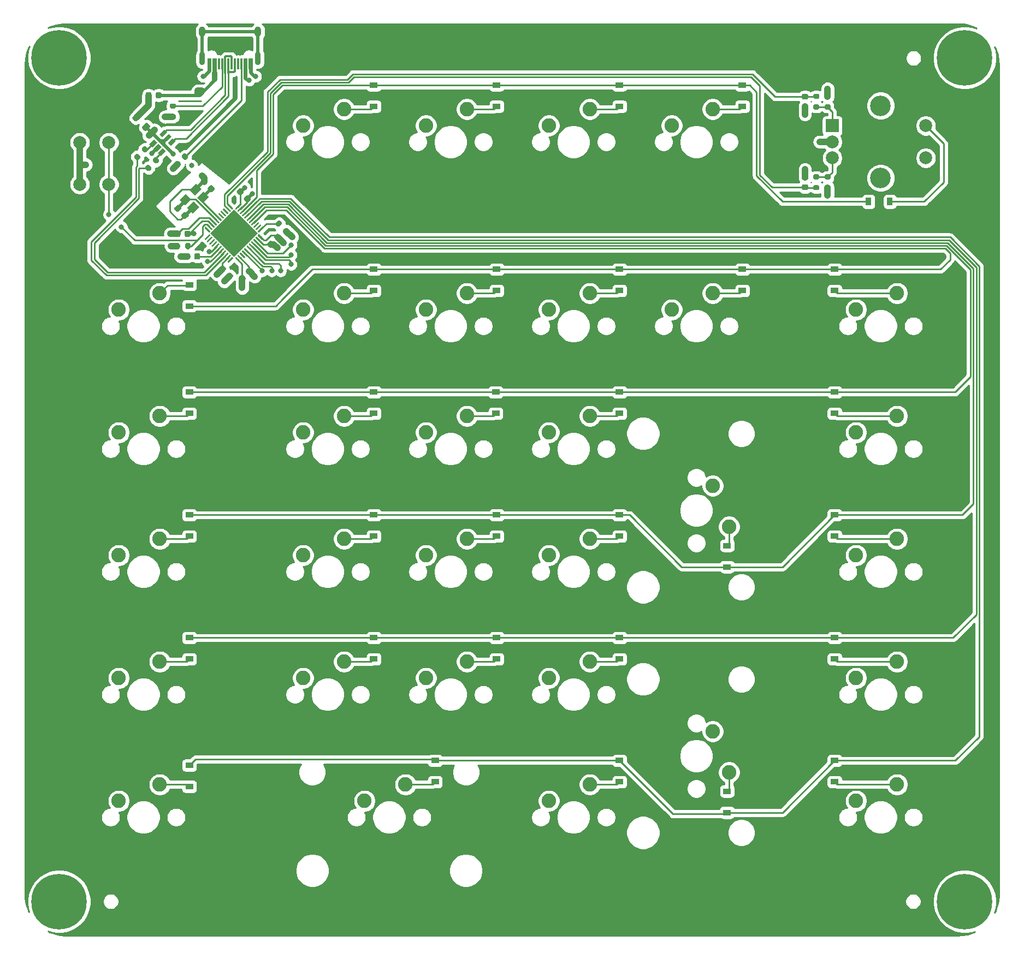
<source format=gbr>
G04 #@! TF.GenerationSoftware,KiCad,Pcbnew,(5.1.8)-1*
G04 #@! TF.CreationDate,2021-01-11T10:14:07+02:00*
G04 #@! TF.ProjectId,OsseyPad,4f737365-7950-4616-942e-6b696361645f,rev?*
G04 #@! TF.SameCoordinates,Original*
G04 #@! TF.FileFunction,Copper,L4,Bot*
G04 #@! TF.FilePolarity,Positive*
%FSLAX46Y46*%
G04 Gerber Fmt 4.6, Leading zero omitted, Abs format (unit mm)*
G04 Created by KiCad (PCBNEW (5.1.8)-1) date 2021-01-11 10:14:07*
%MOMM*%
%LPD*%
G01*
G04 APERTURE LIST*
G04 #@! TA.AperFunction,SMDPad,CuDef*
%ADD10R,0.300000X1.750000*%
G04 #@! TD*
G04 #@! TA.AperFunction,ComponentPad*
%ADD11O,0.900000X2.100000*%
G04 #@! TD*
G04 #@! TA.AperFunction,ComponentPad*
%ADD12O,1.000000X1.600000*%
G04 #@! TD*
G04 #@! TA.AperFunction,ComponentPad*
%ADD13C,2.250000*%
G04 #@! TD*
G04 #@! TA.AperFunction,SMDPad,CuDef*
%ADD14R,0.900000X1.200000*%
G04 #@! TD*
G04 #@! TA.AperFunction,ComponentPad*
%ADD15R,2.000000X2.000000*%
G04 #@! TD*
G04 #@! TA.AperFunction,ComponentPad*
%ADD16C,2.000000*%
G04 #@! TD*
G04 #@! TA.AperFunction,ComponentPad*
%ADD17C,3.200000*%
G04 #@! TD*
G04 #@! TA.AperFunction,SMDPad,CuDef*
%ADD18C,0.100000*%
G04 #@! TD*
G04 #@! TA.AperFunction,ComponentPad*
%ADD19C,0.900000*%
G04 #@! TD*
G04 #@! TA.AperFunction,ComponentPad*
%ADD20C,8.600000*%
G04 #@! TD*
G04 #@! TA.AperFunction,SMDPad,CuDef*
%ADD21R,1.200000X0.900000*%
G04 #@! TD*
G04 #@! TA.AperFunction,ViaPad*
%ADD22C,0.800000*%
G04 #@! TD*
G04 #@! TA.AperFunction,Conductor*
%ADD23C,0.250000*%
G04 #@! TD*
G04 #@! TA.AperFunction,Conductor*
%ADD24C,0.500000*%
G04 #@! TD*
G04 #@! TA.AperFunction,Conductor*
%ADD25C,1.000000*%
G04 #@! TD*
G04 #@! TA.AperFunction,Conductor*
%ADD26C,0.350000*%
G04 #@! TD*
G04 #@! TA.AperFunction,Conductor*
%ADD27C,0.400000*%
G04 #@! TD*
G04 #@! TA.AperFunction,Conductor*
%ADD28C,0.300000*%
G04 #@! TD*
G04 #@! TA.AperFunction,Conductor*
%ADD29C,0.261112*%
G04 #@! TD*
G04 #@! TA.AperFunction,NonConductor*
%ADD30C,0.254000*%
G04 #@! TD*
G04 #@! TA.AperFunction,NonConductor*
%ADD31C,0.100000*%
G04 #@! TD*
G04 APERTURE END LIST*
D10*
X54900000Y-28410000D03*
X54600000Y-28410000D03*
X53800000Y-28410000D03*
X54100000Y-28410000D03*
X49300000Y-28410000D03*
X49000000Y-28410000D03*
X48500000Y-28410000D03*
X48200000Y-28410000D03*
X51300000Y-28410000D03*
X50300000Y-28410000D03*
X49800000Y-28410000D03*
X50800000Y-28410000D03*
X53300000Y-28410000D03*
X52800000Y-28410000D03*
X52300000Y-28410000D03*
X51800000Y-28410000D03*
D11*
X55870000Y-27570000D03*
X47230000Y-27570000D03*
D12*
X55870000Y-23390000D03*
X47230000Y-23390000D03*
D13*
X69215000Y-35401250D03*
X62865000Y-37941250D03*
X40640000Y-83026250D03*
X34290000Y-85566250D03*
D14*
X153825000Y-49756250D03*
X150525000Y-49756250D03*
D15*
X144895000Y-37986250D03*
D16*
X144895000Y-40486250D03*
X144895000Y-42986250D03*
D17*
X152395000Y-34886250D03*
X152395000Y-46086250D03*
D16*
X159395000Y-37986250D03*
X159395000Y-42986250D03*
X28243750Y-47075000D03*
X32743750Y-47075000D03*
X28243750Y-40575000D03*
X32743750Y-40575000D03*
G04 #@! TA.AperFunction,SMDPad,CuDef*
G36*
G01*
X44469975Y-43250184D02*
X44081066Y-42861275D01*
G75*
G02*
X44081066Y-42578433I141421J141421D01*
G01*
X44363909Y-42295590D01*
G75*
G02*
X44646751Y-42295590I141421J-141421D01*
G01*
X45035660Y-42684499D01*
G75*
G02*
X45035660Y-42967341I-141421J-141421D01*
G01*
X44752817Y-43250184D01*
G75*
G02*
X44469975Y-43250184I-141421J141421D01*
G01*
G37*
G04 #@! TD.AperFunction*
G04 #@! TA.AperFunction,SMDPad,CuDef*
G36*
G01*
X43303249Y-44416910D02*
X42914340Y-44028001D01*
G75*
G02*
X42914340Y-43745159I141421J141421D01*
G01*
X43197183Y-43462316D01*
G75*
G02*
X43480025Y-43462316I141421J-141421D01*
G01*
X43868934Y-43851225D01*
G75*
G02*
X43868934Y-44134067I-141421J-141421D01*
G01*
X43586091Y-44416910D01*
G75*
G02*
X43303249Y-44416910I-141421J141421D01*
G01*
G37*
G04 #@! TD.AperFunction*
G04 #@! TA.AperFunction,SMDPad,CuDef*
G36*
G01*
X42950000Y-35331250D02*
X42400000Y-35331250D01*
G75*
G02*
X42200000Y-35131250I0J200000D01*
G01*
X42200000Y-34731250D01*
G75*
G02*
X42400000Y-34531250I200000J0D01*
G01*
X42950000Y-34531250D01*
G75*
G02*
X43150000Y-34731250I0J-200000D01*
G01*
X43150000Y-35131250D01*
G75*
G02*
X42950000Y-35331250I-200000J0D01*
G01*
G37*
G04 #@! TD.AperFunction*
G04 #@! TA.AperFunction,SMDPad,CuDef*
G36*
G01*
X42950000Y-36981250D02*
X42400000Y-36981250D01*
G75*
G02*
X42200000Y-36781250I0J200000D01*
G01*
X42200000Y-36381250D01*
G75*
G02*
X42400000Y-36181250I200000J0D01*
G01*
X42950000Y-36181250D01*
G75*
G02*
X43150000Y-36381250I0J-200000D01*
G01*
X43150000Y-36781250D01*
G75*
G02*
X42950000Y-36981250I-200000J0D01*
G01*
G37*
G04 #@! TD.AperFunction*
G04 #@! TA.AperFunction,SMDPad,CuDef*
G36*
G01*
X37600561Y-36704165D02*
X37061392Y-37243334D01*
G75*
G02*
X36752032Y-37243334I-154680J154680D01*
G01*
X36442673Y-36933975D01*
G75*
G02*
X36442673Y-36624615I154680J154680D01*
G01*
X36981842Y-36085446D01*
G75*
G02*
X37291202Y-36085446I154680J-154680D01*
G01*
X37600561Y-36394805D01*
G75*
G02*
X37600561Y-36704165I-154680J-154680D01*
G01*
G37*
G04 #@! TD.AperFunction*
G04 #@! TA.AperFunction,SMDPad,CuDef*
G36*
G01*
X39103163Y-38206767D02*
X38563994Y-38745936D01*
G75*
G02*
X38254634Y-38745936I-154680J154680D01*
G01*
X37945275Y-38436577D01*
G75*
G02*
X37945275Y-38127217I154680J154680D01*
G01*
X38484444Y-37588048D01*
G75*
G02*
X38793804Y-37588048I154680J-154680D01*
G01*
X39103163Y-37897407D01*
G75*
G02*
X39103163Y-38206767I-154680J-154680D01*
G01*
G37*
G04 #@! TD.AperFunction*
G04 #@! TA.AperFunction,SMDPad,CuDef*
G36*
G01*
X39325000Y-33000000D02*
X39325000Y-33512500D01*
G75*
G02*
X39106250Y-33731250I-218750J0D01*
G01*
X38668750Y-33731250D01*
G75*
G02*
X38450000Y-33512500I0J218750D01*
G01*
X38450000Y-33000000D01*
G75*
G02*
X38668750Y-32781250I218750J0D01*
G01*
X39106250Y-32781250D01*
G75*
G02*
X39325000Y-33000000I0J-218750D01*
G01*
G37*
G04 #@! TD.AperFunction*
G04 #@! TA.AperFunction,SMDPad,CuDef*
G36*
G01*
X40900000Y-33000000D02*
X40900000Y-33512500D01*
G75*
G02*
X40681250Y-33731250I-218750J0D01*
G01*
X40243750Y-33731250D01*
G75*
G02*
X40025000Y-33512500I0J218750D01*
G01*
X40025000Y-33000000D01*
G75*
G02*
X40243750Y-32781250I218750J0D01*
G01*
X40681250Y-32781250D01*
G75*
G02*
X40900000Y-33000000I0J-218750D01*
G01*
G37*
G04 #@! TD.AperFunction*
G04 #@! TA.AperFunction,SMDPad,CuDef*
G36*
G01*
X142150000Y-47181250D02*
X142700000Y-47181250D01*
G75*
G02*
X142900000Y-47381250I0J-200000D01*
G01*
X142900000Y-47781250D01*
G75*
G02*
X142700000Y-47981250I-200000J0D01*
G01*
X142150000Y-47981250D01*
G75*
G02*
X141950000Y-47781250I0J200000D01*
G01*
X141950000Y-47381250D01*
G75*
G02*
X142150000Y-47181250I200000J0D01*
G01*
G37*
G04 #@! TD.AperFunction*
G04 #@! TA.AperFunction,SMDPad,CuDef*
G36*
G01*
X142150000Y-45531250D02*
X142700000Y-45531250D01*
G75*
G02*
X142900000Y-45731250I0J-200000D01*
G01*
X142900000Y-46131250D01*
G75*
G02*
X142700000Y-46331250I-200000J0D01*
G01*
X142150000Y-46331250D01*
G75*
G02*
X141950000Y-46131250I0J200000D01*
G01*
X141950000Y-45731250D01*
G75*
G02*
X142150000Y-45531250I200000J0D01*
G01*
G37*
G04 #@! TD.AperFunction*
G04 #@! TA.AperFunction,SMDPad,CuDef*
G36*
G01*
X142700000Y-33831250D02*
X142150000Y-33831250D01*
G75*
G02*
X141950000Y-33631250I0J200000D01*
G01*
X141950000Y-33231250D01*
G75*
G02*
X142150000Y-33031250I200000J0D01*
G01*
X142700000Y-33031250D01*
G75*
G02*
X142900000Y-33231250I0J-200000D01*
G01*
X142900000Y-33631250D01*
G75*
G02*
X142700000Y-33831250I-200000J0D01*
G01*
G37*
G04 #@! TD.AperFunction*
G04 #@! TA.AperFunction,SMDPad,CuDef*
G36*
G01*
X142700000Y-35481250D02*
X142150000Y-35481250D01*
G75*
G02*
X141950000Y-35281250I0J200000D01*
G01*
X141950000Y-34881250D01*
G75*
G02*
X142150000Y-34681250I200000J0D01*
G01*
X142700000Y-34681250D01*
G75*
G02*
X142900000Y-34881250I0J-200000D01*
G01*
X142900000Y-35281250D01*
G75*
G02*
X142700000Y-35481250I-200000J0D01*
G01*
G37*
G04 #@! TD.AperFunction*
G04 #@! TA.AperFunction,SMDPad,CuDef*
G36*
G01*
X144450000Y-46331250D02*
X143900000Y-46331250D01*
G75*
G02*
X143700000Y-46131250I0J200000D01*
G01*
X143700000Y-45731250D01*
G75*
G02*
X143900000Y-45531250I200000J0D01*
G01*
X144450000Y-45531250D01*
G75*
G02*
X144650000Y-45731250I0J-200000D01*
G01*
X144650000Y-46131250D01*
G75*
G02*
X144450000Y-46331250I-200000J0D01*
G01*
G37*
G04 #@! TD.AperFunction*
G04 #@! TA.AperFunction,SMDPad,CuDef*
G36*
G01*
X144450000Y-47981250D02*
X143900000Y-47981250D01*
G75*
G02*
X143700000Y-47781250I0J200000D01*
G01*
X143700000Y-47381250D01*
G75*
G02*
X143900000Y-47181250I200000J0D01*
G01*
X144450000Y-47181250D01*
G75*
G02*
X144650000Y-47381250I0J-200000D01*
G01*
X144650000Y-47781250D01*
G75*
G02*
X144450000Y-47981250I-200000J0D01*
G01*
G37*
G04 #@! TD.AperFunction*
G04 #@! TA.AperFunction,SMDPad,CuDef*
G36*
G01*
X143900000Y-34681250D02*
X144450000Y-34681250D01*
G75*
G02*
X144650000Y-34881250I0J-200000D01*
G01*
X144650000Y-35281250D01*
G75*
G02*
X144450000Y-35481250I-200000J0D01*
G01*
X143900000Y-35481250D01*
G75*
G02*
X143700000Y-35281250I0J200000D01*
G01*
X143700000Y-34881250D01*
G75*
G02*
X143900000Y-34681250I200000J0D01*
G01*
G37*
G04 #@! TD.AperFunction*
G04 #@! TA.AperFunction,SMDPad,CuDef*
G36*
G01*
X143900000Y-33031250D02*
X144450000Y-33031250D01*
G75*
G02*
X144650000Y-33231250I0J-200000D01*
G01*
X144650000Y-33631250D01*
G75*
G02*
X144450000Y-33831250I-200000J0D01*
G01*
X143900000Y-33831250D01*
G75*
G02*
X143700000Y-33631250I0J200000D01*
G01*
X143700000Y-33231250D01*
G75*
G02*
X143900000Y-33031250I200000J0D01*
G01*
G37*
G04 #@! TD.AperFunction*
G04 #@! TA.AperFunction,SMDPad,CuDef*
G36*
G01*
X140425000Y-34581250D02*
X140925000Y-34581250D01*
G75*
G02*
X141150000Y-34806250I0J-225000D01*
G01*
X141150000Y-35256250D01*
G75*
G02*
X140925000Y-35481250I-225000J0D01*
G01*
X140425000Y-35481250D01*
G75*
G02*
X140200000Y-35256250I0J225000D01*
G01*
X140200000Y-34806250D01*
G75*
G02*
X140425000Y-34581250I225000J0D01*
G01*
G37*
G04 #@! TD.AperFunction*
G04 #@! TA.AperFunction,SMDPad,CuDef*
G36*
G01*
X140425000Y-33031250D02*
X140925000Y-33031250D01*
G75*
G02*
X141150000Y-33256250I0J-225000D01*
G01*
X141150000Y-33706250D01*
G75*
G02*
X140925000Y-33931250I-225000J0D01*
G01*
X140425000Y-33931250D01*
G75*
G02*
X140200000Y-33706250I0J225000D01*
G01*
X140200000Y-33256250D01*
G75*
G02*
X140425000Y-33031250I225000J0D01*
G01*
G37*
G04 #@! TD.AperFunction*
G04 #@! TA.AperFunction,SMDPad,CuDef*
G36*
G01*
X140925000Y-46431250D02*
X140425000Y-46431250D01*
G75*
G02*
X140200000Y-46206250I0J225000D01*
G01*
X140200000Y-45756250D01*
G75*
G02*
X140425000Y-45531250I225000J0D01*
G01*
X140925000Y-45531250D01*
G75*
G02*
X141150000Y-45756250I0J-225000D01*
G01*
X141150000Y-46206250D01*
G75*
G02*
X140925000Y-46431250I-225000J0D01*
G01*
G37*
G04 #@! TD.AperFunction*
G04 #@! TA.AperFunction,SMDPad,CuDef*
G36*
G01*
X140925000Y-47981250D02*
X140425000Y-47981250D01*
G75*
G02*
X140200000Y-47756250I0J225000D01*
G01*
X140200000Y-47306250D01*
G75*
G02*
X140425000Y-47081250I225000J0D01*
G01*
X140925000Y-47081250D01*
G75*
G02*
X141150000Y-47306250I0J-225000D01*
G01*
X141150000Y-47756250D01*
G75*
G02*
X140925000Y-47981250I-225000J0D01*
G01*
G37*
G04 #@! TD.AperFunction*
D13*
X40640000Y-63976250D03*
X34290000Y-66516250D03*
G04 #@! TA.AperFunction,SMDPad,CuDef*
G36*
G01*
X50978033Y-61162837D02*
X51331587Y-60809283D01*
G75*
G02*
X51649785Y-60809283I159099J-159099D01*
G01*
X51967983Y-61127481D01*
G75*
G02*
X51967983Y-61445679I-159099J-159099D01*
G01*
X51614429Y-61799233D01*
G75*
G02*
X51296231Y-61799233I-159099J159099D01*
G01*
X50978033Y-61481035D01*
G75*
G02*
X50978033Y-61162837I159099J159099D01*
G01*
G37*
G04 #@! TD.AperFunction*
G04 #@! TA.AperFunction,SMDPad,CuDef*
G36*
G01*
X49882017Y-60066821D02*
X50235571Y-59713267D01*
G75*
G02*
X50553769Y-59713267I159099J-159099D01*
G01*
X50871967Y-60031465D01*
G75*
G02*
X50871967Y-60349663I-159099J-159099D01*
G01*
X50518413Y-60703217D01*
G75*
G02*
X50200215Y-60703217I-159099J159099D01*
G01*
X49882017Y-60385019D01*
G75*
G02*
X49882017Y-60066821I159099J159099D01*
G01*
G37*
G04 #@! TD.AperFunction*
G04 #@! TA.AperFunction,SMDPad,CuDef*
D18*
G36*
X46245711Y-46958332D02*
G01*
X47094239Y-47806860D01*
X46104289Y-48796810D01*
X45255761Y-47948282D01*
X46245711Y-46958332D01*
G37*
G04 #@! TD.AperFunction*
G04 #@! TA.AperFunction,SMDPad,CuDef*
G36*
X44690076Y-48513967D02*
G01*
X45538604Y-49362495D01*
X44548654Y-50352445D01*
X43700126Y-49503917D01*
X44690076Y-48513967D01*
G37*
G04 #@! TD.AperFunction*
G04 #@! TA.AperFunction,SMDPad,CuDef*
G36*
X45892157Y-49716048D02*
G01*
X46740685Y-50564576D01*
X45750735Y-51554526D01*
X44902207Y-50705998D01*
X45892157Y-49716048D01*
G37*
G04 #@! TD.AperFunction*
G04 #@! TA.AperFunction,SMDPad,CuDef*
G36*
X47447792Y-48160413D02*
G01*
X48296320Y-49008941D01*
X47306370Y-49998891D01*
X46457842Y-49150363D01*
X47447792Y-48160413D01*
G37*
G04 #@! TD.AperFunction*
G04 #@! TA.AperFunction,SMDPad,CuDef*
G36*
X41707967Y-40445644D02*
G01*
X41248348Y-39986025D01*
X41997881Y-39236492D01*
X42457500Y-39696111D01*
X41707967Y-40445644D01*
G37*
G04 #@! TD.AperFunction*
G04 #@! TA.AperFunction,SMDPad,CuDef*
G36*
X42379719Y-41117395D02*
G01*
X41920100Y-40657776D01*
X42669633Y-39908243D01*
X43129252Y-40367862D01*
X42379719Y-41117395D01*
G37*
G04 #@! TD.AperFunction*
G04 #@! TA.AperFunction,SMDPad,CuDef*
G36*
X41036216Y-39773892D02*
G01*
X40576597Y-39314273D01*
X41326130Y-38564740D01*
X41785749Y-39024359D01*
X41036216Y-39773892D01*
G37*
G04 #@! TD.AperFunction*
G04 #@! TA.AperFunction,SMDPad,CuDef*
G36*
X39480581Y-41329527D02*
G01*
X39020962Y-40869908D01*
X39770495Y-40120375D01*
X40230114Y-40579994D01*
X39480581Y-41329527D01*
G37*
G04 #@! TD.AperFunction*
G04 #@! TA.AperFunction,SMDPad,CuDef*
G36*
X40152333Y-42001278D02*
G01*
X39692714Y-41541659D01*
X40442247Y-40792126D01*
X40901866Y-41251745D01*
X40152333Y-42001278D01*
G37*
G04 #@! TD.AperFunction*
G04 #@! TA.AperFunction,SMDPad,CuDef*
G36*
X40824084Y-42673030D02*
G01*
X40364465Y-42213411D01*
X41113998Y-41463878D01*
X41573617Y-41923497D01*
X40824084Y-42673030D01*
G37*
G04 #@! TD.AperFunction*
G04 #@! TA.AperFunction,SMDPad,CuDef*
G36*
X52175000Y-58352444D02*
G01*
X48498045Y-54675489D01*
X52175000Y-50998534D01*
X55851955Y-54675489D01*
X52175000Y-58352444D01*
G37*
G04 #@! TD.AperFunction*
G04 #@! TA.AperFunction,SMDPad,CuDef*
G36*
G01*
X53014690Y-59227489D02*
X52342938Y-58555737D01*
G75*
G02*
X52342938Y-58467349I44194J44194D01*
G01*
X52431326Y-58378961D01*
G75*
G02*
X52519714Y-58378961I44194J-44194D01*
G01*
X53191466Y-59050713D01*
G75*
G02*
X53191466Y-59139101I-44194J-44194D01*
G01*
X53103078Y-59227489D01*
G75*
G02*
X53014690Y-59227489I-44194J44194D01*
G01*
G37*
G04 #@! TD.AperFunction*
G04 #@! TA.AperFunction,SMDPad,CuDef*
G36*
G01*
X53368243Y-58873935D02*
X52696491Y-58202183D01*
G75*
G02*
X52696491Y-58113795I44194J44194D01*
G01*
X52784879Y-58025407D01*
G75*
G02*
X52873267Y-58025407I44194J-44194D01*
G01*
X53545019Y-58697159D01*
G75*
G02*
X53545019Y-58785547I-44194J-44194D01*
G01*
X53456631Y-58873935D01*
G75*
G02*
X53368243Y-58873935I-44194J44194D01*
G01*
G37*
G04 #@! TD.AperFunction*
G04 #@! TA.AperFunction,SMDPad,CuDef*
G36*
G01*
X53721797Y-58520382D02*
X53050045Y-57848630D01*
G75*
G02*
X53050045Y-57760242I44194J44194D01*
G01*
X53138433Y-57671854D01*
G75*
G02*
X53226821Y-57671854I44194J-44194D01*
G01*
X53898573Y-58343606D01*
G75*
G02*
X53898573Y-58431994I-44194J-44194D01*
G01*
X53810185Y-58520382D01*
G75*
G02*
X53721797Y-58520382I-44194J44194D01*
G01*
G37*
G04 #@! TD.AperFunction*
G04 #@! TA.AperFunction,SMDPad,CuDef*
G36*
G01*
X54075350Y-58166829D02*
X53403598Y-57495077D01*
G75*
G02*
X53403598Y-57406689I44194J44194D01*
G01*
X53491986Y-57318301D01*
G75*
G02*
X53580374Y-57318301I44194J-44194D01*
G01*
X54252126Y-57990053D01*
G75*
G02*
X54252126Y-58078441I-44194J-44194D01*
G01*
X54163738Y-58166829D01*
G75*
G02*
X54075350Y-58166829I-44194J44194D01*
G01*
G37*
G04 #@! TD.AperFunction*
G04 #@! TA.AperFunction,SMDPad,CuDef*
G36*
G01*
X54428903Y-57813275D02*
X53757151Y-57141523D01*
G75*
G02*
X53757151Y-57053135I44194J44194D01*
G01*
X53845539Y-56964747D01*
G75*
G02*
X53933927Y-56964747I44194J-44194D01*
G01*
X54605679Y-57636499D01*
G75*
G02*
X54605679Y-57724887I-44194J-44194D01*
G01*
X54517291Y-57813275D01*
G75*
G02*
X54428903Y-57813275I-44194J44194D01*
G01*
G37*
G04 #@! TD.AperFunction*
G04 #@! TA.AperFunction,SMDPad,CuDef*
G36*
G01*
X54782457Y-57459722D02*
X54110705Y-56787970D01*
G75*
G02*
X54110705Y-56699582I44194J44194D01*
G01*
X54199093Y-56611194D01*
G75*
G02*
X54287481Y-56611194I44194J-44194D01*
G01*
X54959233Y-57282946D01*
G75*
G02*
X54959233Y-57371334I-44194J-44194D01*
G01*
X54870845Y-57459722D01*
G75*
G02*
X54782457Y-57459722I-44194J44194D01*
G01*
G37*
G04 #@! TD.AperFunction*
G04 #@! TA.AperFunction,SMDPad,CuDef*
G36*
G01*
X55136010Y-57106168D02*
X54464258Y-56434416D01*
G75*
G02*
X54464258Y-56346028I44194J44194D01*
G01*
X54552646Y-56257640D01*
G75*
G02*
X54641034Y-56257640I44194J-44194D01*
G01*
X55312786Y-56929392D01*
G75*
G02*
X55312786Y-57017780I-44194J-44194D01*
G01*
X55224398Y-57106168D01*
G75*
G02*
X55136010Y-57106168I-44194J44194D01*
G01*
G37*
G04 #@! TD.AperFunction*
G04 #@! TA.AperFunction,SMDPad,CuDef*
G36*
G01*
X55489564Y-56752615D02*
X54817812Y-56080863D01*
G75*
G02*
X54817812Y-55992475I44194J44194D01*
G01*
X54906200Y-55904087D01*
G75*
G02*
X54994588Y-55904087I44194J-44194D01*
G01*
X55666340Y-56575839D01*
G75*
G02*
X55666340Y-56664227I-44194J-44194D01*
G01*
X55577952Y-56752615D01*
G75*
G02*
X55489564Y-56752615I-44194J44194D01*
G01*
G37*
G04 #@! TD.AperFunction*
G04 #@! TA.AperFunction,SMDPad,CuDef*
G36*
G01*
X55843117Y-56399062D02*
X55171365Y-55727310D01*
G75*
G02*
X55171365Y-55638922I44194J44194D01*
G01*
X55259753Y-55550534D01*
G75*
G02*
X55348141Y-55550534I44194J-44194D01*
G01*
X56019893Y-56222286D01*
G75*
G02*
X56019893Y-56310674I-44194J-44194D01*
G01*
X55931505Y-56399062D01*
G75*
G02*
X55843117Y-56399062I-44194J44194D01*
G01*
G37*
G04 #@! TD.AperFunction*
G04 #@! TA.AperFunction,SMDPad,CuDef*
G36*
G01*
X56196670Y-56045508D02*
X55524918Y-55373756D01*
G75*
G02*
X55524918Y-55285368I44194J44194D01*
G01*
X55613306Y-55196980D01*
G75*
G02*
X55701694Y-55196980I44194J-44194D01*
G01*
X56373446Y-55868732D01*
G75*
G02*
X56373446Y-55957120I-44194J-44194D01*
G01*
X56285058Y-56045508D01*
G75*
G02*
X56196670Y-56045508I-44194J44194D01*
G01*
G37*
G04 #@! TD.AperFunction*
G04 #@! TA.AperFunction,SMDPad,CuDef*
G36*
G01*
X56550224Y-55691955D02*
X55878472Y-55020203D01*
G75*
G02*
X55878472Y-54931815I44194J44194D01*
G01*
X55966860Y-54843427D01*
G75*
G02*
X56055248Y-54843427I44194J-44194D01*
G01*
X56727000Y-55515179D01*
G75*
G02*
X56727000Y-55603567I-44194J-44194D01*
G01*
X56638612Y-55691955D01*
G75*
G02*
X56550224Y-55691955I-44194J44194D01*
G01*
G37*
G04 #@! TD.AperFunction*
G04 #@! TA.AperFunction,SMDPad,CuDef*
G36*
G01*
X55966860Y-54507551D02*
X55878472Y-54419163D01*
G75*
G02*
X55878472Y-54330775I44194J44194D01*
G01*
X56550224Y-53659023D01*
G75*
G02*
X56638612Y-53659023I44194J-44194D01*
G01*
X56727000Y-53747411D01*
G75*
G02*
X56727000Y-53835799I-44194J-44194D01*
G01*
X56055248Y-54507551D01*
G75*
G02*
X55966860Y-54507551I-44194J44194D01*
G01*
G37*
G04 #@! TD.AperFunction*
G04 #@! TA.AperFunction,SMDPad,CuDef*
G36*
G01*
X55613306Y-54153998D02*
X55524918Y-54065610D01*
G75*
G02*
X55524918Y-53977222I44194J44194D01*
G01*
X56196670Y-53305470D01*
G75*
G02*
X56285058Y-53305470I44194J-44194D01*
G01*
X56373446Y-53393858D01*
G75*
G02*
X56373446Y-53482246I-44194J-44194D01*
G01*
X55701694Y-54153998D01*
G75*
G02*
X55613306Y-54153998I-44194J44194D01*
G01*
G37*
G04 #@! TD.AperFunction*
G04 #@! TA.AperFunction,SMDPad,CuDef*
G36*
G01*
X55259753Y-53800444D02*
X55171365Y-53712056D01*
G75*
G02*
X55171365Y-53623668I44194J44194D01*
G01*
X55843117Y-52951916D01*
G75*
G02*
X55931505Y-52951916I44194J-44194D01*
G01*
X56019893Y-53040304D01*
G75*
G02*
X56019893Y-53128692I-44194J-44194D01*
G01*
X55348141Y-53800444D01*
G75*
G02*
X55259753Y-53800444I-44194J44194D01*
G01*
G37*
G04 #@! TD.AperFunction*
G04 #@! TA.AperFunction,SMDPad,CuDef*
G36*
G01*
X54906200Y-53446891D02*
X54817812Y-53358503D01*
G75*
G02*
X54817812Y-53270115I44194J44194D01*
G01*
X55489564Y-52598363D01*
G75*
G02*
X55577952Y-52598363I44194J-44194D01*
G01*
X55666340Y-52686751D01*
G75*
G02*
X55666340Y-52775139I-44194J-44194D01*
G01*
X54994588Y-53446891D01*
G75*
G02*
X54906200Y-53446891I-44194J44194D01*
G01*
G37*
G04 #@! TD.AperFunction*
G04 #@! TA.AperFunction,SMDPad,CuDef*
G36*
G01*
X54552646Y-53093338D02*
X54464258Y-53004950D01*
G75*
G02*
X54464258Y-52916562I44194J44194D01*
G01*
X55136010Y-52244810D01*
G75*
G02*
X55224398Y-52244810I44194J-44194D01*
G01*
X55312786Y-52333198D01*
G75*
G02*
X55312786Y-52421586I-44194J-44194D01*
G01*
X54641034Y-53093338D01*
G75*
G02*
X54552646Y-53093338I-44194J44194D01*
G01*
G37*
G04 #@! TD.AperFunction*
G04 #@! TA.AperFunction,SMDPad,CuDef*
G36*
G01*
X54199093Y-52739784D02*
X54110705Y-52651396D01*
G75*
G02*
X54110705Y-52563008I44194J44194D01*
G01*
X54782457Y-51891256D01*
G75*
G02*
X54870845Y-51891256I44194J-44194D01*
G01*
X54959233Y-51979644D01*
G75*
G02*
X54959233Y-52068032I-44194J-44194D01*
G01*
X54287481Y-52739784D01*
G75*
G02*
X54199093Y-52739784I-44194J44194D01*
G01*
G37*
G04 #@! TD.AperFunction*
G04 #@! TA.AperFunction,SMDPad,CuDef*
G36*
G01*
X53845539Y-52386231D02*
X53757151Y-52297843D01*
G75*
G02*
X53757151Y-52209455I44194J44194D01*
G01*
X54428903Y-51537703D01*
G75*
G02*
X54517291Y-51537703I44194J-44194D01*
G01*
X54605679Y-51626091D01*
G75*
G02*
X54605679Y-51714479I-44194J-44194D01*
G01*
X53933927Y-52386231D01*
G75*
G02*
X53845539Y-52386231I-44194J44194D01*
G01*
G37*
G04 #@! TD.AperFunction*
G04 #@! TA.AperFunction,SMDPad,CuDef*
G36*
G01*
X53491986Y-52032677D02*
X53403598Y-51944289D01*
G75*
G02*
X53403598Y-51855901I44194J44194D01*
G01*
X54075350Y-51184149D01*
G75*
G02*
X54163738Y-51184149I44194J-44194D01*
G01*
X54252126Y-51272537D01*
G75*
G02*
X54252126Y-51360925I-44194J-44194D01*
G01*
X53580374Y-52032677D01*
G75*
G02*
X53491986Y-52032677I-44194J44194D01*
G01*
G37*
G04 #@! TD.AperFunction*
G04 #@! TA.AperFunction,SMDPad,CuDef*
G36*
G01*
X53138433Y-51679124D02*
X53050045Y-51590736D01*
G75*
G02*
X53050045Y-51502348I44194J44194D01*
G01*
X53721797Y-50830596D01*
G75*
G02*
X53810185Y-50830596I44194J-44194D01*
G01*
X53898573Y-50918984D01*
G75*
G02*
X53898573Y-51007372I-44194J-44194D01*
G01*
X53226821Y-51679124D01*
G75*
G02*
X53138433Y-51679124I-44194J44194D01*
G01*
G37*
G04 #@! TD.AperFunction*
G04 #@! TA.AperFunction,SMDPad,CuDef*
G36*
G01*
X52784879Y-51325571D02*
X52696491Y-51237183D01*
G75*
G02*
X52696491Y-51148795I44194J44194D01*
G01*
X53368243Y-50477043D01*
G75*
G02*
X53456631Y-50477043I44194J-44194D01*
G01*
X53545019Y-50565431D01*
G75*
G02*
X53545019Y-50653819I-44194J-44194D01*
G01*
X52873267Y-51325571D01*
G75*
G02*
X52784879Y-51325571I-44194J44194D01*
G01*
G37*
G04 #@! TD.AperFunction*
G04 #@! TA.AperFunction,SMDPad,CuDef*
G36*
G01*
X52431326Y-50972017D02*
X52342938Y-50883629D01*
G75*
G02*
X52342938Y-50795241I44194J44194D01*
G01*
X53014690Y-50123489D01*
G75*
G02*
X53103078Y-50123489I44194J-44194D01*
G01*
X53191466Y-50211877D01*
G75*
G02*
X53191466Y-50300265I-44194J-44194D01*
G01*
X52519714Y-50972017D01*
G75*
G02*
X52431326Y-50972017I-44194J44194D01*
G01*
G37*
G04 #@! TD.AperFunction*
G04 #@! TA.AperFunction,SMDPad,CuDef*
G36*
G01*
X51830286Y-50972017D02*
X51158534Y-50300265D01*
G75*
G02*
X51158534Y-50211877I44194J44194D01*
G01*
X51246922Y-50123489D01*
G75*
G02*
X51335310Y-50123489I44194J-44194D01*
G01*
X52007062Y-50795241D01*
G75*
G02*
X52007062Y-50883629I-44194J-44194D01*
G01*
X51918674Y-50972017D01*
G75*
G02*
X51830286Y-50972017I-44194J44194D01*
G01*
G37*
G04 #@! TD.AperFunction*
G04 #@! TA.AperFunction,SMDPad,CuDef*
G36*
G01*
X51476733Y-51325571D02*
X50804981Y-50653819D01*
G75*
G02*
X50804981Y-50565431I44194J44194D01*
G01*
X50893369Y-50477043D01*
G75*
G02*
X50981757Y-50477043I44194J-44194D01*
G01*
X51653509Y-51148795D01*
G75*
G02*
X51653509Y-51237183I-44194J-44194D01*
G01*
X51565121Y-51325571D01*
G75*
G02*
X51476733Y-51325571I-44194J44194D01*
G01*
G37*
G04 #@! TD.AperFunction*
G04 #@! TA.AperFunction,SMDPad,CuDef*
G36*
G01*
X51123179Y-51679124D02*
X50451427Y-51007372D01*
G75*
G02*
X50451427Y-50918984I44194J44194D01*
G01*
X50539815Y-50830596D01*
G75*
G02*
X50628203Y-50830596I44194J-44194D01*
G01*
X51299955Y-51502348D01*
G75*
G02*
X51299955Y-51590736I-44194J-44194D01*
G01*
X51211567Y-51679124D01*
G75*
G02*
X51123179Y-51679124I-44194J44194D01*
G01*
G37*
G04 #@! TD.AperFunction*
G04 #@! TA.AperFunction,SMDPad,CuDef*
G36*
G01*
X50769626Y-52032677D02*
X50097874Y-51360925D01*
G75*
G02*
X50097874Y-51272537I44194J44194D01*
G01*
X50186262Y-51184149D01*
G75*
G02*
X50274650Y-51184149I44194J-44194D01*
G01*
X50946402Y-51855901D01*
G75*
G02*
X50946402Y-51944289I-44194J-44194D01*
G01*
X50858014Y-52032677D01*
G75*
G02*
X50769626Y-52032677I-44194J44194D01*
G01*
G37*
G04 #@! TD.AperFunction*
G04 #@! TA.AperFunction,SMDPad,CuDef*
G36*
G01*
X50416073Y-52386231D02*
X49744321Y-51714479D01*
G75*
G02*
X49744321Y-51626091I44194J44194D01*
G01*
X49832709Y-51537703D01*
G75*
G02*
X49921097Y-51537703I44194J-44194D01*
G01*
X50592849Y-52209455D01*
G75*
G02*
X50592849Y-52297843I-44194J-44194D01*
G01*
X50504461Y-52386231D01*
G75*
G02*
X50416073Y-52386231I-44194J44194D01*
G01*
G37*
G04 #@! TD.AperFunction*
G04 #@! TA.AperFunction,SMDPad,CuDef*
G36*
G01*
X50062519Y-52739784D02*
X49390767Y-52068032D01*
G75*
G02*
X49390767Y-51979644I44194J44194D01*
G01*
X49479155Y-51891256D01*
G75*
G02*
X49567543Y-51891256I44194J-44194D01*
G01*
X50239295Y-52563008D01*
G75*
G02*
X50239295Y-52651396I-44194J-44194D01*
G01*
X50150907Y-52739784D01*
G75*
G02*
X50062519Y-52739784I-44194J44194D01*
G01*
G37*
G04 #@! TD.AperFunction*
G04 #@! TA.AperFunction,SMDPad,CuDef*
G36*
G01*
X49708966Y-53093338D02*
X49037214Y-52421586D01*
G75*
G02*
X49037214Y-52333198I44194J44194D01*
G01*
X49125602Y-52244810D01*
G75*
G02*
X49213990Y-52244810I44194J-44194D01*
G01*
X49885742Y-52916562D01*
G75*
G02*
X49885742Y-53004950I-44194J-44194D01*
G01*
X49797354Y-53093338D01*
G75*
G02*
X49708966Y-53093338I-44194J44194D01*
G01*
G37*
G04 #@! TD.AperFunction*
G04 #@! TA.AperFunction,SMDPad,CuDef*
G36*
G01*
X49355412Y-53446891D02*
X48683660Y-52775139D01*
G75*
G02*
X48683660Y-52686751I44194J44194D01*
G01*
X48772048Y-52598363D01*
G75*
G02*
X48860436Y-52598363I44194J-44194D01*
G01*
X49532188Y-53270115D01*
G75*
G02*
X49532188Y-53358503I-44194J-44194D01*
G01*
X49443800Y-53446891D01*
G75*
G02*
X49355412Y-53446891I-44194J44194D01*
G01*
G37*
G04 #@! TD.AperFunction*
G04 #@! TA.AperFunction,SMDPad,CuDef*
G36*
G01*
X49001859Y-53800444D02*
X48330107Y-53128692D01*
G75*
G02*
X48330107Y-53040304I44194J44194D01*
G01*
X48418495Y-52951916D01*
G75*
G02*
X48506883Y-52951916I44194J-44194D01*
G01*
X49178635Y-53623668D01*
G75*
G02*
X49178635Y-53712056I-44194J-44194D01*
G01*
X49090247Y-53800444D01*
G75*
G02*
X49001859Y-53800444I-44194J44194D01*
G01*
G37*
G04 #@! TD.AperFunction*
G04 #@! TA.AperFunction,SMDPad,CuDef*
G36*
G01*
X48648306Y-54153998D02*
X47976554Y-53482246D01*
G75*
G02*
X47976554Y-53393858I44194J44194D01*
G01*
X48064942Y-53305470D01*
G75*
G02*
X48153330Y-53305470I44194J-44194D01*
G01*
X48825082Y-53977222D01*
G75*
G02*
X48825082Y-54065610I-44194J-44194D01*
G01*
X48736694Y-54153998D01*
G75*
G02*
X48648306Y-54153998I-44194J44194D01*
G01*
G37*
G04 #@! TD.AperFunction*
G04 #@! TA.AperFunction,SMDPad,CuDef*
G36*
G01*
X48294752Y-54507551D02*
X47623000Y-53835799D01*
G75*
G02*
X47623000Y-53747411I44194J44194D01*
G01*
X47711388Y-53659023D01*
G75*
G02*
X47799776Y-53659023I44194J-44194D01*
G01*
X48471528Y-54330775D01*
G75*
G02*
X48471528Y-54419163I-44194J-44194D01*
G01*
X48383140Y-54507551D01*
G75*
G02*
X48294752Y-54507551I-44194J44194D01*
G01*
G37*
G04 #@! TD.AperFunction*
G04 #@! TA.AperFunction,SMDPad,CuDef*
G36*
G01*
X47711388Y-55691955D02*
X47623000Y-55603567D01*
G75*
G02*
X47623000Y-55515179I44194J44194D01*
G01*
X48294752Y-54843427D01*
G75*
G02*
X48383140Y-54843427I44194J-44194D01*
G01*
X48471528Y-54931815D01*
G75*
G02*
X48471528Y-55020203I-44194J-44194D01*
G01*
X47799776Y-55691955D01*
G75*
G02*
X47711388Y-55691955I-44194J44194D01*
G01*
G37*
G04 #@! TD.AperFunction*
G04 #@! TA.AperFunction,SMDPad,CuDef*
G36*
G01*
X48064942Y-56045508D02*
X47976554Y-55957120D01*
G75*
G02*
X47976554Y-55868732I44194J44194D01*
G01*
X48648306Y-55196980D01*
G75*
G02*
X48736694Y-55196980I44194J-44194D01*
G01*
X48825082Y-55285368D01*
G75*
G02*
X48825082Y-55373756I-44194J-44194D01*
G01*
X48153330Y-56045508D01*
G75*
G02*
X48064942Y-56045508I-44194J44194D01*
G01*
G37*
G04 #@! TD.AperFunction*
G04 #@! TA.AperFunction,SMDPad,CuDef*
G36*
G01*
X48418495Y-56399062D02*
X48330107Y-56310674D01*
G75*
G02*
X48330107Y-56222286I44194J44194D01*
G01*
X49001859Y-55550534D01*
G75*
G02*
X49090247Y-55550534I44194J-44194D01*
G01*
X49178635Y-55638922D01*
G75*
G02*
X49178635Y-55727310I-44194J-44194D01*
G01*
X48506883Y-56399062D01*
G75*
G02*
X48418495Y-56399062I-44194J44194D01*
G01*
G37*
G04 #@! TD.AperFunction*
G04 #@! TA.AperFunction,SMDPad,CuDef*
G36*
G01*
X48772048Y-56752615D02*
X48683660Y-56664227D01*
G75*
G02*
X48683660Y-56575839I44194J44194D01*
G01*
X49355412Y-55904087D01*
G75*
G02*
X49443800Y-55904087I44194J-44194D01*
G01*
X49532188Y-55992475D01*
G75*
G02*
X49532188Y-56080863I-44194J-44194D01*
G01*
X48860436Y-56752615D01*
G75*
G02*
X48772048Y-56752615I-44194J44194D01*
G01*
G37*
G04 #@! TD.AperFunction*
G04 #@! TA.AperFunction,SMDPad,CuDef*
G36*
G01*
X49125602Y-57106168D02*
X49037214Y-57017780D01*
G75*
G02*
X49037214Y-56929392I44194J44194D01*
G01*
X49708966Y-56257640D01*
G75*
G02*
X49797354Y-56257640I44194J-44194D01*
G01*
X49885742Y-56346028D01*
G75*
G02*
X49885742Y-56434416I-44194J-44194D01*
G01*
X49213990Y-57106168D01*
G75*
G02*
X49125602Y-57106168I-44194J44194D01*
G01*
G37*
G04 #@! TD.AperFunction*
G04 #@! TA.AperFunction,SMDPad,CuDef*
G36*
G01*
X49479155Y-57459722D02*
X49390767Y-57371334D01*
G75*
G02*
X49390767Y-57282946I44194J44194D01*
G01*
X50062519Y-56611194D01*
G75*
G02*
X50150907Y-56611194I44194J-44194D01*
G01*
X50239295Y-56699582D01*
G75*
G02*
X50239295Y-56787970I-44194J-44194D01*
G01*
X49567543Y-57459722D01*
G75*
G02*
X49479155Y-57459722I-44194J44194D01*
G01*
G37*
G04 #@! TD.AperFunction*
G04 #@! TA.AperFunction,SMDPad,CuDef*
G36*
G01*
X49832709Y-57813275D02*
X49744321Y-57724887D01*
G75*
G02*
X49744321Y-57636499I44194J44194D01*
G01*
X50416073Y-56964747D01*
G75*
G02*
X50504461Y-56964747I44194J-44194D01*
G01*
X50592849Y-57053135D01*
G75*
G02*
X50592849Y-57141523I-44194J-44194D01*
G01*
X49921097Y-57813275D01*
G75*
G02*
X49832709Y-57813275I-44194J44194D01*
G01*
G37*
G04 #@! TD.AperFunction*
G04 #@! TA.AperFunction,SMDPad,CuDef*
G36*
G01*
X50186262Y-58166829D02*
X50097874Y-58078441D01*
G75*
G02*
X50097874Y-57990053I44194J44194D01*
G01*
X50769626Y-57318301D01*
G75*
G02*
X50858014Y-57318301I44194J-44194D01*
G01*
X50946402Y-57406689D01*
G75*
G02*
X50946402Y-57495077I-44194J-44194D01*
G01*
X50274650Y-58166829D01*
G75*
G02*
X50186262Y-58166829I-44194J44194D01*
G01*
G37*
G04 #@! TD.AperFunction*
G04 #@! TA.AperFunction,SMDPad,CuDef*
G36*
G01*
X50539815Y-58520382D02*
X50451427Y-58431994D01*
G75*
G02*
X50451427Y-58343606I44194J44194D01*
G01*
X51123179Y-57671854D01*
G75*
G02*
X51211567Y-57671854I44194J-44194D01*
G01*
X51299955Y-57760242D01*
G75*
G02*
X51299955Y-57848630I-44194J-44194D01*
G01*
X50628203Y-58520382D01*
G75*
G02*
X50539815Y-58520382I-44194J44194D01*
G01*
G37*
G04 #@! TD.AperFunction*
G04 #@! TA.AperFunction,SMDPad,CuDef*
G36*
G01*
X50893369Y-58873935D02*
X50804981Y-58785547D01*
G75*
G02*
X50804981Y-58697159I44194J44194D01*
G01*
X51476733Y-58025407D01*
G75*
G02*
X51565121Y-58025407I44194J-44194D01*
G01*
X51653509Y-58113795D01*
G75*
G02*
X51653509Y-58202183I-44194J-44194D01*
G01*
X50981757Y-58873935D01*
G75*
G02*
X50893369Y-58873935I-44194J44194D01*
G01*
G37*
G04 #@! TD.AperFunction*
G04 #@! TA.AperFunction,SMDPad,CuDef*
G36*
G01*
X51246922Y-59227489D02*
X51158534Y-59139101D01*
G75*
G02*
X51158534Y-59050713I44194J44194D01*
G01*
X51830286Y-58378961D01*
G75*
G02*
X51918674Y-58378961I44194J-44194D01*
G01*
X52007062Y-58467349D01*
G75*
G02*
X52007062Y-58555737I-44194J-44194D01*
G01*
X51335310Y-59227489D01*
G75*
G02*
X51246922Y-59227489I-44194J44194D01*
G01*
G37*
G04 #@! TD.AperFunction*
G04 #@! TA.AperFunction,SMDPad,CuDef*
G36*
G01*
X59568934Y-53261275D02*
X59180025Y-53650184D01*
G75*
G02*
X58897183Y-53650184I-141421J141421D01*
G01*
X58614340Y-53367341D01*
G75*
G02*
X58614340Y-53084499I141421J141421D01*
G01*
X59003249Y-52695590D01*
G75*
G02*
X59286091Y-52695590I141421J-141421D01*
G01*
X59568934Y-52978433D01*
G75*
G02*
X59568934Y-53261275I-141421J-141421D01*
G01*
G37*
G04 #@! TD.AperFunction*
G04 #@! TA.AperFunction,SMDPad,CuDef*
G36*
G01*
X60735660Y-54428001D02*
X60346751Y-54816910D01*
G75*
G02*
X60063909Y-54816910I-141421J141421D01*
G01*
X59781066Y-54534067D01*
G75*
G02*
X59781066Y-54251225I141421J141421D01*
G01*
X60169975Y-53862316D01*
G75*
G02*
X60452817Y-53862316I141421J-141421D01*
G01*
X60735660Y-54145159D01*
G75*
G02*
X60735660Y-54428001I-141421J-141421D01*
G01*
G37*
G04 #@! TD.AperFunction*
G04 #@! TA.AperFunction,SMDPad,CuDef*
G36*
G01*
X43750000Y-56381250D02*
X43750000Y-56931250D01*
G75*
G02*
X43550000Y-57131250I-200000J0D01*
G01*
X43150000Y-57131250D01*
G75*
G02*
X42950000Y-56931250I0J200000D01*
G01*
X42950000Y-56381250D01*
G75*
G02*
X43150000Y-56181250I200000J0D01*
G01*
X43550000Y-56181250D01*
G75*
G02*
X43750000Y-56381250I0J-200000D01*
G01*
G37*
G04 #@! TD.AperFunction*
G04 #@! TA.AperFunction,SMDPad,CuDef*
G36*
G01*
X45400000Y-56381250D02*
X45400000Y-56931250D01*
G75*
G02*
X45200000Y-57131250I-200000J0D01*
G01*
X44800000Y-57131250D01*
G75*
G02*
X44600000Y-56931250I0J200000D01*
G01*
X44600000Y-56381250D01*
G75*
G02*
X44800000Y-56181250I200000J0D01*
G01*
X45200000Y-56181250D01*
G75*
G02*
X45400000Y-56381250I0J-200000D01*
G01*
G37*
G04 #@! TD.AperFunction*
G04 #@! TA.AperFunction,SMDPad,CuDef*
G36*
G01*
X38246680Y-42139164D02*
X37857771Y-41750255D01*
G75*
G02*
X37857771Y-41467413I141421J141421D01*
G01*
X38140614Y-41184570D01*
G75*
G02*
X38423456Y-41184570I141421J-141421D01*
G01*
X38812365Y-41573479D01*
G75*
G02*
X38812365Y-41856321I-141421J-141421D01*
G01*
X38529522Y-42139164D01*
G75*
G02*
X38246680Y-42139164I-141421J141421D01*
G01*
G37*
G04 #@! TD.AperFunction*
G04 #@! TA.AperFunction,SMDPad,CuDef*
G36*
G01*
X37079954Y-43305890D02*
X36691045Y-42916981D01*
G75*
G02*
X36691045Y-42634139I141421J141421D01*
G01*
X36973888Y-42351296D01*
G75*
G02*
X37256730Y-42351296I141421J-141421D01*
G01*
X37645639Y-42740205D01*
G75*
G02*
X37645639Y-43023047I-141421J-141421D01*
G01*
X37362796Y-43305890D01*
G75*
G02*
X37079954Y-43305890I-141421J141421D01*
G01*
G37*
G04 #@! TD.AperFunction*
G04 #@! TA.AperFunction,SMDPad,CuDef*
G36*
G01*
X39943737Y-43836220D02*
X39554828Y-43447311D01*
G75*
G02*
X39554828Y-43164469I141421J141421D01*
G01*
X39837671Y-42881626D01*
G75*
G02*
X40120513Y-42881626I141421J-141421D01*
G01*
X40509422Y-43270535D01*
G75*
G02*
X40509422Y-43553377I-141421J-141421D01*
G01*
X40226579Y-43836220D01*
G75*
G02*
X39943737Y-43836220I-141421J141421D01*
G01*
G37*
G04 #@! TD.AperFunction*
G04 #@! TA.AperFunction,SMDPad,CuDef*
G36*
G01*
X38777011Y-45002946D02*
X38388102Y-44614037D01*
G75*
G02*
X38388102Y-44331195I141421J141421D01*
G01*
X38670945Y-44048352D01*
G75*
G02*
X38953787Y-44048352I141421J-141421D01*
G01*
X39342696Y-44437261D01*
G75*
G02*
X39342696Y-44720103I-141421J-141421D01*
G01*
X39059853Y-45002946D01*
G75*
G02*
X38777011Y-45002946I-141421J141421D01*
G01*
G37*
G04 #@! TD.AperFunction*
G04 #@! TA.AperFunction,SMDPad,CuDef*
G36*
G01*
X45350000Y-58006250D02*
X45350000Y-58506250D01*
G75*
G02*
X45125000Y-58731250I-225000J0D01*
G01*
X44675000Y-58731250D01*
G75*
G02*
X44450000Y-58506250I0J225000D01*
G01*
X44450000Y-58006250D01*
G75*
G02*
X44675000Y-57781250I225000J0D01*
G01*
X45125000Y-57781250D01*
G75*
G02*
X45350000Y-58006250I0J-225000D01*
G01*
G37*
G04 #@! TD.AperFunction*
G04 #@! TA.AperFunction,SMDPad,CuDef*
G36*
G01*
X46900000Y-58006250D02*
X46900000Y-58506250D01*
G75*
G02*
X46675000Y-58731250I-225000J0D01*
G01*
X46225000Y-58731250D01*
G75*
G02*
X46000000Y-58506250I0J225000D01*
G01*
X46000000Y-58006250D01*
G75*
G02*
X46225000Y-57781250I225000J0D01*
G01*
X46675000Y-57781250D01*
G75*
G02*
X46900000Y-58006250I0J-225000D01*
G01*
G37*
G04 #@! TD.AperFunction*
G04 #@! TA.AperFunction,SMDPad,CuDef*
G36*
G01*
X44028033Y-51762837D02*
X44381587Y-51409283D01*
G75*
G02*
X44699785Y-51409283I159099J-159099D01*
G01*
X45017983Y-51727481D01*
G75*
G02*
X45017983Y-52045679I-159099J-159099D01*
G01*
X44664429Y-52399233D01*
G75*
G02*
X44346231Y-52399233I-159099J159099D01*
G01*
X44028033Y-52081035D01*
G75*
G02*
X44028033Y-51762837I159099J159099D01*
G01*
G37*
G04 #@! TD.AperFunction*
G04 #@! TA.AperFunction,SMDPad,CuDef*
G36*
G01*
X42932017Y-50666821D02*
X43285571Y-50313267D01*
G75*
G02*
X43603769Y-50313267I159099J-159099D01*
G01*
X43921967Y-50631465D01*
G75*
G02*
X43921967Y-50949663I-159099J-159099D01*
G01*
X43568413Y-51303217D01*
G75*
G02*
X43250215Y-51303217I-159099J159099D01*
G01*
X42932017Y-50985019D01*
G75*
G02*
X42932017Y-50666821I159099J159099D01*
G01*
G37*
G04 #@! TD.AperFunction*
G04 #@! TA.AperFunction,SMDPad,CuDef*
G36*
G01*
X48021967Y-46799663D02*
X47668413Y-47153217D01*
G75*
G02*
X47350215Y-47153217I-159099J159099D01*
G01*
X47032017Y-46835019D01*
G75*
G02*
X47032017Y-46516821I159099J159099D01*
G01*
X47385571Y-46163267D01*
G75*
G02*
X47703769Y-46163267I159099J-159099D01*
G01*
X48021967Y-46481465D01*
G75*
G02*
X48021967Y-46799663I-159099J-159099D01*
G01*
G37*
G04 #@! TD.AperFunction*
G04 #@! TA.AperFunction,SMDPad,CuDef*
G36*
G01*
X49117983Y-47895679D02*
X48764429Y-48249233D01*
G75*
G02*
X48446231Y-48249233I-159099J159099D01*
G01*
X48128033Y-47931035D01*
G75*
G02*
X48128033Y-47612837I159099J159099D01*
G01*
X48481587Y-47259283D01*
G75*
G02*
X48799785Y-47259283I159099J-159099D01*
G01*
X49117983Y-47577481D01*
G75*
G02*
X49117983Y-47895679I-159099J-159099D01*
G01*
G37*
G04 #@! TD.AperFunction*
G04 #@! TA.AperFunction,SMDPad,CuDef*
G36*
G01*
X54381587Y-61053217D02*
X54028033Y-60699663D01*
G75*
G02*
X54028033Y-60381465I159099J159099D01*
G01*
X54346231Y-60063267D01*
G75*
G02*
X54664429Y-60063267I159099J-159099D01*
G01*
X55017983Y-60416821D01*
G75*
G02*
X55017983Y-60735019I-159099J-159099D01*
G01*
X54699785Y-61053217D01*
G75*
G02*
X54381587Y-61053217I-159099J159099D01*
G01*
G37*
G04 #@! TD.AperFunction*
G04 #@! TA.AperFunction,SMDPad,CuDef*
G36*
G01*
X53285571Y-62149233D02*
X52932017Y-61795679D01*
G75*
G02*
X52932017Y-61477481I159099J159099D01*
G01*
X53250215Y-61159283D01*
G75*
G02*
X53568413Y-61159283I159099J-159099D01*
G01*
X53921967Y-61512837D01*
G75*
G02*
X53921967Y-61831035I-159099J-159099D01*
G01*
X53603769Y-62149233D01*
G75*
G02*
X53285571Y-62149233I-159099J159099D01*
G01*
G37*
G04 #@! TD.AperFunction*
G04 #@! TA.AperFunction,SMDPad,CuDef*
G36*
G01*
X54717983Y-49445679D02*
X54364429Y-49799233D01*
G75*
G02*
X54046231Y-49799233I-159099J159099D01*
G01*
X53728033Y-49481035D01*
G75*
G02*
X53728033Y-49162837I159099J159099D01*
G01*
X54081587Y-48809283D01*
G75*
G02*
X54399785Y-48809283I159099J-159099D01*
G01*
X54717983Y-49127481D01*
G75*
G02*
X54717983Y-49445679I-159099J-159099D01*
G01*
G37*
G04 #@! TD.AperFunction*
G04 #@! TA.AperFunction,SMDPad,CuDef*
G36*
G01*
X53621967Y-48349663D02*
X53268413Y-48703217D01*
G75*
G02*
X52950215Y-48703217I-159099J159099D01*
G01*
X52632017Y-48385019D01*
G75*
G02*
X52632017Y-48066821I159099J159099D01*
G01*
X52985571Y-47713267D01*
G75*
G02*
X53303769Y-47713267I159099J-159099D01*
G01*
X53621967Y-48031465D01*
G75*
G02*
X53621967Y-48349663I-159099J-159099D01*
G01*
G37*
G04 #@! TD.AperFunction*
G04 #@! TA.AperFunction,SMDPad,CuDef*
G36*
G01*
X43850000Y-54506250D02*
X43850000Y-55006250D01*
G75*
G02*
X43625000Y-55231250I-225000J0D01*
G01*
X43175000Y-55231250D01*
G75*
G02*
X42950000Y-55006250I0J225000D01*
G01*
X42950000Y-54506250D01*
G75*
G02*
X43175000Y-54281250I225000J0D01*
G01*
X43625000Y-54281250D01*
G75*
G02*
X43850000Y-54506250I0J-225000D01*
G01*
G37*
G04 #@! TD.AperFunction*
G04 #@! TA.AperFunction,SMDPad,CuDef*
G36*
G01*
X45400000Y-54506250D02*
X45400000Y-55006250D01*
G75*
G02*
X45175000Y-55231250I-225000J0D01*
G01*
X44725000Y-55231250D01*
G75*
G02*
X44500000Y-55006250I0J225000D01*
G01*
X44500000Y-54506250D01*
G75*
G02*
X44725000Y-54281250I225000J0D01*
G01*
X45175000Y-54281250D01*
G75*
G02*
X45400000Y-54506250I0J-225000D01*
G01*
G37*
G04 #@! TD.AperFunction*
G04 #@! TA.AperFunction,SMDPad,CuDef*
G36*
G01*
X57983413Y-55883033D02*
X58336967Y-56236587D01*
G75*
G02*
X58336967Y-56554785I-159099J-159099D01*
G01*
X58018769Y-56872983D01*
G75*
G02*
X57700571Y-56872983I-159099J159099D01*
G01*
X57347017Y-56519429D01*
G75*
G02*
X57347017Y-56201231I159099J159099D01*
G01*
X57665215Y-55883033D01*
G75*
G02*
X57983413Y-55883033I159099J-159099D01*
G01*
G37*
G04 #@! TD.AperFunction*
G04 #@! TA.AperFunction,SMDPad,CuDef*
G36*
G01*
X59079429Y-54787017D02*
X59432983Y-55140571D01*
G75*
G02*
X59432983Y-55458769I-159099J-159099D01*
G01*
X59114785Y-55776967D01*
G75*
G02*
X58796587Y-55776967I-159099J159099D01*
G01*
X58443033Y-55423413D01*
G75*
G02*
X58443033Y-55105215I159099J159099D01*
G01*
X58761231Y-54787017D01*
G75*
G02*
X59079429Y-54787017I159099J-159099D01*
G01*
G37*
G04 #@! TD.AperFunction*
D13*
X78740000Y-140176250D03*
X72390000Y-142716250D03*
D19*
X167720419Y-156029581D03*
X165440000Y-155085000D03*
X163159581Y-156029581D03*
X162215000Y-158310000D03*
X163159581Y-160590419D03*
X165440000Y-161535000D03*
X167720419Y-160590419D03*
X168665000Y-158310000D03*
D20*
X165440000Y-158310000D03*
D19*
X27330419Y-156029581D03*
X25050000Y-155085000D03*
X22769581Y-156029581D03*
X21825000Y-158310000D03*
X22769581Y-160590419D03*
X25050000Y-161535000D03*
X27330419Y-160590419D03*
X28275000Y-158310000D03*
D20*
X25050000Y-158310000D03*
D19*
X167720419Y-25159581D03*
X165440000Y-24215000D03*
X163159581Y-25159581D03*
X162215000Y-27440000D03*
X163159581Y-29720419D03*
X165440000Y-30665000D03*
X167720419Y-29720419D03*
X168665000Y-27440000D03*
D20*
X165440000Y-27440000D03*
D19*
X27330419Y-25159581D03*
X25050000Y-24215000D03*
X22769581Y-25159581D03*
X21825000Y-27440000D03*
X22769581Y-29720419D03*
X25050000Y-30665000D03*
X27330419Y-29720419D03*
X28275000Y-27440000D03*
D20*
X25050000Y-27440000D03*
D13*
X154940000Y-140176250D03*
X148590000Y-142716250D03*
X128905000Y-138271250D03*
X126365000Y-131921250D03*
X107315000Y-140176250D03*
X100965000Y-142716250D03*
X40640000Y-140176250D03*
X34290000Y-142716250D03*
X154940000Y-121126250D03*
X148590000Y-123666250D03*
X107315000Y-121126250D03*
X100965000Y-123666250D03*
X88265000Y-121126250D03*
X81915000Y-123666250D03*
X69215000Y-121126250D03*
X62865000Y-123666250D03*
X40640000Y-121126250D03*
X34290000Y-123666250D03*
X154940000Y-102076250D03*
X148590000Y-104616250D03*
X128905000Y-100171250D03*
X126365000Y-93821250D03*
X107315000Y-102076250D03*
X100965000Y-104616250D03*
X88265000Y-102076250D03*
X81915000Y-104616250D03*
X69215000Y-102076250D03*
X62865000Y-104616250D03*
X40640000Y-102076250D03*
X34290000Y-104616250D03*
X154940000Y-83026250D03*
X148590000Y-85566250D03*
X107315000Y-83026250D03*
X100965000Y-85566250D03*
X88265000Y-83026250D03*
X81915000Y-85566250D03*
X69215000Y-83026250D03*
X62865000Y-85566250D03*
X154940000Y-63976250D03*
X148590000Y-66516250D03*
X126365000Y-63976250D03*
X120015000Y-66516250D03*
X107315000Y-63976250D03*
X100965000Y-66516250D03*
X88265000Y-63976250D03*
X81915000Y-66516250D03*
X69215000Y-63976250D03*
X62865000Y-66516250D03*
X126365000Y-35401250D03*
X120015000Y-37941250D03*
X107315000Y-35401250D03*
X100965000Y-37941250D03*
X88265000Y-35401250D03*
X81915000Y-37941250D03*
D21*
X145256250Y-139762500D03*
X145256250Y-136462500D03*
X128587500Y-141225000D03*
X128587500Y-144525000D03*
X111918750Y-139762500D03*
X111918750Y-136462500D03*
X83343750Y-139762500D03*
X83343750Y-136462500D03*
X45243750Y-140493750D03*
X45243750Y-137193750D03*
X145256250Y-120712500D03*
X145256250Y-117412500D03*
X111918750Y-120712500D03*
X111918750Y-117412500D03*
X92868750Y-120712500D03*
X92868750Y-117412500D03*
X73818750Y-120712500D03*
X73818750Y-117412500D03*
X45243750Y-120712500D03*
X45243750Y-117412500D03*
X145256250Y-101662500D03*
X145256250Y-98362500D03*
X128587500Y-103125000D03*
X128587500Y-106425000D03*
X111918750Y-101662500D03*
X111918750Y-98362500D03*
X92868750Y-101662500D03*
X92868750Y-98362500D03*
X73818750Y-101662500D03*
X73818750Y-98362500D03*
X45243750Y-101662500D03*
X45243750Y-98362500D03*
X145256250Y-82612500D03*
X145256250Y-79312500D03*
X111918750Y-82612500D03*
X111918750Y-79312500D03*
X92718750Y-82612500D03*
X92718750Y-79312500D03*
X73818750Y-82612500D03*
X73818750Y-79312500D03*
X45243750Y-82612500D03*
X45243750Y-79312500D03*
X145256250Y-63562500D03*
X145256250Y-60262500D03*
X130968750Y-63562500D03*
X130968750Y-60262500D03*
X111918750Y-63562500D03*
X111918750Y-60262500D03*
X92868750Y-63562500D03*
X92868750Y-60262500D03*
X73818750Y-63562500D03*
X73818750Y-60262500D03*
X45243750Y-62643750D03*
X45243750Y-65943750D03*
X130968750Y-34987500D03*
X130968750Y-31687500D03*
X111918750Y-34987500D03*
X111918750Y-31687500D03*
X92868750Y-34987500D03*
X92868750Y-31687500D03*
X73818750Y-34987500D03*
X73818750Y-31687500D03*
D22*
X61000000Y-56500000D03*
X61000000Y-58000000D03*
X61000000Y-59500000D03*
X59375000Y-60500000D03*
X56500000Y-60500000D03*
X58000000Y-60500000D03*
X52075000Y-54756250D03*
X54425000Y-54506250D03*
X49875000Y-54756250D03*
X61175000Y-55256250D03*
X53815000Y-47596250D03*
X43875000Y-58256250D03*
X42275000Y-54756250D03*
X48075000Y-59056250D03*
X142945000Y-40486250D03*
X140675000Y-44756250D03*
X140675000Y-36256250D03*
X39399264Y-42294728D03*
X42725000Y-44606250D03*
X52175000Y-52256250D03*
X52275000Y-57006250D03*
X53425000Y-55756250D03*
X53425000Y-53506250D03*
X51175000Y-53506250D03*
X51175000Y-55756250D03*
X45575000Y-44156250D03*
X29193750Y-44025000D03*
X47175000Y-45756250D03*
X41475000Y-36606250D03*
X55350000Y-61375000D03*
X50650000Y-62125000D03*
X58880000Y-56940000D03*
X55520000Y-30320000D03*
X47350000Y-30320000D03*
X42375000Y-56656250D03*
X45975000Y-54756250D03*
X54975000Y-48556250D03*
X48271967Y-57531250D03*
X144175000Y-48756250D03*
X144175000Y-32256250D03*
X39823528Y-38617772D03*
X38957322Y-39483978D03*
X42725000Y-42356250D03*
X53425000Y-63140000D03*
X49525000Y-61050000D03*
X59790000Y-56130000D03*
X54470000Y-30950000D03*
X46540000Y-32560000D03*
X32750000Y-51750000D03*
X34700000Y-53700000D03*
D23*
X73405000Y-35401250D02*
X73818750Y-34987500D01*
X69215000Y-35401250D02*
X73405000Y-35401250D01*
X130968750Y-31687500D02*
X111918750Y-31687500D01*
X132106250Y-31687500D02*
X133175000Y-32756250D01*
X130968750Y-31687500D02*
X132106250Y-31687500D01*
X137175000Y-49756250D02*
X133175000Y-45756250D01*
X133175000Y-32756250D02*
X133175000Y-45756250D01*
X150525000Y-49756250D02*
X137175000Y-49756250D01*
X92868750Y-31687500D02*
X73818750Y-31687500D01*
X111918750Y-31687500D02*
X92868750Y-31687500D01*
X55698959Y-49030209D02*
X53474309Y-51254860D01*
X55698959Y-44896827D02*
X55698959Y-49030209D01*
X58224999Y-42370787D02*
X55698959Y-44896827D01*
X58225000Y-33106250D02*
X58224999Y-42370787D01*
X59643750Y-31687500D02*
X58225000Y-33106250D01*
X73818750Y-31687500D02*
X59643750Y-31687500D01*
X88265000Y-35401250D02*
X92455000Y-35401250D01*
X92455000Y-35401250D02*
X92868750Y-34987500D01*
X111505000Y-35401250D02*
X111918750Y-34987500D01*
X107315000Y-35401250D02*
X111505000Y-35401250D01*
X130555000Y-35401250D02*
X130968750Y-34987500D01*
X126365000Y-35401250D02*
X130555000Y-35401250D01*
X73818750Y-60262500D02*
X92868750Y-60262500D01*
X92868750Y-60262500D02*
X111918750Y-60262500D01*
X111918750Y-60262500D02*
X130968750Y-60262500D01*
X130968750Y-60262500D02*
X145256250Y-60262500D01*
X64293750Y-60262500D02*
X73818750Y-60262500D01*
X58612500Y-65943750D02*
X60237500Y-64318750D01*
X45243750Y-65943750D02*
X58612500Y-65943750D01*
X60237500Y-64318750D02*
X64293750Y-60262500D01*
X59480001Y-65076249D02*
X60237500Y-64318750D01*
X161668750Y-60262500D02*
X145256250Y-60262500D01*
X163175000Y-57756250D02*
X163175000Y-58756250D01*
X163175000Y-58756250D02*
X161668750Y-60262500D01*
X66185036Y-57016286D02*
X162435037Y-57016287D01*
X60216726Y-51047976D02*
X66185036Y-57016286D01*
X57216726Y-51047976D02*
X60216726Y-51047976D01*
X162435037Y-57016287D02*
X163175000Y-57756250D01*
X55242076Y-53022627D02*
X57216726Y-51047976D01*
X40640000Y-63976250D02*
X41860000Y-62756250D01*
X45131250Y-62756250D02*
X45243750Y-62643750D01*
X41860000Y-62756250D02*
X45131250Y-62756250D01*
X73405000Y-63976250D02*
X73818750Y-63562500D01*
X69215000Y-63976250D02*
X73405000Y-63976250D01*
X92455000Y-63976250D02*
X92868750Y-63562500D01*
X88265000Y-63976250D02*
X92455000Y-63976250D01*
X111505000Y-63976250D02*
X111918750Y-63562500D01*
X107315000Y-63976250D02*
X111505000Y-63976250D01*
X130555000Y-63976250D02*
X130968750Y-63562500D01*
X126365000Y-63976250D02*
X130555000Y-63976250D01*
X145670000Y-63976250D02*
X145256250Y-63562500D01*
X154940000Y-63976250D02*
X145670000Y-63976250D01*
X45243750Y-79312500D02*
X73818750Y-79312500D01*
X73818750Y-79312500D02*
X92718750Y-79312500D01*
X92718750Y-79312500D02*
X111918750Y-79312500D01*
X111918750Y-79312500D02*
X145256250Y-79312500D01*
X54888522Y-52642728D02*
X54888522Y-52669074D01*
X60398984Y-50607966D02*
X56923284Y-50607966D01*
X66367295Y-56576277D02*
X60398984Y-50607966D01*
X56923284Y-50607966D02*
X54888522Y-52642728D01*
X135128223Y-56576277D02*
X66367295Y-56576277D01*
X166354970Y-60303024D02*
X162628224Y-56576278D01*
X166354970Y-76876280D02*
X166354970Y-60303024D01*
X162628224Y-56576278D02*
X135128223Y-56576277D01*
X163918750Y-79312500D02*
X166354970Y-76876280D01*
X145256250Y-79312500D02*
X163918750Y-79312500D01*
X44830000Y-83026250D02*
X45243750Y-82612500D01*
X40640000Y-83026250D02*
X44830000Y-83026250D01*
X73405000Y-83026250D02*
X73818750Y-82612500D01*
X69215000Y-83026250D02*
X73405000Y-83026250D01*
X92305000Y-83026250D02*
X92718750Y-82612500D01*
X88265000Y-83026250D02*
X92305000Y-83026250D01*
X111505000Y-83026250D02*
X111918750Y-82612500D01*
X107315000Y-83026250D02*
X111505000Y-83026250D01*
X145670000Y-83026250D02*
X145256250Y-82612500D01*
X154940000Y-83026250D02*
X145670000Y-83026250D01*
X45243750Y-98362500D02*
X73818750Y-98362500D01*
X73818750Y-98362500D02*
X92868750Y-98362500D01*
X92868750Y-98362500D02*
X111918750Y-98362500D01*
X111918750Y-98362500D02*
X113481250Y-98362500D01*
X121543750Y-106425000D02*
X128587500Y-106425000D01*
X113481250Y-98362500D02*
X121543750Y-106425000D01*
X137193750Y-106425000D02*
X145256250Y-98362500D01*
X128587500Y-106425000D02*
X137193750Y-106425000D01*
X54534969Y-52296281D02*
X54534969Y-52315520D01*
X60581242Y-50167956D02*
X56663294Y-50167956D01*
X66549554Y-56136268D02*
X60581242Y-50167956D01*
X135310482Y-56136268D02*
X66549554Y-56136268D01*
X162810483Y-56136269D02*
X135310482Y-56136268D01*
X166794980Y-96656250D02*
X166794980Y-60120766D01*
X166794980Y-60120766D02*
X162810483Y-56136269D01*
X165088730Y-98362500D02*
X166794980Y-96656250D01*
X56663294Y-50167956D02*
X54534969Y-52296281D01*
X145256250Y-98362500D02*
X165088730Y-98362500D01*
X44830000Y-102076250D02*
X45243750Y-101662500D01*
X40640000Y-102076250D02*
X44830000Y-102076250D01*
X73405000Y-102076250D02*
X73818750Y-101662500D01*
X69215000Y-102076250D02*
X73405000Y-102076250D01*
X92455000Y-102076250D02*
X92868750Y-101662500D01*
X88265000Y-102076250D02*
X92455000Y-102076250D01*
X111505000Y-102076250D02*
X111918750Y-101662500D01*
X107315000Y-102076250D02*
X111505000Y-102076250D01*
X128905000Y-102807500D02*
X128587500Y-103125000D01*
X128905000Y-100171250D02*
X128905000Y-102807500D01*
X145670000Y-102076250D02*
X145256250Y-101662500D01*
X154940000Y-102076250D02*
X145670000Y-102076250D01*
X45243750Y-117412500D02*
X73818750Y-117412500D01*
X73818750Y-117412500D02*
X92868750Y-117412500D01*
X92868750Y-117412500D02*
X111918750Y-117412500D01*
X111918750Y-117412500D02*
X145256250Y-117412500D01*
X56156066Y-49987316D02*
X54181415Y-51961967D01*
X56415436Y-49727946D02*
X56156066Y-49987316D01*
X135492741Y-55696259D02*
X66731813Y-55696259D01*
X162992742Y-55696260D02*
X135492741Y-55696259D01*
X167234990Y-59938508D02*
X162992742Y-55696260D01*
X66731813Y-55696259D02*
X60763500Y-49727946D01*
X167234990Y-113796260D02*
X167234990Y-59938508D01*
X163618750Y-117412500D02*
X167234990Y-113796260D01*
X60763500Y-49727946D02*
X56415436Y-49727946D01*
X145256250Y-117412500D02*
X163618750Y-117412500D01*
X44830000Y-121126250D02*
X45243750Y-120712500D01*
X40640000Y-121126250D02*
X44830000Y-121126250D01*
X73405000Y-121126250D02*
X73818750Y-120712500D01*
X69215000Y-121126250D02*
X73405000Y-121126250D01*
X92455000Y-121126250D02*
X92868750Y-120712500D01*
X88265000Y-121126250D02*
X92455000Y-121126250D01*
X111505000Y-121126250D02*
X111918750Y-120712500D01*
X107315000Y-121126250D02*
X111505000Y-121126250D01*
X145670000Y-121126250D02*
X145256250Y-120712500D01*
X154940000Y-121126250D02*
X145670000Y-121126250D01*
X137193750Y-144525000D02*
X145256250Y-136462500D01*
X128587500Y-144525000D02*
X137193750Y-144525000D01*
X111918750Y-136462500D02*
X120212500Y-144756250D01*
X128356250Y-144756250D02*
X128587500Y-144525000D01*
X120212500Y-144756250D02*
X128356250Y-144756250D01*
X111888499Y-136432249D02*
X111918750Y-136462500D01*
X83374001Y-136432249D02*
X111888499Y-136432249D01*
X83343750Y-136462500D02*
X83374001Y-136432249D01*
X46181250Y-136256250D02*
X45243750Y-137193750D01*
X83137500Y-136256250D02*
X46181250Y-136256250D01*
X83343750Y-136462500D02*
X83137500Y-136256250D01*
X163175000Y-55256250D02*
X66914072Y-55256250D01*
X167675000Y-59756250D02*
X163175000Y-55256250D01*
X167675000Y-132756250D02*
X167675000Y-59756250D01*
X163968750Y-136462500D02*
X167675000Y-132756250D01*
X145256250Y-136462500D02*
X163968750Y-136462500D01*
X61794536Y-50136714D02*
X60945758Y-49287936D01*
X56148338Y-49287936D02*
X55677512Y-49758762D01*
X55677512Y-49758762D02*
X53827862Y-51608413D01*
X60945758Y-49287936D02*
X56148338Y-49287936D01*
X66914072Y-55256250D02*
X61794536Y-50136714D01*
X44926250Y-140176250D02*
X45243750Y-140493750D01*
X40640000Y-140176250D02*
X44926250Y-140176250D01*
X82930000Y-140176250D02*
X83343750Y-139762500D01*
X78740000Y-140176250D02*
X82930000Y-140176250D01*
X111505000Y-140176250D02*
X111918750Y-139762500D01*
X107315000Y-140176250D02*
X111505000Y-140176250D01*
X128905000Y-140907500D02*
X128587500Y-141225000D01*
X128905000Y-138271250D02*
X128905000Y-140907500D01*
X55595629Y-55974798D02*
X55595629Y-55976879D01*
X57392082Y-57771251D02*
X55595629Y-55974798D01*
X59728749Y-57771251D02*
X57392082Y-57771251D01*
X60215001Y-57284999D02*
X59728749Y-57771251D01*
X60215001Y-57284999D02*
X61000000Y-56500000D01*
X55242076Y-56328351D02*
X55242076Y-56342076D01*
X60640010Y-58359990D02*
X61000000Y-58000000D01*
X57259990Y-58359990D02*
X60640010Y-58359990D01*
X55242076Y-56342076D02*
X57259990Y-58359990D01*
X54888522Y-56681904D02*
X54888522Y-56694772D01*
X57006618Y-58800000D02*
X54888522Y-56681904D01*
X60700000Y-58800000D02*
X57006618Y-58800000D01*
X61000000Y-59100000D02*
X60700000Y-58800000D01*
X61000000Y-59500000D02*
X61000000Y-59100000D01*
X54534969Y-57035458D02*
X56199511Y-58700000D01*
X56199511Y-58700000D02*
X56200000Y-58700000D01*
X56200000Y-58700000D02*
X56844989Y-59344989D01*
X59069989Y-59344989D02*
X58130011Y-59344989D01*
X59375000Y-59650000D02*
X59069989Y-59344989D01*
X59375000Y-60500000D02*
X59375000Y-59650000D01*
X58130011Y-59344989D02*
X56844989Y-59344989D01*
X53827862Y-57742565D02*
X53842565Y-57742565D01*
X56500000Y-60400000D02*
X56500000Y-60500000D01*
X53842565Y-57742565D02*
X56500000Y-60400000D01*
X54181415Y-57389011D02*
X54181415Y-57392665D01*
X54181415Y-57389011D02*
X54182761Y-57389011D01*
X54181415Y-57389011D02*
X54189011Y-57389011D01*
X54189011Y-57389011D02*
X56584999Y-59784999D01*
X57784999Y-59784999D02*
X57084999Y-59784999D01*
X58000000Y-60000000D02*
X57784999Y-59784999D01*
X57084999Y-59784999D02*
X57284999Y-59784999D01*
X58000000Y-60500000D02*
X58000000Y-60000000D01*
X56584999Y-59784999D02*
X57084999Y-59784999D01*
D24*
X47394329Y-46658242D02*
X46175000Y-47877571D01*
X44552475Y-51904258D02*
X45821446Y-50635287D01*
X47526992Y-46658242D02*
X47394329Y-46658242D01*
X44523008Y-51904258D02*
X44552475Y-51904258D01*
X44523008Y-51904258D02*
X44873008Y-51904258D01*
X44523008Y-51904258D02*
X44894897Y-51904258D01*
X57626992Y-56304258D02*
X57626992Y-56308242D01*
D23*
X52767202Y-50547753D02*
X52767202Y-50544048D01*
X53126992Y-50184258D02*
X53126992Y-48208242D01*
X52767202Y-50544048D02*
X53126992Y-50184258D01*
X48501346Y-59056250D02*
X48075000Y-59056250D01*
X50168585Y-57389011D02*
X48501346Y-59056250D01*
X54523008Y-59851924D02*
X54523008Y-60558242D01*
X53120755Y-58449671D02*
X54523008Y-59851924D01*
D24*
X53203008Y-48208242D02*
X53815000Y-47596250D01*
X53126992Y-48208242D02*
X53203008Y-48208242D01*
X40297290Y-41396702D02*
X39399264Y-42294728D01*
D23*
X44523008Y-51904258D02*
X43921016Y-52506250D01*
X43921016Y-52506250D02*
X43425000Y-52506250D01*
X43425000Y-52506250D02*
X42175000Y-51256250D01*
X42175000Y-51256250D02*
X42175000Y-49756250D01*
X44053679Y-47877571D02*
X46175000Y-47877571D01*
X42175000Y-49756250D02*
X44053679Y-47877571D01*
D25*
X28243750Y-44025000D02*
X29193750Y-44025000D01*
X28243750Y-47075000D02*
X28243750Y-44025000D01*
X28243750Y-44025000D02*
X28243750Y-40575000D01*
X47526992Y-46108242D02*
X47175000Y-45756250D01*
X47526992Y-46658242D02*
X47526992Y-46108242D01*
X41500000Y-36581250D02*
X41475000Y-36606250D01*
X42675000Y-36581250D02*
X41500000Y-36581250D01*
D23*
X44190010Y-53966240D02*
X43400000Y-54756250D01*
X45092742Y-53966240D02*
X44190010Y-53966240D01*
X46802732Y-52256250D02*
X45092742Y-53966240D01*
X48345000Y-52256250D02*
X46802732Y-52256250D01*
X49107924Y-53019174D02*
X48345000Y-52256250D01*
X49107924Y-53022627D02*
X49107924Y-53019174D01*
D25*
X144895000Y-40486250D02*
X142945000Y-40486250D01*
X140675000Y-45981250D02*
X140675000Y-44756250D01*
X140675000Y-35031250D02*
X140675000Y-36256250D01*
X43391637Y-43939613D02*
X42725000Y-44606250D01*
X60258363Y-54339613D02*
X61175000Y-55256250D01*
X43400000Y-54756250D02*
X42275000Y-54756250D01*
X44900000Y-58256250D02*
X43875000Y-58256250D01*
X54533242Y-60558242D02*
X55350000Y-61375000D01*
X54523008Y-60558242D02*
X54533242Y-60558242D01*
X51470742Y-61304258D02*
X50650000Y-62125000D01*
X51473008Y-61304258D02*
X51470742Y-61304258D01*
D23*
X56705946Y-56378008D02*
X57841992Y-56378008D01*
X55949182Y-55621244D02*
X56705946Y-56378008D01*
D25*
X58318008Y-56378008D02*
X58880000Y-56940000D01*
X57841992Y-56378008D02*
X58318008Y-56378008D01*
D26*
X54900000Y-29700000D02*
X55520000Y-30320000D01*
X54900000Y-28410000D02*
X54900000Y-29700000D01*
D23*
X54600000Y-28410000D02*
X54600000Y-29770000D01*
X55150000Y-30320000D02*
X55520000Y-30320000D01*
X54600000Y-29770000D02*
X55150000Y-30320000D01*
D27*
X48200000Y-29470000D02*
X47350000Y-30320000D01*
X48200000Y-28410000D02*
X48200000Y-29470000D01*
D23*
X48500000Y-29480956D02*
X48330000Y-29650956D01*
X48500000Y-28410000D02*
X48500000Y-29480956D01*
X48330000Y-29650956D02*
X48330000Y-29690000D01*
X47700000Y-30320000D02*
X47350000Y-30320000D01*
X48330000Y-29690000D02*
X47700000Y-30320000D01*
X52767202Y-58803225D02*
X52767202Y-58848452D01*
X54223008Y-49799054D02*
X54223008Y-49304258D01*
X53120755Y-50901307D02*
X54223008Y-49799054D01*
D24*
X44950000Y-54756250D02*
X45975000Y-54756250D01*
X54226992Y-49304258D02*
X54975000Y-48556250D01*
X54223008Y-49304258D02*
X54226992Y-49304258D01*
D23*
X48612132Y-57531250D02*
X48271967Y-57531250D01*
X49461478Y-56681904D02*
X48612132Y-57531250D01*
X50376992Y-59301924D02*
X50376992Y-60208242D01*
X51229245Y-58449671D02*
X50376992Y-59301924D01*
X53426992Y-59463015D02*
X52767202Y-58803225D01*
X53426992Y-61654258D02*
X53426992Y-59463015D01*
D24*
X41360070Y-40333922D02*
X41852925Y-39841067D01*
X40691150Y-40333922D02*
X41360070Y-40333922D01*
X39399264Y-39042036D02*
X39823528Y-38617772D01*
X38524219Y-38166992D02*
X39399264Y-39042036D01*
X39399264Y-39042036D02*
X40691150Y-40333922D01*
X39399264Y-39042036D02*
X38957322Y-39483978D01*
X40691150Y-40333922D02*
X40702672Y-40333922D01*
D28*
X41400000Y-40293992D02*
X41400000Y-41031250D01*
X41852924Y-39841068D02*
X41400000Y-40293992D01*
D24*
X41400000Y-41031250D02*
X42725000Y-42356250D01*
X40702672Y-40333922D02*
X41400000Y-41031250D01*
D25*
X38957322Y-39483978D02*
X39823528Y-38617772D01*
D23*
X47175000Y-52756250D02*
X45175000Y-54756250D01*
X48134441Y-52756250D02*
X47175000Y-52756250D01*
X45175000Y-54756250D02*
X44950000Y-54756250D01*
X48754371Y-53376180D02*
X48134441Y-52756250D01*
D25*
X144175000Y-33431250D02*
X144175000Y-32256250D01*
X144175000Y-47581250D02*
X144175000Y-48756250D01*
X43350000Y-56656250D02*
X42375000Y-56656250D01*
X53426992Y-63138008D02*
X53425000Y-63140000D01*
X53426992Y-61654258D02*
X53426992Y-63138008D01*
X50366758Y-60208242D02*
X49525000Y-61050000D01*
X50376992Y-60208242D02*
X50366758Y-60208242D01*
D23*
X57080000Y-55760000D02*
X57910000Y-54930000D01*
X56800000Y-55760000D02*
X57080000Y-55760000D01*
X56307691Y-55267691D02*
X56800000Y-55760000D01*
X56302736Y-55267691D02*
X56307691Y-55267691D01*
X58586016Y-54930000D02*
X58938008Y-55281992D01*
X57910000Y-54930000D02*
X58586016Y-54930000D01*
D25*
X58941992Y-55281992D02*
X59790000Y-56130000D01*
X58938008Y-55281992D02*
X58941992Y-55281992D01*
D23*
X47377081Y-49877570D02*
X47377081Y-49079652D01*
X49815031Y-52315520D02*
X47377081Y-49877570D01*
D24*
X47377081Y-49000185D02*
X48623008Y-47754258D01*
X47377081Y-49079652D02*
X47377081Y-49000185D01*
D23*
X44661533Y-49391038D02*
X44619365Y-49433206D01*
X46183442Y-49391038D02*
X44661533Y-49391038D01*
X49461478Y-52669074D02*
X46183442Y-49391038D01*
D24*
X44619365Y-49615869D02*
X43426992Y-50808242D01*
X44619365Y-49433206D02*
X44619365Y-49615869D01*
D23*
X48594239Y-58256250D02*
X49815031Y-57035458D01*
X46450000Y-58256250D02*
X48594239Y-58256250D01*
D25*
X38887500Y-34798507D02*
X37021617Y-36664390D01*
X38887500Y-33256250D02*
X38887500Y-34798507D01*
D28*
X40712500Y-33006250D02*
X40462500Y-33256250D01*
X49000000Y-29760000D02*
X49000000Y-28410000D01*
X49010000Y-29770000D02*
X49000000Y-29760000D01*
X49300000Y-29770000D02*
X49010000Y-29770000D01*
X49300000Y-28410000D02*
X49300000Y-29770000D01*
D24*
X49010000Y-31090000D02*
X49010000Y-29770000D01*
X46843750Y-33256250D02*
X49010000Y-31090000D01*
X49300000Y-30800000D02*
X49010000Y-31090000D01*
X49300000Y-29770000D02*
X49300000Y-30800000D01*
D23*
X54100000Y-30580000D02*
X54470000Y-30950000D01*
X54100000Y-28410000D02*
X54100000Y-30580000D01*
D28*
X53800000Y-28510000D02*
X53830000Y-28540000D01*
X53800000Y-28410000D02*
X53800000Y-28510000D01*
X53800000Y-28410000D02*
X53800000Y-29300000D01*
X53800000Y-29300000D02*
X53850000Y-29350000D01*
X53850000Y-29350000D02*
X53850000Y-30690000D01*
X54110000Y-30950000D02*
X54470000Y-30950000D01*
X53850000Y-30690000D02*
X54110000Y-30950000D01*
D25*
X46540000Y-32560000D02*
X46540000Y-32840000D01*
X46540000Y-32560000D02*
X47080000Y-32560000D01*
D23*
X46540000Y-32902500D02*
X46186250Y-33256250D01*
X46540000Y-32560000D02*
X46540000Y-32902500D01*
D24*
X46186250Y-33256250D02*
X46843750Y-33256250D01*
X40462500Y-33256250D02*
X46186250Y-33256250D01*
D29*
X43086827Y-39950668D02*
X42524676Y-40512819D01*
X43086827Y-39950668D02*
X44757652Y-39950668D01*
D28*
X52157002Y-29690000D02*
X51300000Y-29690000D01*
X52300000Y-29547002D02*
X52157002Y-29690000D01*
X52300000Y-28410000D02*
X52300000Y-29547002D01*
X51300000Y-29690000D02*
X51300000Y-29810000D01*
X51300000Y-28410000D02*
X51300000Y-29690000D01*
D29*
X51300000Y-33408320D02*
X44757652Y-39950668D01*
X51300000Y-29810000D02*
X51300000Y-33408320D01*
X41743324Y-38607165D02*
X41181173Y-39169316D01*
X41743324Y-38607165D02*
X45444515Y-38607165D01*
D28*
X50800000Y-27253000D02*
X50800000Y-28410000D01*
X50858001Y-27194999D02*
X50800000Y-27253000D01*
X51722001Y-27194999D02*
X50858001Y-27194999D01*
X51800000Y-27272998D02*
X51722001Y-27194999D01*
X51800000Y-28410000D02*
X51800000Y-27272998D01*
X50800000Y-28410000D02*
X50800000Y-28520000D01*
X50800000Y-28520000D02*
X50800000Y-29547002D01*
X50800000Y-29547002D02*
X50800000Y-29810000D01*
D29*
X50800000Y-33251680D02*
X45444515Y-38607165D01*
X50800000Y-29810000D02*
X50800000Y-33251680D01*
D23*
X40032125Y-43005370D02*
X40032125Y-43358923D01*
X40969041Y-42068453D02*
X40032125Y-43005370D01*
X38688622Y-41661867D02*
X38335068Y-41661867D01*
X39625538Y-40724951D02*
X38688622Y-41661867D01*
X47986791Y-53315707D02*
X48400818Y-53729734D01*
X47595068Y-53315707D02*
X47986791Y-53315707D01*
X47279684Y-53631091D02*
X47595068Y-53315707D01*
X47279684Y-54887976D02*
X47279684Y-53631091D01*
X45000000Y-56656250D02*
X45511410Y-56656250D01*
X46593205Y-55574455D02*
X47279684Y-54887976D01*
X45511410Y-56656250D02*
X46593205Y-55574455D01*
X46411410Y-55756250D02*
X37750000Y-55756250D01*
X46593205Y-55574455D02*
X46411410Y-55756250D01*
X32543750Y-47555000D02*
X32543750Y-47550000D01*
X32743750Y-47075000D02*
X32743750Y-40575000D01*
X32743750Y-48325000D02*
X32743750Y-47075000D01*
X32743750Y-51743750D02*
X32750000Y-51750000D01*
X32743750Y-48325000D02*
X32743750Y-51743750D01*
X36756250Y-55756250D02*
X37750000Y-55756250D01*
X34700000Y-53700000D02*
X36756250Y-55756250D01*
X56302736Y-54083287D02*
X56302736Y-54078514D01*
X57208363Y-53172887D02*
X59091637Y-53172887D01*
X56302736Y-54078514D02*
X57208363Y-53172887D01*
X145670000Y-140176250D02*
X145256250Y-139762500D01*
X154940000Y-140176250D02*
X145670000Y-140176250D01*
X140725000Y-47581250D02*
X140675000Y-47531250D01*
X142425000Y-47581250D02*
X140725000Y-47581250D01*
X51135010Y-50096260D02*
X51582798Y-50544048D01*
X51135010Y-48838508D02*
X51135010Y-50096260D01*
X57784990Y-32923992D02*
X57784990Y-42188528D01*
X57784990Y-42188528D02*
X51135010Y-48838508D01*
X69933760Y-31247490D02*
X59461491Y-31247491D01*
X51582798Y-50544048D02*
X51582798Y-50547753D01*
X70774990Y-30406260D02*
X69933760Y-31247490D01*
X132325010Y-30406260D02*
X70774990Y-30406260D01*
X133675000Y-31756250D02*
X132325010Y-30406260D01*
X59461491Y-31247491D02*
X57784990Y-32923992D01*
X133675000Y-45633982D02*
X133675000Y-31756250D01*
X135572268Y-47531250D02*
X133675000Y-45633982D01*
X140675000Y-47531250D02*
X135572268Y-47531250D01*
X140725000Y-33431250D02*
X140675000Y-33481250D01*
X142425000Y-33431250D02*
X140725000Y-33431250D01*
X136022268Y-33481250D02*
X140675000Y-33481250D01*
X132507269Y-29966251D02*
X136022268Y-33481250D01*
X70592731Y-29966251D02*
X132507269Y-29966251D01*
X69751500Y-30807482D02*
X70592731Y-29966251D01*
X59279234Y-30807482D02*
X69751500Y-30807482D01*
X57344981Y-32741733D02*
X59279234Y-30807482D01*
X57344980Y-42006270D02*
X57344981Y-32741733D01*
X50695000Y-50366250D02*
X50695000Y-48656250D01*
X50695000Y-48656250D02*
X57344980Y-42006270D01*
X51229245Y-50900495D02*
X50695000Y-50366250D01*
X51229245Y-50901307D02*
X51229245Y-50900495D01*
X144895000Y-35801250D02*
X144175000Y-35081250D01*
X144895000Y-37986250D02*
X144895000Y-35801250D01*
X144175000Y-35081250D02*
X142425000Y-35081250D01*
X144895000Y-45211250D02*
X144175000Y-45931250D01*
X144895000Y-42986250D02*
X144895000Y-45211250D01*
X144175000Y-45931250D02*
X142425000Y-45931250D01*
D24*
X47230000Y-27570000D02*
X47230000Y-23390000D01*
X47230000Y-23390000D02*
X55870000Y-23390000D01*
X55870000Y-23390000D02*
X55870000Y-27570000D01*
D23*
X159175000Y-49756250D02*
X153825000Y-49756250D01*
X162175000Y-46756250D02*
X159175000Y-49756250D01*
X162175000Y-40766250D02*
X162175000Y-46756250D01*
X159395000Y-37986250D02*
X162175000Y-40766250D01*
D29*
X30507156Y-56152414D02*
X37407156Y-49252414D01*
X37407156Y-44615154D02*
X37496661Y-44525649D01*
X50522138Y-57742565D02*
X50522138Y-57767799D01*
X47565842Y-60724094D02*
X32571164Y-60724094D01*
X32571164Y-60724094D02*
X30507156Y-58660086D01*
X50522138Y-57767799D02*
X47565842Y-60724094D01*
X30507156Y-58660086D02*
X30507156Y-56152414D01*
X37407156Y-49252414D02*
X37407156Y-44615154D01*
X37496661Y-44525649D02*
X38865399Y-44525649D01*
X37168342Y-44197330D02*
X37168342Y-42828593D01*
X36942844Y-44422828D02*
X37168342Y-44197330D01*
X36942844Y-49060086D02*
X36942844Y-44422828D01*
X47758170Y-61188406D02*
X32378836Y-61188406D01*
X50850457Y-58096119D02*
X47758170Y-61188406D01*
X30042844Y-55960086D02*
X36942844Y-49060086D01*
X30042844Y-58852414D02*
X30042844Y-55960086D01*
X50875691Y-58096118D02*
X50850457Y-58096119D01*
X32378836Y-61188406D02*
X30042844Y-58852414D01*
D23*
X50300000Y-31960000D02*
X50300000Y-28410000D01*
X47328750Y-34931250D02*
X50300000Y-31960000D01*
X42675000Y-34931250D02*
X47328750Y-34931250D01*
X53300000Y-34031250D02*
X53300000Y-28410000D01*
X44558363Y-42772887D02*
X53300000Y-34031250D01*
D30*
X46423551Y-22283551D02*
X46281716Y-22456377D01*
X46176324Y-22653554D01*
X46111423Y-22867502D01*
X46095000Y-23034249D01*
X46095000Y-23745752D01*
X46111423Y-23912499D01*
X46176324Y-24126447D01*
X46281717Y-24323623D01*
X46345001Y-24400734D01*
X46345000Y-26338081D01*
X46323491Y-26364290D01*
X46222741Y-26552781D01*
X46160700Y-26757304D01*
X46145000Y-26916707D01*
X46145000Y-28223294D01*
X46160700Y-28382697D01*
X46222742Y-28587220D01*
X46323492Y-28775710D01*
X46459079Y-28940922D01*
X46624291Y-29076509D01*
X46812781Y-29177259D01*
X47017304Y-29239300D01*
X47228983Y-29260149D01*
X47193224Y-29295908D01*
X47048102Y-29324774D01*
X46859744Y-29402795D01*
X46690226Y-29516063D01*
X46546063Y-29660226D01*
X46432795Y-29829744D01*
X46354774Y-30018102D01*
X46315000Y-30218061D01*
X46315000Y-30421939D01*
X46354774Y-30621898D01*
X46432795Y-30810256D01*
X46546063Y-30979774D01*
X46690226Y-31123937D01*
X46859744Y-31237205D01*
X47048102Y-31315226D01*
X47248061Y-31355000D01*
X47451939Y-31355000D01*
X47503722Y-31344700D01*
X47382677Y-31465745D01*
X47302499Y-31441423D01*
X47135752Y-31425000D01*
X46595751Y-31425000D01*
X46540000Y-31419509D01*
X46484248Y-31425000D01*
X46317501Y-31441423D01*
X46103553Y-31506324D01*
X45906377Y-31611716D01*
X45733551Y-31753551D01*
X45591716Y-31926377D01*
X45486324Y-32123553D01*
X45421423Y-32337501D01*
X45418099Y-32371250D01*
X41259229Y-32371250D01*
X41157275Y-32287579D01*
X41009142Y-32208400D01*
X40848408Y-32159642D01*
X40681250Y-32143178D01*
X40243750Y-32143178D01*
X40076592Y-32159642D01*
X39915858Y-32208400D01*
X39767725Y-32287579D01*
X39675000Y-32363676D01*
X39582275Y-32287579D01*
X39434142Y-32208400D01*
X39273408Y-32159642D01*
X39138673Y-32146371D01*
X39109998Y-32137673D01*
X38887500Y-32115759D01*
X38665001Y-32137673D01*
X38636326Y-32146372D01*
X38501592Y-32159642D01*
X38340858Y-32208400D01*
X38192725Y-32287579D01*
X38062885Y-32394135D01*
X37956329Y-32523975D01*
X37877150Y-32672108D01*
X37828392Y-32832842D01*
X37827682Y-32840052D01*
X37768923Y-33033752D01*
X37752500Y-33200499D01*
X37752500Y-34328375D01*
X36179629Y-35901247D01*
X36073334Y-36030768D01*
X36003500Y-36161418D01*
X35991488Y-36173430D01*
X35884932Y-36303270D01*
X35805753Y-36451403D01*
X35756995Y-36612137D01*
X35740531Y-36779295D01*
X35756995Y-36946453D01*
X35805753Y-37107187D01*
X35884932Y-37255320D01*
X35991488Y-37385160D01*
X36300847Y-37694519D01*
X36430687Y-37801075D01*
X36578820Y-37880254D01*
X36739554Y-37929012D01*
X36906712Y-37945476D01*
X37073870Y-37929012D01*
X37234604Y-37880254D01*
X37382737Y-37801075D01*
X37409487Y-37779122D01*
X37387534Y-37805872D01*
X37308355Y-37954005D01*
X37259597Y-38114739D01*
X37243133Y-38281897D01*
X37259597Y-38449055D01*
X37308355Y-38609789D01*
X37387534Y-38757922D01*
X37494090Y-38887762D01*
X37803449Y-39197121D01*
X37847341Y-39233142D01*
X37838745Y-39261480D01*
X37816831Y-39483978D01*
X37838745Y-39706476D01*
X37903646Y-39920424D01*
X38009039Y-40117600D01*
X38150874Y-40290426D01*
X38323700Y-40432261D01*
X38474253Y-40512734D01*
X38445535Y-40504022D01*
X38282035Y-40487919D01*
X38118535Y-40504022D01*
X37961319Y-40551713D01*
X37816427Y-40629160D01*
X37689429Y-40733385D01*
X37406586Y-41016228D01*
X37302361Y-41143226D01*
X37224914Y-41288118D01*
X37177223Y-41445334D01*
X37161120Y-41608834D01*
X37166125Y-41659650D01*
X37115309Y-41654645D01*
X36951809Y-41670748D01*
X36794593Y-41718439D01*
X36649701Y-41795886D01*
X36522703Y-41900111D01*
X36239860Y-42182954D01*
X36135635Y-42309952D01*
X36058188Y-42454844D01*
X36010497Y-42612060D01*
X35994394Y-42775560D01*
X36010497Y-42939060D01*
X36058188Y-43096276D01*
X36135635Y-43241168D01*
X36239860Y-43368166D01*
X36402786Y-43531092D01*
X36402786Y-43875686D01*
X36398896Y-43878879D01*
X36354348Y-43933162D01*
X36303228Y-43995450D01*
X36249229Y-44096476D01*
X36232141Y-44128445D01*
X36190417Y-44265994D01*
X36188366Y-44272754D01*
X36173584Y-44422828D01*
X36177289Y-44460443D01*
X36177288Y-48742982D01*
X33664530Y-51255741D01*
X33553937Y-51090226D01*
X33503750Y-51040039D01*
X33503750Y-48529909D01*
X33518213Y-48523918D01*
X33786002Y-48344987D01*
X34013737Y-48117252D01*
X34192668Y-47849463D01*
X34315918Y-47551912D01*
X34378750Y-47236033D01*
X34378750Y-46913967D01*
X34315918Y-46598088D01*
X34192668Y-46300537D01*
X34013737Y-46032748D01*
X33786002Y-45805013D01*
X33518213Y-45626082D01*
X33503750Y-45620091D01*
X33503750Y-42029909D01*
X33518213Y-42023918D01*
X33786002Y-41844987D01*
X34013737Y-41617252D01*
X34192668Y-41349463D01*
X34315918Y-41051912D01*
X34378750Y-40736033D01*
X34378750Y-40413967D01*
X34315918Y-40098088D01*
X34192668Y-39800537D01*
X34013737Y-39532748D01*
X33786002Y-39305013D01*
X33518213Y-39126082D01*
X33220662Y-39002832D01*
X32904783Y-38940000D01*
X32582717Y-38940000D01*
X32266838Y-39002832D01*
X31969287Y-39126082D01*
X31701498Y-39305013D01*
X31473763Y-39532748D01*
X31294832Y-39800537D01*
X31171582Y-40098088D01*
X31108750Y-40413967D01*
X31108750Y-40736033D01*
X31171582Y-41051912D01*
X31294832Y-41349463D01*
X31473763Y-41617252D01*
X31701498Y-41844987D01*
X31969287Y-42023918D01*
X31983751Y-42029909D01*
X31983750Y-45620091D01*
X31969287Y-45626082D01*
X31701498Y-45805013D01*
X31473763Y-46032748D01*
X31294832Y-46300537D01*
X31171582Y-46598088D01*
X31108750Y-46913967D01*
X31108750Y-47236033D01*
X31171582Y-47551912D01*
X31294832Y-47849463D01*
X31473763Y-48117252D01*
X31701498Y-48344987D01*
X31969287Y-48523918D01*
X31983750Y-48529909D01*
X31983751Y-51052538D01*
X31946063Y-51090226D01*
X31832795Y-51259744D01*
X31754774Y-51448102D01*
X31715000Y-51648061D01*
X31715000Y-51851939D01*
X31754774Y-52051898D01*
X31832795Y-52240256D01*
X31946063Y-52409774D01*
X32090226Y-52553937D01*
X32255741Y-52664530D01*
X29528111Y-55392161D01*
X29498896Y-55416137D01*
X29474922Y-55445350D01*
X29403228Y-55532708D01*
X29343298Y-55644829D01*
X29332141Y-55665703D01*
X29288366Y-55810011D01*
X29288347Y-55810200D01*
X29273584Y-55960086D01*
X29277289Y-55997701D01*
X29277288Y-58814809D01*
X29273584Y-58852414D01*
X29277288Y-58890019D01*
X29277288Y-58890021D01*
X29288365Y-59002488D01*
X29332140Y-59146796D01*
X29359564Y-59198102D01*
X29403228Y-59279792D01*
X29415261Y-59294454D01*
X29498895Y-59396363D01*
X29528116Y-59420344D01*
X31810915Y-61703145D01*
X31834887Y-61732355D01*
X31864097Y-61756327D01*
X31864099Y-61756329D01*
X31951458Y-61828022D01*
X32084452Y-61899110D01*
X32118039Y-61909298D01*
X32228761Y-61942885D01*
X32341228Y-61953962D01*
X32341231Y-61953962D01*
X32378836Y-61957666D01*
X32416441Y-61953962D01*
X44052916Y-61953962D01*
X44040088Y-61996250D01*
X41897333Y-61996250D01*
X41860000Y-61992573D01*
X41822667Y-61996250D01*
X41711014Y-62007247D01*
X41567753Y-62050704D01*
X41435724Y-62121276D01*
X41319999Y-62216249D01*
X41296201Y-62245247D01*
X41227046Y-62314402D01*
X41153373Y-62283886D01*
X40813345Y-62216250D01*
X40466655Y-62216250D01*
X40126627Y-62283886D01*
X39806327Y-62416558D01*
X39518065Y-62609169D01*
X39272919Y-62854315D01*
X39080308Y-63142577D01*
X38947636Y-63462877D01*
X38880000Y-63802905D01*
X38880000Y-64149595D01*
X38947636Y-64489623D01*
X39080308Y-64809923D01*
X39272919Y-65098185D01*
X39518065Y-65343331D01*
X39806327Y-65535942D01*
X40126627Y-65668614D01*
X40466655Y-65736250D01*
X40813345Y-65736250D01*
X41153373Y-65668614D01*
X41473673Y-65535942D01*
X41761935Y-65343331D01*
X42007081Y-65098185D01*
X42199692Y-64809923D01*
X42332364Y-64489623D01*
X42400000Y-64149595D01*
X42400000Y-63802905D01*
X42342981Y-63516250D01*
X44169024Y-63516250D01*
X44192565Y-63544935D01*
X44289256Y-63624287D01*
X44399570Y-63683252D01*
X44519268Y-63719562D01*
X44643750Y-63731822D01*
X45843750Y-63731822D01*
X45968232Y-63719562D01*
X46087930Y-63683252D01*
X46198244Y-63624287D01*
X46294935Y-63544935D01*
X46374287Y-63448244D01*
X46433252Y-63337930D01*
X46469562Y-63218232D01*
X46481822Y-63093750D01*
X46481822Y-62193750D01*
X46469562Y-62069268D01*
X46434584Y-61953962D01*
X47720565Y-61953962D01*
X47758170Y-61957666D01*
X47795775Y-61953962D01*
X47795778Y-61953962D01*
X47908245Y-61942885D01*
X48052553Y-61899110D01*
X48185548Y-61828022D01*
X48302119Y-61732355D01*
X48326100Y-61703134D01*
X48496217Y-61533017D01*
X48576717Y-61683622D01*
X48718552Y-61856448D01*
X48891378Y-61998283D01*
X49088554Y-62103676D01*
X49302502Y-62168577D01*
X49515871Y-62189592D01*
X49531423Y-62347498D01*
X49596324Y-62561446D01*
X49701717Y-62758622D01*
X49843552Y-62931448D01*
X50016378Y-63073283D01*
X50213554Y-63178676D01*
X50427502Y-63243577D01*
X50650000Y-63265491D01*
X50872498Y-63243577D01*
X51086446Y-63178676D01*
X51283622Y-63073283D01*
X51413143Y-62966988D01*
X52223511Y-62156620D01*
X52279457Y-62110707D01*
X52291992Y-62095433D01*
X52291992Y-63064023D01*
X52284509Y-63140000D01*
X52306423Y-63362498D01*
X52371324Y-63576446D01*
X52476717Y-63773622D01*
X52618552Y-63946448D01*
X52791378Y-64088283D01*
X52988554Y-64193676D01*
X53202502Y-64258577D01*
X53425000Y-64280491D01*
X53647498Y-64258577D01*
X53861446Y-64193676D01*
X54058622Y-64088283D01*
X54188143Y-63981988D01*
X54190127Y-63980004D01*
X54233441Y-63944457D01*
X54375276Y-63771631D01*
X54480668Y-63574455D01*
X54545569Y-63360507D01*
X54554927Y-63265491D01*
X54567483Y-63138009D01*
X54561992Y-63082257D01*
X54561992Y-62192124D01*
X54586856Y-62216988D01*
X54716376Y-62323283D01*
X54913553Y-62428675D01*
X55127500Y-62493576D01*
X55349999Y-62515490D01*
X55572498Y-62493576D01*
X55786446Y-62428675D01*
X55983622Y-62323283D01*
X56156448Y-62181448D01*
X56298283Y-62008622D01*
X56403675Y-61811446D01*
X56468576Y-61597498D01*
X56474731Y-61535000D01*
X56601939Y-61535000D01*
X56801898Y-61495226D01*
X56990256Y-61417205D01*
X57159774Y-61303937D01*
X57250000Y-61213711D01*
X57340226Y-61303937D01*
X57509744Y-61417205D01*
X57698102Y-61495226D01*
X57898061Y-61535000D01*
X58101939Y-61535000D01*
X58301898Y-61495226D01*
X58490256Y-61417205D01*
X58659774Y-61303937D01*
X58687500Y-61276211D01*
X58715226Y-61303937D01*
X58884744Y-61417205D01*
X59073102Y-61495226D01*
X59273061Y-61535000D01*
X59476939Y-61535000D01*
X59676898Y-61495226D01*
X59865256Y-61417205D01*
X60034774Y-61303937D01*
X60178937Y-61159774D01*
X60292205Y-60990256D01*
X60370226Y-60801898D01*
X60410000Y-60601939D01*
X60410000Y-60398061D01*
X60399103Y-60343277D01*
X60509744Y-60417205D01*
X60698102Y-60495226D01*
X60898061Y-60535000D01*
X61101939Y-60535000D01*
X61301898Y-60495226D01*
X61490256Y-60417205D01*
X61659774Y-60303937D01*
X61803937Y-60159774D01*
X61917205Y-59990256D01*
X61995226Y-59801898D01*
X62035000Y-59601939D01*
X62035000Y-59398061D01*
X61995226Y-59198102D01*
X61917205Y-59009744D01*
X61803937Y-58840226D01*
X61713711Y-58750000D01*
X61803937Y-58659774D01*
X61917205Y-58490256D01*
X61995226Y-58301898D01*
X62035000Y-58101939D01*
X62035000Y-57898061D01*
X61995226Y-57698102D01*
X61917205Y-57509744D01*
X61803937Y-57340226D01*
X61713711Y-57250000D01*
X61803937Y-57159774D01*
X61917205Y-56990256D01*
X61995226Y-56801898D01*
X62035000Y-56601939D01*
X62035000Y-56398061D01*
X61995226Y-56198102D01*
X61949873Y-56088611D01*
X61981448Y-56062698D01*
X62123283Y-55889872D01*
X62228675Y-55692696D01*
X62293576Y-55478748D01*
X62315490Y-55256249D01*
X62293576Y-55033750D01*
X62228675Y-54819802D01*
X62123283Y-54622626D01*
X62016988Y-54493106D01*
X61021506Y-53497625D01*
X60891985Y-53391330D01*
X60857254Y-53372766D01*
X60777004Y-53306906D01*
X60632112Y-53229459D01*
X60474896Y-53181768D01*
X60311396Y-53165665D01*
X60260580Y-53170670D01*
X60265585Y-53119854D01*
X60249482Y-52956354D01*
X60201791Y-52799138D01*
X60124344Y-52654246D01*
X60020119Y-52527248D01*
X59737276Y-52244405D01*
X59610278Y-52140180D01*
X59465386Y-52062733D01*
X59308170Y-52015042D01*
X59144670Y-51998939D01*
X58981170Y-52015042D01*
X58823954Y-52062733D01*
X58679062Y-52140180D01*
X58552064Y-52244405D01*
X58383582Y-52412887D01*
X57245685Y-52412887D01*
X57208363Y-52409211D01*
X57171040Y-52412887D01*
X57171030Y-52412887D01*
X57059377Y-52423884D01*
X56955000Y-52455546D01*
X56916116Y-52467341D01*
X56821693Y-52517811D01*
X57531529Y-51807976D01*
X59901925Y-51807976D01*
X65621241Y-57527293D01*
X65645035Y-57556286D01*
X65674028Y-57580080D01*
X65674033Y-57580085D01*
X65760759Y-57651260D01*
X65892789Y-57721832D01*
X66036050Y-57765288D01*
X66096583Y-57771250D01*
X66185036Y-57779962D01*
X66222369Y-57776285D01*
X162120236Y-57776287D01*
X162415000Y-58071052D01*
X162415001Y-58441447D01*
X161353949Y-59502500D01*
X146410570Y-59502500D01*
X146386787Y-59458006D01*
X146307435Y-59361315D01*
X146210744Y-59281963D01*
X146100430Y-59222998D01*
X145980732Y-59186688D01*
X145856250Y-59174428D01*
X144656250Y-59174428D01*
X144531768Y-59186688D01*
X144412070Y-59222998D01*
X144301756Y-59281963D01*
X144205065Y-59361315D01*
X144125713Y-59458006D01*
X144101930Y-59502500D01*
X132123070Y-59502500D01*
X132099287Y-59458006D01*
X132019935Y-59361315D01*
X131923244Y-59281963D01*
X131812930Y-59222998D01*
X131693232Y-59186688D01*
X131568750Y-59174428D01*
X130368750Y-59174428D01*
X130244268Y-59186688D01*
X130124570Y-59222998D01*
X130014256Y-59281963D01*
X129917565Y-59361315D01*
X129838213Y-59458006D01*
X129814430Y-59502500D01*
X113073070Y-59502500D01*
X113049287Y-59458006D01*
X112969935Y-59361315D01*
X112873244Y-59281963D01*
X112762930Y-59222998D01*
X112643232Y-59186688D01*
X112518750Y-59174428D01*
X111318750Y-59174428D01*
X111194268Y-59186688D01*
X111074570Y-59222998D01*
X110964256Y-59281963D01*
X110867565Y-59361315D01*
X110788213Y-59458006D01*
X110764430Y-59502500D01*
X94023070Y-59502500D01*
X93999287Y-59458006D01*
X93919935Y-59361315D01*
X93823244Y-59281963D01*
X93712930Y-59222998D01*
X93593232Y-59186688D01*
X93468750Y-59174428D01*
X92268750Y-59174428D01*
X92144268Y-59186688D01*
X92024570Y-59222998D01*
X91914256Y-59281963D01*
X91817565Y-59361315D01*
X91738213Y-59458006D01*
X91714430Y-59502500D01*
X74973070Y-59502500D01*
X74949287Y-59458006D01*
X74869935Y-59361315D01*
X74773244Y-59281963D01*
X74662930Y-59222998D01*
X74543232Y-59186688D01*
X74418750Y-59174428D01*
X73218750Y-59174428D01*
X73094268Y-59186688D01*
X72974570Y-59222998D01*
X72864256Y-59281963D01*
X72767565Y-59361315D01*
X72688213Y-59458006D01*
X72664430Y-59502500D01*
X64331075Y-59502500D01*
X64293750Y-59498824D01*
X64256425Y-59502500D01*
X64256417Y-59502500D01*
X64144764Y-59513497D01*
X64001503Y-59556954D01*
X63869474Y-59627526D01*
X63753749Y-59722499D01*
X63729951Y-59751497D01*
X59726503Y-63754946D01*
X59726497Y-63754951D01*
X58297699Y-65183750D01*
X46398070Y-65183750D01*
X46374287Y-65139256D01*
X46294935Y-65042565D01*
X46198244Y-64963213D01*
X46087930Y-64904248D01*
X45968232Y-64867938D01*
X45843750Y-64855678D01*
X44643750Y-64855678D01*
X44519268Y-64867938D01*
X44399570Y-64904248D01*
X44289256Y-64963213D01*
X44192565Y-65042565D01*
X44113213Y-65139256D01*
X44054248Y-65249570D01*
X44017938Y-65369268D01*
X44005678Y-65493750D01*
X44005678Y-66393750D01*
X44017938Y-66518232D01*
X44054248Y-66637930D01*
X44113213Y-66748244D01*
X44192565Y-66844935D01*
X44289256Y-66924287D01*
X44399570Y-66983252D01*
X44519268Y-67019562D01*
X44643750Y-67031822D01*
X45843750Y-67031822D01*
X45968232Y-67019562D01*
X46087930Y-66983252D01*
X46198244Y-66924287D01*
X46294935Y-66844935D01*
X46374287Y-66748244D01*
X46398070Y-66703750D01*
X58575178Y-66703750D01*
X58612500Y-66707426D01*
X58649822Y-66703750D01*
X58649833Y-66703750D01*
X58761486Y-66692753D01*
X58904747Y-66649296D01*
X59036776Y-66578724D01*
X59152501Y-66483751D01*
X59176304Y-66454747D01*
X60801299Y-64829753D01*
X60801304Y-64829747D01*
X61828146Y-63802905D01*
X67455000Y-63802905D01*
X67455000Y-64149595D01*
X67522636Y-64489623D01*
X67655308Y-64809923D01*
X67847919Y-65098185D01*
X68093065Y-65343331D01*
X68381327Y-65535942D01*
X68701627Y-65668614D01*
X69041655Y-65736250D01*
X69388345Y-65736250D01*
X69728373Y-65668614D01*
X70048673Y-65535942D01*
X70336935Y-65343331D01*
X70582081Y-65098185D01*
X70774692Y-64809923D01*
X70805208Y-64736250D01*
X73367678Y-64736250D01*
X73405000Y-64739926D01*
X73442322Y-64736250D01*
X73442333Y-64736250D01*
X73553986Y-64725253D01*
X73697247Y-64681796D01*
X73755662Y-64650572D01*
X74418750Y-64650572D01*
X74543232Y-64638312D01*
X74662930Y-64602002D01*
X74773244Y-64543037D01*
X74869935Y-64463685D01*
X74949287Y-64366994D01*
X75008252Y-64256680D01*
X75044562Y-64136982D01*
X75056822Y-64012500D01*
X75056822Y-63802905D01*
X86505000Y-63802905D01*
X86505000Y-64149595D01*
X86572636Y-64489623D01*
X86705308Y-64809923D01*
X86897919Y-65098185D01*
X87143065Y-65343331D01*
X87431327Y-65535942D01*
X87751627Y-65668614D01*
X88091655Y-65736250D01*
X88438345Y-65736250D01*
X88778373Y-65668614D01*
X89098673Y-65535942D01*
X89386935Y-65343331D01*
X89632081Y-65098185D01*
X89824692Y-64809923D01*
X89855208Y-64736250D01*
X92417678Y-64736250D01*
X92455000Y-64739926D01*
X92492322Y-64736250D01*
X92492333Y-64736250D01*
X92603986Y-64725253D01*
X92747247Y-64681796D01*
X92805662Y-64650572D01*
X93468750Y-64650572D01*
X93593232Y-64638312D01*
X93712930Y-64602002D01*
X93823244Y-64543037D01*
X93919935Y-64463685D01*
X93999287Y-64366994D01*
X94058252Y-64256680D01*
X94094562Y-64136982D01*
X94106822Y-64012500D01*
X94106822Y-63802905D01*
X105555000Y-63802905D01*
X105555000Y-64149595D01*
X105622636Y-64489623D01*
X105755308Y-64809923D01*
X105947919Y-65098185D01*
X106193065Y-65343331D01*
X106481327Y-65535942D01*
X106801627Y-65668614D01*
X107141655Y-65736250D01*
X107488345Y-65736250D01*
X107828373Y-65668614D01*
X108148673Y-65535942D01*
X108436935Y-65343331D01*
X108682081Y-65098185D01*
X108874692Y-64809923D01*
X108905208Y-64736250D01*
X111467678Y-64736250D01*
X111505000Y-64739926D01*
X111542322Y-64736250D01*
X111542333Y-64736250D01*
X111653986Y-64725253D01*
X111797247Y-64681796D01*
X111855662Y-64650572D01*
X112518750Y-64650572D01*
X112643232Y-64638312D01*
X112762930Y-64602002D01*
X112873244Y-64543037D01*
X112969935Y-64463685D01*
X113049287Y-64366994D01*
X113108252Y-64256680D01*
X113144562Y-64136982D01*
X113156822Y-64012500D01*
X113156822Y-63802905D01*
X124605000Y-63802905D01*
X124605000Y-64149595D01*
X124672636Y-64489623D01*
X124805308Y-64809923D01*
X124997919Y-65098185D01*
X125243065Y-65343331D01*
X125531327Y-65535942D01*
X125851627Y-65668614D01*
X126191655Y-65736250D01*
X126538345Y-65736250D01*
X126878373Y-65668614D01*
X127198673Y-65535942D01*
X127486935Y-65343331D01*
X127732081Y-65098185D01*
X127924692Y-64809923D01*
X127955208Y-64736250D01*
X130517678Y-64736250D01*
X130555000Y-64739926D01*
X130592322Y-64736250D01*
X130592333Y-64736250D01*
X130703986Y-64725253D01*
X130847247Y-64681796D01*
X130905662Y-64650572D01*
X131568750Y-64650572D01*
X131693232Y-64638312D01*
X131812930Y-64602002D01*
X131923244Y-64543037D01*
X132019935Y-64463685D01*
X132099287Y-64366994D01*
X132158252Y-64256680D01*
X132194562Y-64136982D01*
X132206822Y-64012500D01*
X132206822Y-63112500D01*
X144018178Y-63112500D01*
X144018178Y-64012500D01*
X144030438Y-64136982D01*
X144066748Y-64256680D01*
X144125713Y-64366994D01*
X144205065Y-64463685D01*
X144301756Y-64543037D01*
X144412070Y-64602002D01*
X144531768Y-64638312D01*
X144656250Y-64650572D01*
X145319338Y-64650572D01*
X145377753Y-64681796D01*
X145521014Y-64725253D01*
X145632667Y-64736250D01*
X145632677Y-64736250D01*
X145670000Y-64739926D01*
X145707323Y-64736250D01*
X153349792Y-64736250D01*
X153380308Y-64809923D01*
X153572919Y-65098185D01*
X153818065Y-65343331D01*
X154106327Y-65535942D01*
X154426627Y-65668614D01*
X154766655Y-65736250D01*
X155113345Y-65736250D01*
X155453373Y-65668614D01*
X155773673Y-65535942D01*
X156061935Y-65343331D01*
X156307081Y-65098185D01*
X156499692Y-64809923D01*
X156632364Y-64489623D01*
X156700000Y-64149595D01*
X156700000Y-63802905D01*
X156632364Y-63462877D01*
X156499692Y-63142577D01*
X156307081Y-62854315D01*
X156061935Y-62609169D01*
X155773673Y-62416558D01*
X155453373Y-62283886D01*
X155113345Y-62216250D01*
X154766655Y-62216250D01*
X154426627Y-62283886D01*
X154106327Y-62416558D01*
X153818065Y-62609169D01*
X153572919Y-62854315D01*
X153380308Y-63142577D01*
X153349792Y-63216250D01*
X146494322Y-63216250D01*
X146494322Y-63112500D01*
X146482062Y-62988018D01*
X146445752Y-62868320D01*
X146386787Y-62758006D01*
X146307435Y-62661315D01*
X146210744Y-62581963D01*
X146100430Y-62522998D01*
X145980732Y-62486688D01*
X145856250Y-62474428D01*
X144656250Y-62474428D01*
X144531768Y-62486688D01*
X144412070Y-62522998D01*
X144301756Y-62581963D01*
X144205065Y-62661315D01*
X144125713Y-62758006D01*
X144066748Y-62868320D01*
X144030438Y-62988018D01*
X144018178Y-63112500D01*
X132206822Y-63112500D01*
X132194562Y-62988018D01*
X132158252Y-62868320D01*
X132099287Y-62758006D01*
X132019935Y-62661315D01*
X131923244Y-62581963D01*
X131812930Y-62522998D01*
X131693232Y-62486688D01*
X131568750Y-62474428D01*
X130368750Y-62474428D01*
X130244268Y-62486688D01*
X130124570Y-62522998D01*
X130014256Y-62581963D01*
X129917565Y-62661315D01*
X129838213Y-62758006D01*
X129779248Y-62868320D01*
X129742938Y-62988018D01*
X129730678Y-63112500D01*
X129730678Y-63216250D01*
X127955208Y-63216250D01*
X127924692Y-63142577D01*
X127732081Y-62854315D01*
X127486935Y-62609169D01*
X127198673Y-62416558D01*
X126878373Y-62283886D01*
X126538345Y-62216250D01*
X126191655Y-62216250D01*
X125851627Y-62283886D01*
X125531327Y-62416558D01*
X125243065Y-62609169D01*
X124997919Y-62854315D01*
X124805308Y-63142577D01*
X124672636Y-63462877D01*
X124605000Y-63802905D01*
X113156822Y-63802905D01*
X113156822Y-63112500D01*
X113144562Y-62988018D01*
X113108252Y-62868320D01*
X113049287Y-62758006D01*
X112969935Y-62661315D01*
X112873244Y-62581963D01*
X112762930Y-62522998D01*
X112643232Y-62486688D01*
X112518750Y-62474428D01*
X111318750Y-62474428D01*
X111194268Y-62486688D01*
X111074570Y-62522998D01*
X110964256Y-62581963D01*
X110867565Y-62661315D01*
X110788213Y-62758006D01*
X110729248Y-62868320D01*
X110692938Y-62988018D01*
X110680678Y-63112500D01*
X110680678Y-63216250D01*
X108905208Y-63216250D01*
X108874692Y-63142577D01*
X108682081Y-62854315D01*
X108436935Y-62609169D01*
X108148673Y-62416558D01*
X107828373Y-62283886D01*
X107488345Y-62216250D01*
X107141655Y-62216250D01*
X106801627Y-62283886D01*
X106481327Y-62416558D01*
X106193065Y-62609169D01*
X105947919Y-62854315D01*
X105755308Y-63142577D01*
X105622636Y-63462877D01*
X105555000Y-63802905D01*
X94106822Y-63802905D01*
X94106822Y-63112500D01*
X94094562Y-62988018D01*
X94058252Y-62868320D01*
X93999287Y-62758006D01*
X93919935Y-62661315D01*
X93823244Y-62581963D01*
X93712930Y-62522998D01*
X93593232Y-62486688D01*
X93468750Y-62474428D01*
X92268750Y-62474428D01*
X92144268Y-62486688D01*
X92024570Y-62522998D01*
X91914256Y-62581963D01*
X91817565Y-62661315D01*
X91738213Y-62758006D01*
X91679248Y-62868320D01*
X91642938Y-62988018D01*
X91630678Y-63112500D01*
X91630678Y-63216250D01*
X89855208Y-63216250D01*
X89824692Y-63142577D01*
X89632081Y-62854315D01*
X89386935Y-62609169D01*
X89098673Y-62416558D01*
X88778373Y-62283886D01*
X88438345Y-62216250D01*
X88091655Y-62216250D01*
X87751627Y-62283886D01*
X87431327Y-62416558D01*
X87143065Y-62609169D01*
X86897919Y-62854315D01*
X86705308Y-63142577D01*
X86572636Y-63462877D01*
X86505000Y-63802905D01*
X75056822Y-63802905D01*
X75056822Y-63112500D01*
X75044562Y-62988018D01*
X75008252Y-62868320D01*
X74949287Y-62758006D01*
X74869935Y-62661315D01*
X74773244Y-62581963D01*
X74662930Y-62522998D01*
X74543232Y-62486688D01*
X74418750Y-62474428D01*
X73218750Y-62474428D01*
X73094268Y-62486688D01*
X72974570Y-62522998D01*
X72864256Y-62581963D01*
X72767565Y-62661315D01*
X72688213Y-62758006D01*
X72629248Y-62868320D01*
X72592938Y-62988018D01*
X72580678Y-63112500D01*
X72580678Y-63216250D01*
X70805208Y-63216250D01*
X70774692Y-63142577D01*
X70582081Y-62854315D01*
X70336935Y-62609169D01*
X70048673Y-62416558D01*
X69728373Y-62283886D01*
X69388345Y-62216250D01*
X69041655Y-62216250D01*
X68701627Y-62283886D01*
X68381327Y-62416558D01*
X68093065Y-62609169D01*
X67847919Y-62854315D01*
X67655308Y-63142577D01*
X67522636Y-63462877D01*
X67455000Y-63802905D01*
X61828146Y-63802905D01*
X64608552Y-61022500D01*
X72664430Y-61022500D01*
X72688213Y-61066994D01*
X72767565Y-61163685D01*
X72864256Y-61243037D01*
X72974570Y-61302002D01*
X73094268Y-61338312D01*
X73218750Y-61350572D01*
X74418750Y-61350572D01*
X74543232Y-61338312D01*
X74662930Y-61302002D01*
X74773244Y-61243037D01*
X74869935Y-61163685D01*
X74949287Y-61066994D01*
X74973070Y-61022500D01*
X91714430Y-61022500D01*
X91738213Y-61066994D01*
X91817565Y-61163685D01*
X91914256Y-61243037D01*
X92024570Y-61302002D01*
X92144268Y-61338312D01*
X92268750Y-61350572D01*
X93468750Y-61350572D01*
X93593232Y-61338312D01*
X93712930Y-61302002D01*
X93823244Y-61243037D01*
X93919935Y-61163685D01*
X93999287Y-61066994D01*
X94023070Y-61022500D01*
X110764430Y-61022500D01*
X110788213Y-61066994D01*
X110867565Y-61163685D01*
X110964256Y-61243037D01*
X111074570Y-61302002D01*
X111194268Y-61338312D01*
X111318750Y-61350572D01*
X112518750Y-61350572D01*
X112643232Y-61338312D01*
X112762930Y-61302002D01*
X112873244Y-61243037D01*
X112969935Y-61163685D01*
X113049287Y-61066994D01*
X113073070Y-61022500D01*
X129814430Y-61022500D01*
X129838213Y-61066994D01*
X129917565Y-61163685D01*
X130014256Y-61243037D01*
X130124570Y-61302002D01*
X130244268Y-61338312D01*
X130368750Y-61350572D01*
X131568750Y-61350572D01*
X131693232Y-61338312D01*
X131812930Y-61302002D01*
X131923244Y-61243037D01*
X132019935Y-61163685D01*
X132099287Y-61066994D01*
X132123070Y-61022500D01*
X144101930Y-61022500D01*
X144125713Y-61066994D01*
X144205065Y-61163685D01*
X144301756Y-61243037D01*
X144412070Y-61302002D01*
X144531768Y-61338312D01*
X144656250Y-61350572D01*
X145856250Y-61350572D01*
X145980732Y-61338312D01*
X146100430Y-61302002D01*
X146210744Y-61243037D01*
X146307435Y-61163685D01*
X146386787Y-61066994D01*
X146410570Y-61022500D01*
X161631428Y-61022500D01*
X161668750Y-61026176D01*
X161706072Y-61022500D01*
X161706083Y-61022500D01*
X161817736Y-61011503D01*
X161960997Y-60968046D01*
X162093026Y-60897474D01*
X162208751Y-60802501D01*
X162232554Y-60773497D01*
X163686003Y-59320049D01*
X163715001Y-59296251D01*
X163809974Y-59180526D01*
X163880546Y-59048497D01*
X163914316Y-58937171D01*
X165594971Y-60617827D01*
X165594970Y-76561478D01*
X163603949Y-78552500D01*
X146410570Y-78552500D01*
X146386787Y-78508006D01*
X146307435Y-78411315D01*
X146210744Y-78331963D01*
X146100430Y-78272998D01*
X145980732Y-78236688D01*
X145856250Y-78224428D01*
X144656250Y-78224428D01*
X144531768Y-78236688D01*
X144412070Y-78272998D01*
X144301756Y-78331963D01*
X144205065Y-78411315D01*
X144125713Y-78508006D01*
X144101930Y-78552500D01*
X113073070Y-78552500D01*
X113049287Y-78508006D01*
X112969935Y-78411315D01*
X112873244Y-78331963D01*
X112762930Y-78272998D01*
X112643232Y-78236688D01*
X112518750Y-78224428D01*
X111318750Y-78224428D01*
X111194268Y-78236688D01*
X111074570Y-78272998D01*
X110964256Y-78331963D01*
X110867565Y-78411315D01*
X110788213Y-78508006D01*
X110764430Y-78552500D01*
X93873070Y-78552500D01*
X93849287Y-78508006D01*
X93769935Y-78411315D01*
X93673244Y-78331963D01*
X93562930Y-78272998D01*
X93443232Y-78236688D01*
X93318750Y-78224428D01*
X92118750Y-78224428D01*
X91994268Y-78236688D01*
X91874570Y-78272998D01*
X91764256Y-78331963D01*
X91667565Y-78411315D01*
X91588213Y-78508006D01*
X91564430Y-78552500D01*
X74973070Y-78552500D01*
X74949287Y-78508006D01*
X74869935Y-78411315D01*
X74773244Y-78331963D01*
X74662930Y-78272998D01*
X74543232Y-78236688D01*
X74418750Y-78224428D01*
X73218750Y-78224428D01*
X73094268Y-78236688D01*
X72974570Y-78272998D01*
X72864256Y-78331963D01*
X72767565Y-78411315D01*
X72688213Y-78508006D01*
X72664430Y-78552500D01*
X46398070Y-78552500D01*
X46374287Y-78508006D01*
X46294935Y-78411315D01*
X46198244Y-78331963D01*
X46087930Y-78272998D01*
X45968232Y-78236688D01*
X45843750Y-78224428D01*
X44643750Y-78224428D01*
X44519268Y-78236688D01*
X44399570Y-78272998D01*
X44289256Y-78331963D01*
X44192565Y-78411315D01*
X44113213Y-78508006D01*
X44054248Y-78618320D01*
X44017938Y-78738018D01*
X44005678Y-78862500D01*
X44005678Y-79762500D01*
X44017938Y-79886982D01*
X44054248Y-80006680D01*
X44113213Y-80116994D01*
X44192565Y-80213685D01*
X44289256Y-80293037D01*
X44399570Y-80352002D01*
X44519268Y-80388312D01*
X44643750Y-80400572D01*
X45843750Y-80400572D01*
X45968232Y-80388312D01*
X46087930Y-80352002D01*
X46198244Y-80293037D01*
X46294935Y-80213685D01*
X46374287Y-80116994D01*
X46398070Y-80072500D01*
X72664430Y-80072500D01*
X72688213Y-80116994D01*
X72767565Y-80213685D01*
X72864256Y-80293037D01*
X72974570Y-80352002D01*
X73094268Y-80388312D01*
X73218750Y-80400572D01*
X74418750Y-80400572D01*
X74543232Y-80388312D01*
X74662930Y-80352002D01*
X74773244Y-80293037D01*
X74869935Y-80213685D01*
X74949287Y-80116994D01*
X74973070Y-80072500D01*
X91564430Y-80072500D01*
X91588213Y-80116994D01*
X91667565Y-80213685D01*
X91764256Y-80293037D01*
X91874570Y-80352002D01*
X91994268Y-80388312D01*
X92118750Y-80400572D01*
X93318750Y-80400572D01*
X93443232Y-80388312D01*
X93562930Y-80352002D01*
X93673244Y-80293037D01*
X93769935Y-80213685D01*
X93849287Y-80116994D01*
X93873070Y-80072500D01*
X110764430Y-80072500D01*
X110788213Y-80116994D01*
X110867565Y-80213685D01*
X110964256Y-80293037D01*
X111074570Y-80352002D01*
X111194268Y-80388312D01*
X111318750Y-80400572D01*
X112518750Y-80400572D01*
X112643232Y-80388312D01*
X112762930Y-80352002D01*
X112873244Y-80293037D01*
X112969935Y-80213685D01*
X113049287Y-80116994D01*
X113073070Y-80072500D01*
X144101930Y-80072500D01*
X144125713Y-80116994D01*
X144205065Y-80213685D01*
X144301756Y-80293037D01*
X144412070Y-80352002D01*
X144531768Y-80388312D01*
X144656250Y-80400572D01*
X145856250Y-80400572D01*
X145980732Y-80388312D01*
X146100430Y-80352002D01*
X146210744Y-80293037D01*
X146307435Y-80213685D01*
X146386787Y-80116994D01*
X146410570Y-80072500D01*
X163881428Y-80072500D01*
X163918750Y-80076176D01*
X163956072Y-80072500D01*
X163956083Y-80072500D01*
X164067736Y-80061503D01*
X164210997Y-80018046D01*
X164343026Y-79947474D01*
X164458751Y-79852501D01*
X164482554Y-79823497D01*
X166034981Y-78271071D01*
X166034980Y-96341448D01*
X164773929Y-97602500D01*
X146410570Y-97602500D01*
X146386787Y-97558006D01*
X146307435Y-97461315D01*
X146210744Y-97381963D01*
X146100430Y-97322998D01*
X145980732Y-97286688D01*
X145856250Y-97274428D01*
X144656250Y-97274428D01*
X144531768Y-97286688D01*
X144412070Y-97322998D01*
X144301756Y-97381963D01*
X144205065Y-97461315D01*
X144125713Y-97558006D01*
X144066748Y-97668320D01*
X144030438Y-97788018D01*
X144018178Y-97912500D01*
X144018178Y-98525770D01*
X136878949Y-105665000D01*
X129741820Y-105665000D01*
X129718037Y-105620506D01*
X129638685Y-105523815D01*
X129541994Y-105444463D01*
X129431680Y-105385498D01*
X129311982Y-105349188D01*
X129187500Y-105336928D01*
X127987500Y-105336928D01*
X127863018Y-105349188D01*
X127743320Y-105385498D01*
X127633006Y-105444463D01*
X127536315Y-105523815D01*
X127456963Y-105620506D01*
X127433180Y-105665000D01*
X121858552Y-105665000D01*
X118756080Y-102562528D01*
X122315000Y-102562528D01*
X122315000Y-102859972D01*
X122373029Y-103151701D01*
X122486856Y-103426503D01*
X122652107Y-103673819D01*
X122862431Y-103884143D01*
X123109747Y-104049394D01*
X123384549Y-104163221D01*
X123676278Y-104221250D01*
X123973722Y-104221250D01*
X124265451Y-104163221D01*
X124540253Y-104049394D01*
X124787569Y-103884143D01*
X124997893Y-103673819D01*
X125163144Y-103426503D01*
X125276971Y-103151701D01*
X125335000Y-102859972D01*
X125335000Y-102562528D01*
X125276971Y-102270799D01*
X125163144Y-101995997D01*
X124997893Y-101748681D01*
X124787569Y-101538357D01*
X124540253Y-101373106D01*
X124265451Y-101259279D01*
X123973722Y-101201250D01*
X123676278Y-101201250D01*
X123384549Y-101259279D01*
X123109747Y-101373106D01*
X122862431Y-101538357D01*
X122652107Y-101748681D01*
X122486856Y-101995997D01*
X122373029Y-102270799D01*
X122315000Y-102562528D01*
X118756080Y-102562528D01*
X114045054Y-97851503D01*
X114021251Y-97822499D01*
X113905526Y-97727526D01*
X113773497Y-97656954D01*
X113630236Y-97613497D01*
X113518583Y-97602500D01*
X113518572Y-97602500D01*
X113481250Y-97598824D01*
X113443928Y-97602500D01*
X113073070Y-97602500D01*
X113049287Y-97558006D01*
X112969935Y-97461315D01*
X112873244Y-97381963D01*
X112855215Y-97372326D01*
X121196100Y-97372326D01*
X121196100Y-97890174D01*
X121297127Y-98398072D01*
X121495299Y-98876501D01*
X121783000Y-99307076D01*
X122149174Y-99673250D01*
X122579749Y-99960951D01*
X123058178Y-100159123D01*
X123566076Y-100260150D01*
X124083924Y-100260150D01*
X124591822Y-100159123D01*
X124981036Y-99997905D01*
X127145000Y-99997905D01*
X127145000Y-100344595D01*
X127212636Y-100684623D01*
X127345308Y-101004923D01*
X127537919Y-101293185D01*
X127783065Y-101538331D01*
X128071327Y-101730942D01*
X128145001Y-101761458D01*
X128145001Y-102036928D01*
X127987500Y-102036928D01*
X127863018Y-102049188D01*
X127743320Y-102085498D01*
X127633006Y-102144463D01*
X127536315Y-102223815D01*
X127456963Y-102320506D01*
X127397998Y-102430820D01*
X127361688Y-102550518D01*
X127349428Y-102675000D01*
X127349428Y-103575000D01*
X127361688Y-103699482D01*
X127397998Y-103819180D01*
X127456963Y-103929494D01*
X127536315Y-104026185D01*
X127633006Y-104105537D01*
X127743320Y-104164502D01*
X127863018Y-104200812D01*
X127987500Y-104213072D01*
X129187500Y-104213072D01*
X129311982Y-104200812D01*
X129431680Y-104164502D01*
X129541994Y-104105537D01*
X129638685Y-104026185D01*
X129718037Y-103929494D01*
X129777002Y-103819180D01*
X129813312Y-103699482D01*
X129825572Y-103575000D01*
X129825572Y-102675000D01*
X129813312Y-102550518D01*
X129777002Y-102430820D01*
X129718037Y-102320506D01*
X129665000Y-102255880D01*
X129665000Y-101761458D01*
X129738673Y-101730942D01*
X130026935Y-101538331D01*
X130272081Y-101293185D01*
X130464692Y-101004923D01*
X130597364Y-100684623D01*
X130665000Y-100344595D01*
X130665000Y-99997905D01*
X130597364Y-99657877D01*
X130464692Y-99337577D01*
X130272081Y-99049315D01*
X130026935Y-98804169D01*
X129738673Y-98611558D01*
X129418373Y-98478886D01*
X129078345Y-98411250D01*
X128731655Y-98411250D01*
X128391627Y-98478886D01*
X128071327Y-98611558D01*
X127783065Y-98804169D01*
X127537919Y-99049315D01*
X127345308Y-99337577D01*
X127212636Y-99657877D01*
X127145000Y-99997905D01*
X124981036Y-99997905D01*
X125070251Y-99960951D01*
X125500826Y-99673250D01*
X125867000Y-99307076D01*
X126154701Y-98876501D01*
X126352873Y-98398072D01*
X126453900Y-97890174D01*
X126453900Y-97372326D01*
X126352873Y-96864428D01*
X126154701Y-96385999D01*
X125867000Y-95955424D01*
X125500826Y-95589250D01*
X125070251Y-95301549D01*
X124591822Y-95103377D01*
X124083924Y-95002350D01*
X123566076Y-95002350D01*
X123058178Y-95103377D01*
X122579749Y-95301549D01*
X122149174Y-95589250D01*
X121783000Y-95955424D01*
X121495299Y-96385999D01*
X121297127Y-96864428D01*
X121196100Y-97372326D01*
X112855215Y-97372326D01*
X112762930Y-97322998D01*
X112643232Y-97286688D01*
X112518750Y-97274428D01*
X111318750Y-97274428D01*
X111194268Y-97286688D01*
X111074570Y-97322998D01*
X110964256Y-97381963D01*
X110867565Y-97461315D01*
X110788213Y-97558006D01*
X110764430Y-97602500D01*
X94023070Y-97602500D01*
X93999287Y-97558006D01*
X93919935Y-97461315D01*
X93823244Y-97381963D01*
X93712930Y-97322998D01*
X93593232Y-97286688D01*
X93468750Y-97274428D01*
X92268750Y-97274428D01*
X92144268Y-97286688D01*
X92024570Y-97322998D01*
X91914256Y-97381963D01*
X91817565Y-97461315D01*
X91738213Y-97558006D01*
X91714430Y-97602500D01*
X74973070Y-97602500D01*
X74949287Y-97558006D01*
X74869935Y-97461315D01*
X74773244Y-97381963D01*
X74662930Y-97322998D01*
X74543232Y-97286688D01*
X74418750Y-97274428D01*
X73218750Y-97274428D01*
X73094268Y-97286688D01*
X72974570Y-97322998D01*
X72864256Y-97381963D01*
X72767565Y-97461315D01*
X72688213Y-97558006D01*
X72664430Y-97602500D01*
X46398070Y-97602500D01*
X46374287Y-97558006D01*
X46294935Y-97461315D01*
X46198244Y-97381963D01*
X46087930Y-97322998D01*
X45968232Y-97286688D01*
X45843750Y-97274428D01*
X44643750Y-97274428D01*
X44519268Y-97286688D01*
X44399570Y-97322998D01*
X44289256Y-97381963D01*
X44192565Y-97461315D01*
X44113213Y-97558006D01*
X44054248Y-97668320D01*
X44017938Y-97788018D01*
X44005678Y-97912500D01*
X44005678Y-98812500D01*
X44017938Y-98936982D01*
X44054248Y-99056680D01*
X44113213Y-99166994D01*
X44192565Y-99263685D01*
X44289256Y-99343037D01*
X44399570Y-99402002D01*
X44519268Y-99438312D01*
X44643750Y-99450572D01*
X45843750Y-99450572D01*
X45968232Y-99438312D01*
X46087930Y-99402002D01*
X46198244Y-99343037D01*
X46294935Y-99263685D01*
X46374287Y-99166994D01*
X46398070Y-99122500D01*
X72664430Y-99122500D01*
X72688213Y-99166994D01*
X72767565Y-99263685D01*
X72864256Y-99343037D01*
X72974570Y-99402002D01*
X73094268Y-99438312D01*
X73218750Y-99450572D01*
X74418750Y-99450572D01*
X74543232Y-99438312D01*
X74662930Y-99402002D01*
X74773244Y-99343037D01*
X74869935Y-99263685D01*
X74949287Y-99166994D01*
X74973070Y-99122500D01*
X91714430Y-99122500D01*
X91738213Y-99166994D01*
X91817565Y-99263685D01*
X91914256Y-99343037D01*
X92024570Y-99402002D01*
X92144268Y-99438312D01*
X92268750Y-99450572D01*
X93468750Y-99450572D01*
X93593232Y-99438312D01*
X93712930Y-99402002D01*
X93823244Y-99343037D01*
X93919935Y-99263685D01*
X93999287Y-99166994D01*
X94023070Y-99122500D01*
X110764430Y-99122500D01*
X110788213Y-99166994D01*
X110867565Y-99263685D01*
X110964256Y-99343037D01*
X111074570Y-99402002D01*
X111194268Y-99438312D01*
X111318750Y-99450572D01*
X112518750Y-99450572D01*
X112643232Y-99438312D01*
X112762930Y-99402002D01*
X112873244Y-99343037D01*
X112969935Y-99263685D01*
X113049287Y-99166994D01*
X113073070Y-99122500D01*
X113166449Y-99122500D01*
X120979951Y-106936003D01*
X121003749Y-106965001D01*
X121119474Y-107059974D01*
X121251503Y-107130546D01*
X121394764Y-107174003D01*
X121506417Y-107185000D01*
X121506427Y-107185000D01*
X121543750Y-107188676D01*
X121581073Y-107185000D01*
X127433180Y-107185000D01*
X127456963Y-107229494D01*
X127536315Y-107326185D01*
X127633006Y-107405537D01*
X127743320Y-107464502D01*
X127863018Y-107500812D01*
X127987500Y-107513072D01*
X129187500Y-107513072D01*
X129311982Y-107500812D01*
X129431680Y-107464502D01*
X129541994Y-107405537D01*
X129638685Y-107326185D01*
X129718037Y-107229494D01*
X129741820Y-107185000D01*
X137156428Y-107185000D01*
X137193750Y-107188676D01*
X137231072Y-107185000D01*
X137231083Y-107185000D01*
X137342736Y-107174003D01*
X137485997Y-107130546D01*
X137618026Y-107059974D01*
X137681931Y-107007528D01*
X145810000Y-107007528D01*
X145810000Y-107304972D01*
X145868029Y-107596701D01*
X145981856Y-107871503D01*
X146147107Y-108118819D01*
X146357431Y-108329143D01*
X146604747Y-108494394D01*
X146879549Y-108608221D01*
X147171278Y-108666250D01*
X147468722Y-108666250D01*
X147760451Y-108608221D01*
X148035253Y-108494394D01*
X148282569Y-108329143D01*
X148492893Y-108118819D01*
X148658144Y-107871503D01*
X148771971Y-107596701D01*
X148830000Y-107304972D01*
X148830000Y-107007528D01*
X148808080Y-106897326D01*
X149771100Y-106897326D01*
X149771100Y-107415174D01*
X149872127Y-107923072D01*
X150070299Y-108401501D01*
X150358000Y-108832076D01*
X150724174Y-109198250D01*
X151154749Y-109485951D01*
X151633178Y-109684123D01*
X152141076Y-109785150D01*
X152658924Y-109785150D01*
X153166822Y-109684123D01*
X153645251Y-109485951D01*
X154075826Y-109198250D01*
X154442000Y-108832076D01*
X154729701Y-108401501D01*
X154927873Y-107923072D01*
X155028900Y-107415174D01*
X155028900Y-107007528D01*
X155970000Y-107007528D01*
X155970000Y-107304972D01*
X156028029Y-107596701D01*
X156141856Y-107871503D01*
X156307107Y-108118819D01*
X156517431Y-108329143D01*
X156764747Y-108494394D01*
X157039549Y-108608221D01*
X157331278Y-108666250D01*
X157628722Y-108666250D01*
X157920451Y-108608221D01*
X158195253Y-108494394D01*
X158442569Y-108329143D01*
X158652893Y-108118819D01*
X158818144Y-107871503D01*
X158931971Y-107596701D01*
X158990000Y-107304972D01*
X158990000Y-107007528D01*
X158931971Y-106715799D01*
X158818144Y-106440997D01*
X158652893Y-106193681D01*
X158442569Y-105983357D01*
X158195253Y-105818106D01*
X157920451Y-105704279D01*
X157628722Y-105646250D01*
X157331278Y-105646250D01*
X157039549Y-105704279D01*
X156764747Y-105818106D01*
X156517431Y-105983357D01*
X156307107Y-106193681D01*
X156141856Y-106440997D01*
X156028029Y-106715799D01*
X155970000Y-107007528D01*
X155028900Y-107007528D01*
X155028900Y-106897326D01*
X154927873Y-106389428D01*
X154729701Y-105910999D01*
X154442000Y-105480424D01*
X154075826Y-105114250D01*
X153645251Y-104826549D01*
X153166822Y-104628377D01*
X152658924Y-104527350D01*
X152141076Y-104527350D01*
X151633178Y-104628377D01*
X151154749Y-104826549D01*
X150724174Y-105114250D01*
X150358000Y-105480424D01*
X150070299Y-105910999D01*
X149872127Y-106389428D01*
X149771100Y-106897326D01*
X148808080Y-106897326D01*
X148771971Y-106715799D01*
X148658144Y-106440997D01*
X148614882Y-106376250D01*
X148763345Y-106376250D01*
X149103373Y-106308614D01*
X149423673Y-106175942D01*
X149711935Y-105983331D01*
X149957081Y-105738185D01*
X150149692Y-105449923D01*
X150282364Y-105129623D01*
X150350000Y-104789595D01*
X150350000Y-104442905D01*
X150282364Y-104102877D01*
X150149692Y-103782577D01*
X149957081Y-103494315D01*
X149711935Y-103249169D01*
X149423673Y-103056558D01*
X149103373Y-102923886D01*
X148763345Y-102856250D01*
X148416655Y-102856250D01*
X148076627Y-102923886D01*
X147756327Y-103056558D01*
X147468065Y-103249169D01*
X147222919Y-103494315D01*
X147030308Y-103782577D01*
X146897636Y-104102877D01*
X146830000Y-104442905D01*
X146830000Y-104789595D01*
X146897636Y-105129623D01*
X147030308Y-105449923D01*
X147162638Y-105647969D01*
X146879549Y-105704279D01*
X146604747Y-105818106D01*
X146357431Y-105983357D01*
X146147107Y-106193681D01*
X145981856Y-106440997D01*
X145868029Y-106715799D01*
X145810000Y-107007528D01*
X137681931Y-107007528D01*
X137733751Y-106965001D01*
X137757554Y-106935997D01*
X143481051Y-101212500D01*
X144018178Y-101212500D01*
X144018178Y-102112500D01*
X144030438Y-102236982D01*
X144066748Y-102356680D01*
X144125713Y-102466994D01*
X144205065Y-102563685D01*
X144301756Y-102643037D01*
X144412070Y-102702002D01*
X144531768Y-102738312D01*
X144656250Y-102750572D01*
X145319338Y-102750572D01*
X145377753Y-102781796D01*
X145521014Y-102825253D01*
X145632667Y-102836250D01*
X145632677Y-102836250D01*
X145670000Y-102839926D01*
X145707323Y-102836250D01*
X153349792Y-102836250D01*
X153380308Y-102909923D01*
X153572919Y-103198185D01*
X153818065Y-103443331D01*
X154106327Y-103635942D01*
X154426627Y-103768614D01*
X154766655Y-103836250D01*
X155113345Y-103836250D01*
X155453373Y-103768614D01*
X155773673Y-103635942D01*
X156061935Y-103443331D01*
X156307081Y-103198185D01*
X156499692Y-102909923D01*
X156632364Y-102589623D01*
X156700000Y-102249595D01*
X156700000Y-101902905D01*
X156632364Y-101562877D01*
X156499692Y-101242577D01*
X156307081Y-100954315D01*
X156061935Y-100709169D01*
X155773673Y-100516558D01*
X155453373Y-100383886D01*
X155113345Y-100316250D01*
X154766655Y-100316250D01*
X154426627Y-100383886D01*
X154106327Y-100516558D01*
X153818065Y-100709169D01*
X153572919Y-100954315D01*
X153380308Y-101242577D01*
X153349792Y-101316250D01*
X146494322Y-101316250D01*
X146494322Y-101212500D01*
X146482062Y-101088018D01*
X146445752Y-100968320D01*
X146386787Y-100858006D01*
X146307435Y-100761315D01*
X146210744Y-100681963D01*
X146100430Y-100622998D01*
X145980732Y-100586688D01*
X145856250Y-100574428D01*
X144656250Y-100574428D01*
X144531768Y-100586688D01*
X144412070Y-100622998D01*
X144301756Y-100681963D01*
X144205065Y-100761315D01*
X144125713Y-100858006D01*
X144066748Y-100968320D01*
X144030438Y-101088018D01*
X144018178Y-101212500D01*
X143481051Y-101212500D01*
X145242980Y-99450572D01*
X145856250Y-99450572D01*
X145980732Y-99438312D01*
X146100430Y-99402002D01*
X146210744Y-99343037D01*
X146307435Y-99263685D01*
X146386787Y-99166994D01*
X146410570Y-99122500D01*
X165051408Y-99122500D01*
X165088730Y-99126176D01*
X165126052Y-99122500D01*
X165126063Y-99122500D01*
X165237716Y-99111503D01*
X165380977Y-99068046D01*
X165513006Y-98997474D01*
X165628731Y-98902501D01*
X165652534Y-98873497D01*
X166474990Y-98051041D01*
X166474990Y-113481458D01*
X163303949Y-116652500D01*
X146410570Y-116652500D01*
X146386787Y-116608006D01*
X146307435Y-116511315D01*
X146210744Y-116431963D01*
X146100430Y-116372998D01*
X145980732Y-116336688D01*
X145856250Y-116324428D01*
X144656250Y-116324428D01*
X144531768Y-116336688D01*
X144412070Y-116372998D01*
X144301756Y-116431963D01*
X144205065Y-116511315D01*
X144125713Y-116608006D01*
X144101930Y-116652500D01*
X113073070Y-116652500D01*
X113049287Y-116608006D01*
X112969935Y-116511315D01*
X112873244Y-116431963D01*
X112762930Y-116372998D01*
X112643232Y-116336688D01*
X112518750Y-116324428D01*
X111318750Y-116324428D01*
X111194268Y-116336688D01*
X111074570Y-116372998D01*
X110964256Y-116431963D01*
X110867565Y-116511315D01*
X110788213Y-116608006D01*
X110764430Y-116652500D01*
X94023070Y-116652500D01*
X93999287Y-116608006D01*
X93919935Y-116511315D01*
X93823244Y-116431963D01*
X93712930Y-116372998D01*
X93593232Y-116336688D01*
X93468750Y-116324428D01*
X92268750Y-116324428D01*
X92144268Y-116336688D01*
X92024570Y-116372998D01*
X91914256Y-116431963D01*
X91817565Y-116511315D01*
X91738213Y-116608006D01*
X91714430Y-116652500D01*
X74973070Y-116652500D01*
X74949287Y-116608006D01*
X74869935Y-116511315D01*
X74773244Y-116431963D01*
X74662930Y-116372998D01*
X74543232Y-116336688D01*
X74418750Y-116324428D01*
X73218750Y-116324428D01*
X73094268Y-116336688D01*
X72974570Y-116372998D01*
X72864256Y-116431963D01*
X72767565Y-116511315D01*
X72688213Y-116608006D01*
X72664430Y-116652500D01*
X46398070Y-116652500D01*
X46374287Y-116608006D01*
X46294935Y-116511315D01*
X46198244Y-116431963D01*
X46087930Y-116372998D01*
X45968232Y-116336688D01*
X45843750Y-116324428D01*
X44643750Y-116324428D01*
X44519268Y-116336688D01*
X44399570Y-116372998D01*
X44289256Y-116431963D01*
X44192565Y-116511315D01*
X44113213Y-116608006D01*
X44054248Y-116718320D01*
X44017938Y-116838018D01*
X44005678Y-116962500D01*
X44005678Y-117862500D01*
X44017938Y-117986982D01*
X44054248Y-118106680D01*
X44113213Y-118216994D01*
X44192565Y-118313685D01*
X44289256Y-118393037D01*
X44399570Y-118452002D01*
X44519268Y-118488312D01*
X44643750Y-118500572D01*
X45843750Y-118500572D01*
X45968232Y-118488312D01*
X46087930Y-118452002D01*
X46198244Y-118393037D01*
X46294935Y-118313685D01*
X46374287Y-118216994D01*
X46398070Y-118172500D01*
X72664430Y-118172500D01*
X72688213Y-118216994D01*
X72767565Y-118313685D01*
X72864256Y-118393037D01*
X72974570Y-118452002D01*
X73094268Y-118488312D01*
X73218750Y-118500572D01*
X74418750Y-118500572D01*
X74543232Y-118488312D01*
X74662930Y-118452002D01*
X74773244Y-118393037D01*
X74869935Y-118313685D01*
X74949287Y-118216994D01*
X74973070Y-118172500D01*
X91714430Y-118172500D01*
X91738213Y-118216994D01*
X91817565Y-118313685D01*
X91914256Y-118393037D01*
X92024570Y-118452002D01*
X92144268Y-118488312D01*
X92268750Y-118500572D01*
X93468750Y-118500572D01*
X93593232Y-118488312D01*
X93712930Y-118452002D01*
X93823244Y-118393037D01*
X93919935Y-118313685D01*
X93999287Y-118216994D01*
X94023070Y-118172500D01*
X110764430Y-118172500D01*
X110788213Y-118216994D01*
X110867565Y-118313685D01*
X110964256Y-118393037D01*
X111074570Y-118452002D01*
X111194268Y-118488312D01*
X111318750Y-118500572D01*
X112518750Y-118500572D01*
X112643232Y-118488312D01*
X112762930Y-118452002D01*
X112873244Y-118393037D01*
X112969935Y-118313685D01*
X113049287Y-118216994D01*
X113073070Y-118172500D01*
X144101930Y-118172500D01*
X144125713Y-118216994D01*
X144205065Y-118313685D01*
X144301756Y-118393037D01*
X144412070Y-118452002D01*
X144531768Y-118488312D01*
X144656250Y-118500572D01*
X145856250Y-118500572D01*
X145980732Y-118488312D01*
X146100430Y-118452002D01*
X146210744Y-118393037D01*
X146307435Y-118313685D01*
X146386787Y-118216994D01*
X146410570Y-118172500D01*
X163581428Y-118172500D01*
X163618750Y-118176176D01*
X163656072Y-118172500D01*
X163656083Y-118172500D01*
X163767736Y-118161503D01*
X163910997Y-118118046D01*
X164043026Y-118047474D01*
X164158751Y-117952501D01*
X164182554Y-117923497D01*
X166915000Y-115191052D01*
X166915000Y-132441448D01*
X163653949Y-135702500D01*
X146410570Y-135702500D01*
X146386787Y-135658006D01*
X146307435Y-135561315D01*
X146210744Y-135481963D01*
X146100430Y-135422998D01*
X145980732Y-135386688D01*
X145856250Y-135374428D01*
X144656250Y-135374428D01*
X144531768Y-135386688D01*
X144412070Y-135422998D01*
X144301756Y-135481963D01*
X144205065Y-135561315D01*
X144125713Y-135658006D01*
X144066748Y-135768320D01*
X144030438Y-135888018D01*
X144018178Y-136012500D01*
X144018178Y-136625770D01*
X136878949Y-143765000D01*
X129741820Y-143765000D01*
X129718037Y-143720506D01*
X129638685Y-143623815D01*
X129541994Y-143544463D01*
X129431680Y-143485498D01*
X129311982Y-143449188D01*
X129187500Y-143436928D01*
X127987500Y-143436928D01*
X127863018Y-143449188D01*
X127743320Y-143485498D01*
X127633006Y-143544463D01*
X127536315Y-143623815D01*
X127456963Y-143720506D01*
X127397998Y-143830820D01*
X127361688Y-143950518D01*
X127357184Y-143996250D01*
X120527302Y-143996250D01*
X117193580Y-140662528D01*
X122315000Y-140662528D01*
X122315000Y-140959972D01*
X122373029Y-141251701D01*
X122486856Y-141526503D01*
X122652107Y-141773819D01*
X122862431Y-141984143D01*
X123109747Y-142149394D01*
X123384549Y-142263221D01*
X123676278Y-142321250D01*
X123973722Y-142321250D01*
X124265451Y-142263221D01*
X124540253Y-142149394D01*
X124787569Y-141984143D01*
X124997893Y-141773819D01*
X125163144Y-141526503D01*
X125276971Y-141251701D01*
X125335000Y-140959972D01*
X125335000Y-140662528D01*
X125276971Y-140370799D01*
X125163144Y-140095997D01*
X124997893Y-139848681D01*
X124787569Y-139638357D01*
X124540253Y-139473106D01*
X124265451Y-139359279D01*
X123973722Y-139301250D01*
X123676278Y-139301250D01*
X123384549Y-139359279D01*
X123109747Y-139473106D01*
X122862431Y-139638357D01*
X122652107Y-139848681D01*
X122486856Y-140095997D01*
X122373029Y-140370799D01*
X122315000Y-140662528D01*
X117193580Y-140662528D01*
X113156822Y-136625771D01*
X113156822Y-136012500D01*
X113144562Y-135888018D01*
X113108252Y-135768320D01*
X113049287Y-135658006D01*
X112969935Y-135561315D01*
X112873244Y-135481963D01*
X112855215Y-135472326D01*
X121196100Y-135472326D01*
X121196100Y-135990174D01*
X121297127Y-136498072D01*
X121495299Y-136976501D01*
X121783000Y-137407076D01*
X122149174Y-137773250D01*
X122579749Y-138060951D01*
X123058178Y-138259123D01*
X123566076Y-138360150D01*
X124083924Y-138360150D01*
X124591822Y-138259123D01*
X124981036Y-138097905D01*
X127145000Y-138097905D01*
X127145000Y-138444595D01*
X127212636Y-138784623D01*
X127345308Y-139104923D01*
X127537919Y-139393185D01*
X127783065Y-139638331D01*
X128071327Y-139830942D01*
X128145001Y-139861458D01*
X128145001Y-140136928D01*
X127987500Y-140136928D01*
X127863018Y-140149188D01*
X127743320Y-140185498D01*
X127633006Y-140244463D01*
X127536315Y-140323815D01*
X127456963Y-140420506D01*
X127397998Y-140530820D01*
X127361688Y-140650518D01*
X127349428Y-140775000D01*
X127349428Y-141675000D01*
X127361688Y-141799482D01*
X127397998Y-141919180D01*
X127456963Y-142029494D01*
X127536315Y-142126185D01*
X127633006Y-142205537D01*
X127743320Y-142264502D01*
X127863018Y-142300812D01*
X127987500Y-142313072D01*
X129187500Y-142313072D01*
X129311982Y-142300812D01*
X129431680Y-142264502D01*
X129541994Y-142205537D01*
X129638685Y-142126185D01*
X129718037Y-142029494D01*
X129777002Y-141919180D01*
X129813312Y-141799482D01*
X129825572Y-141675000D01*
X129825572Y-140775000D01*
X129813312Y-140650518D01*
X129777002Y-140530820D01*
X129718037Y-140420506D01*
X129665000Y-140355880D01*
X129665000Y-139861458D01*
X129738673Y-139830942D01*
X130026935Y-139638331D01*
X130272081Y-139393185D01*
X130464692Y-139104923D01*
X130597364Y-138784623D01*
X130665000Y-138444595D01*
X130665000Y-138097905D01*
X130597364Y-137757877D01*
X130464692Y-137437577D01*
X130272081Y-137149315D01*
X130026935Y-136904169D01*
X129738673Y-136711558D01*
X129418373Y-136578886D01*
X129078345Y-136511250D01*
X128731655Y-136511250D01*
X128391627Y-136578886D01*
X128071327Y-136711558D01*
X127783065Y-136904169D01*
X127537919Y-137149315D01*
X127345308Y-137437577D01*
X127212636Y-137757877D01*
X127145000Y-138097905D01*
X124981036Y-138097905D01*
X125070251Y-138060951D01*
X125500826Y-137773250D01*
X125867000Y-137407076D01*
X126154701Y-136976501D01*
X126352873Y-136498072D01*
X126453900Y-135990174D01*
X126453900Y-135472326D01*
X126352873Y-134964428D01*
X126154701Y-134485999D01*
X125867000Y-134055424D01*
X125500826Y-133689250D01*
X125070251Y-133401549D01*
X124591822Y-133203377D01*
X124083924Y-133102350D01*
X123566076Y-133102350D01*
X123058178Y-133203377D01*
X122579749Y-133401549D01*
X122149174Y-133689250D01*
X121783000Y-134055424D01*
X121495299Y-134485999D01*
X121297127Y-134964428D01*
X121196100Y-135472326D01*
X112855215Y-135472326D01*
X112762930Y-135422998D01*
X112643232Y-135386688D01*
X112518750Y-135374428D01*
X111318750Y-135374428D01*
X111194268Y-135386688D01*
X111074570Y-135422998D01*
X110964256Y-135481963D01*
X110867565Y-135561315D01*
X110788213Y-135658006D01*
X110780600Y-135672249D01*
X84481900Y-135672249D01*
X84474287Y-135658006D01*
X84394935Y-135561315D01*
X84298244Y-135481963D01*
X84187930Y-135422998D01*
X84068232Y-135386688D01*
X83943750Y-135374428D01*
X82743750Y-135374428D01*
X82619268Y-135386688D01*
X82499570Y-135422998D01*
X82389256Y-135481963D01*
X82371847Y-135496250D01*
X46218572Y-135496250D01*
X46181249Y-135492574D01*
X46143926Y-135496250D01*
X46143917Y-135496250D01*
X46032264Y-135507247D01*
X45889003Y-135550704D01*
X45756974Y-135621276D01*
X45641249Y-135716249D01*
X45617451Y-135745247D01*
X45257020Y-136105678D01*
X44643750Y-136105678D01*
X44519268Y-136117938D01*
X44399570Y-136154248D01*
X44289256Y-136213213D01*
X44192565Y-136292565D01*
X44113213Y-136389256D01*
X44054248Y-136499570D01*
X44017938Y-136619268D01*
X44005678Y-136743750D01*
X44005678Y-137643750D01*
X44017938Y-137768232D01*
X44054248Y-137887930D01*
X44113213Y-137998244D01*
X44192565Y-138094935D01*
X44289256Y-138174287D01*
X44399570Y-138233252D01*
X44519268Y-138269562D01*
X44643750Y-138281822D01*
X45843750Y-138281822D01*
X45968232Y-138269562D01*
X46087930Y-138233252D01*
X46198244Y-138174287D01*
X46294935Y-138094935D01*
X46374287Y-137998244D01*
X46433252Y-137887930D01*
X46469562Y-137768232D01*
X46481822Y-137643750D01*
X46481822Y-137030480D01*
X46496052Y-137016250D01*
X62535708Y-137016250D01*
X62380469Y-137248580D01*
X62217720Y-137641493D01*
X62134750Y-138058607D01*
X62134750Y-138483893D01*
X62217720Y-138901007D01*
X62380469Y-139293920D01*
X62616746Y-139647532D01*
X62917468Y-139948254D01*
X63271080Y-140184531D01*
X63663993Y-140347280D01*
X64081107Y-140430250D01*
X64506393Y-140430250D01*
X64923507Y-140347280D01*
X65316420Y-140184531D01*
X65588241Y-140002905D01*
X76980000Y-140002905D01*
X76980000Y-140349595D01*
X77047636Y-140689623D01*
X77180308Y-141009923D01*
X77372919Y-141298185D01*
X77618065Y-141543331D01*
X77906327Y-141735942D01*
X78226627Y-141868614D01*
X78566655Y-141936250D01*
X78913345Y-141936250D01*
X79253373Y-141868614D01*
X79573673Y-141735942D01*
X79861935Y-141543331D01*
X80107081Y-141298185D01*
X80299692Y-141009923D01*
X80330208Y-140936250D01*
X82892678Y-140936250D01*
X82930000Y-140939926D01*
X82967322Y-140936250D01*
X82967333Y-140936250D01*
X83078986Y-140925253D01*
X83222247Y-140881796D01*
X83280662Y-140850572D01*
X83943750Y-140850572D01*
X84068232Y-140838312D01*
X84187930Y-140802002D01*
X84298244Y-140743037D01*
X84394935Y-140663685D01*
X84474287Y-140566994D01*
X84533252Y-140456680D01*
X84569562Y-140336982D01*
X84581822Y-140212500D01*
X84581822Y-139312500D01*
X84569562Y-139188018D01*
X84533252Y-139068320D01*
X84474287Y-138958006D01*
X84394935Y-138861315D01*
X84298244Y-138781963D01*
X84187930Y-138722998D01*
X84068232Y-138686688D01*
X83943750Y-138674428D01*
X82743750Y-138674428D01*
X82619268Y-138686688D01*
X82499570Y-138722998D01*
X82389256Y-138781963D01*
X82292565Y-138861315D01*
X82213213Y-138958006D01*
X82154248Y-139068320D01*
X82117938Y-139188018D01*
X82105678Y-139312500D01*
X82105678Y-139416250D01*
X80330208Y-139416250D01*
X80299692Y-139342577D01*
X80107081Y-139054315D01*
X79861935Y-138809169D01*
X79573673Y-138616558D01*
X79253373Y-138483886D01*
X78913345Y-138416250D01*
X78566655Y-138416250D01*
X78226627Y-138483886D01*
X77906327Y-138616558D01*
X77618065Y-138809169D01*
X77372919Y-139054315D01*
X77180308Y-139342577D01*
X77047636Y-139662877D01*
X76980000Y-140002905D01*
X65588241Y-140002905D01*
X65670032Y-139948254D01*
X65970754Y-139647532D01*
X66207031Y-139293920D01*
X66369780Y-138901007D01*
X66452750Y-138483893D01*
X66452750Y-138058607D01*
X66369780Y-137641493D01*
X66207031Y-137248580D01*
X66051792Y-137016250D01*
X82115896Y-137016250D01*
X82117938Y-137036982D01*
X82154248Y-137156680D01*
X82213213Y-137266994D01*
X82292565Y-137363685D01*
X82389256Y-137443037D01*
X82499570Y-137502002D01*
X82619268Y-137538312D01*
X82743750Y-137550572D01*
X83943750Y-137550572D01*
X84068232Y-137538312D01*
X84187930Y-137502002D01*
X84298244Y-137443037D01*
X84394935Y-137363685D01*
X84474287Y-137266994D01*
X84514240Y-137192249D01*
X86230608Y-137192249D01*
X86192969Y-137248580D01*
X86030220Y-137641493D01*
X85947250Y-138058607D01*
X85947250Y-138483893D01*
X86030220Y-138901007D01*
X86192969Y-139293920D01*
X86429246Y-139647532D01*
X86729968Y-139948254D01*
X87083580Y-140184531D01*
X87476493Y-140347280D01*
X87893607Y-140430250D01*
X88318893Y-140430250D01*
X88736007Y-140347280D01*
X89128920Y-140184531D01*
X89400741Y-140002905D01*
X105555000Y-140002905D01*
X105555000Y-140349595D01*
X105622636Y-140689623D01*
X105755308Y-141009923D01*
X105947919Y-141298185D01*
X106193065Y-141543331D01*
X106481327Y-141735942D01*
X106801627Y-141868614D01*
X107141655Y-141936250D01*
X107488345Y-141936250D01*
X107828373Y-141868614D01*
X108148673Y-141735942D01*
X108436935Y-141543331D01*
X108682081Y-141298185D01*
X108874692Y-141009923D01*
X108905208Y-140936250D01*
X111467678Y-140936250D01*
X111505000Y-140939926D01*
X111542322Y-140936250D01*
X111542333Y-140936250D01*
X111653986Y-140925253D01*
X111797247Y-140881796D01*
X111855662Y-140850572D01*
X112518750Y-140850572D01*
X112643232Y-140838312D01*
X112762930Y-140802002D01*
X112873244Y-140743037D01*
X112969935Y-140663685D01*
X113049287Y-140566994D01*
X113108252Y-140456680D01*
X113144562Y-140336982D01*
X113156822Y-140212500D01*
X113156822Y-139312500D01*
X113144562Y-139188018D01*
X113108252Y-139068320D01*
X113049287Y-138958006D01*
X112969935Y-138861315D01*
X112873244Y-138781963D01*
X112762930Y-138722998D01*
X112643232Y-138686688D01*
X112518750Y-138674428D01*
X111318750Y-138674428D01*
X111194268Y-138686688D01*
X111074570Y-138722998D01*
X110964256Y-138781963D01*
X110867565Y-138861315D01*
X110788213Y-138958006D01*
X110729248Y-139068320D01*
X110692938Y-139188018D01*
X110680678Y-139312500D01*
X110680678Y-139416250D01*
X108905208Y-139416250D01*
X108874692Y-139342577D01*
X108682081Y-139054315D01*
X108436935Y-138809169D01*
X108148673Y-138616558D01*
X107828373Y-138483886D01*
X107488345Y-138416250D01*
X107141655Y-138416250D01*
X106801627Y-138483886D01*
X106481327Y-138616558D01*
X106193065Y-138809169D01*
X105947919Y-139054315D01*
X105755308Y-139342577D01*
X105622636Y-139662877D01*
X105555000Y-140002905D01*
X89400741Y-140002905D01*
X89482532Y-139948254D01*
X89783254Y-139647532D01*
X90019531Y-139293920D01*
X90182280Y-138901007D01*
X90265250Y-138483893D01*
X90265250Y-138058607D01*
X90182280Y-137641493D01*
X90019531Y-137248580D01*
X89981892Y-137192249D01*
X110748260Y-137192249D01*
X110788213Y-137266994D01*
X110867565Y-137363685D01*
X110964256Y-137443037D01*
X111074570Y-137502002D01*
X111194268Y-137538312D01*
X111318750Y-137550572D01*
X111932021Y-137550572D01*
X119648701Y-145267253D01*
X119672499Y-145296251D01*
X119788224Y-145391224D01*
X119920253Y-145461796D01*
X120063514Y-145505253D01*
X120175167Y-145516250D01*
X120175175Y-145516250D01*
X120212500Y-145519926D01*
X120249825Y-145516250D01*
X127653048Y-145516250D01*
X127743320Y-145564502D01*
X127863018Y-145600812D01*
X127987500Y-145613072D01*
X129187500Y-145613072D01*
X129311982Y-145600812D01*
X129431680Y-145564502D01*
X129541994Y-145505537D01*
X129638685Y-145426185D01*
X129718037Y-145329494D01*
X129741820Y-145285000D01*
X137156428Y-145285000D01*
X137193750Y-145288676D01*
X137231072Y-145285000D01*
X137231083Y-145285000D01*
X137342736Y-145274003D01*
X137485997Y-145230546D01*
X137618026Y-145159974D01*
X137681931Y-145107528D01*
X145810000Y-145107528D01*
X145810000Y-145404972D01*
X145868029Y-145696701D01*
X145981856Y-145971503D01*
X146147107Y-146218819D01*
X146357431Y-146429143D01*
X146604747Y-146594394D01*
X146879549Y-146708221D01*
X147171278Y-146766250D01*
X147468722Y-146766250D01*
X147760451Y-146708221D01*
X148035253Y-146594394D01*
X148282569Y-146429143D01*
X148492893Y-146218819D01*
X148658144Y-145971503D01*
X148771971Y-145696701D01*
X148830000Y-145404972D01*
X148830000Y-145107528D01*
X148808080Y-144997326D01*
X149771100Y-144997326D01*
X149771100Y-145515174D01*
X149872127Y-146023072D01*
X150070299Y-146501501D01*
X150358000Y-146932076D01*
X150724174Y-147298250D01*
X151154749Y-147585951D01*
X151633178Y-147784123D01*
X152141076Y-147885150D01*
X152658924Y-147885150D01*
X153166822Y-147784123D01*
X153645251Y-147585951D01*
X154075826Y-147298250D01*
X154442000Y-146932076D01*
X154729701Y-146501501D01*
X154927873Y-146023072D01*
X155028900Y-145515174D01*
X155028900Y-145107528D01*
X155970000Y-145107528D01*
X155970000Y-145404972D01*
X156028029Y-145696701D01*
X156141856Y-145971503D01*
X156307107Y-146218819D01*
X156517431Y-146429143D01*
X156764747Y-146594394D01*
X157039549Y-146708221D01*
X157331278Y-146766250D01*
X157628722Y-146766250D01*
X157920451Y-146708221D01*
X158195253Y-146594394D01*
X158442569Y-146429143D01*
X158652893Y-146218819D01*
X158818144Y-145971503D01*
X158931971Y-145696701D01*
X158990000Y-145404972D01*
X158990000Y-145107528D01*
X158931971Y-144815799D01*
X158818144Y-144540997D01*
X158652893Y-144293681D01*
X158442569Y-144083357D01*
X158195253Y-143918106D01*
X157920451Y-143804279D01*
X157628722Y-143746250D01*
X157331278Y-143746250D01*
X157039549Y-143804279D01*
X156764747Y-143918106D01*
X156517431Y-144083357D01*
X156307107Y-144293681D01*
X156141856Y-144540997D01*
X156028029Y-144815799D01*
X155970000Y-145107528D01*
X155028900Y-145107528D01*
X155028900Y-144997326D01*
X154927873Y-144489428D01*
X154729701Y-144010999D01*
X154442000Y-143580424D01*
X154075826Y-143214250D01*
X153645251Y-142926549D01*
X153166822Y-142728377D01*
X152658924Y-142627350D01*
X152141076Y-142627350D01*
X151633178Y-142728377D01*
X151154749Y-142926549D01*
X150724174Y-143214250D01*
X150358000Y-143580424D01*
X150070299Y-144010999D01*
X149872127Y-144489428D01*
X149771100Y-144997326D01*
X148808080Y-144997326D01*
X148771971Y-144815799D01*
X148658144Y-144540997D01*
X148614882Y-144476250D01*
X148763345Y-144476250D01*
X149103373Y-144408614D01*
X149423673Y-144275942D01*
X149711935Y-144083331D01*
X149957081Y-143838185D01*
X150149692Y-143549923D01*
X150282364Y-143229623D01*
X150350000Y-142889595D01*
X150350000Y-142542905D01*
X150282364Y-142202877D01*
X150149692Y-141882577D01*
X149957081Y-141594315D01*
X149711935Y-141349169D01*
X149423673Y-141156558D01*
X149103373Y-141023886D01*
X148763345Y-140956250D01*
X148416655Y-140956250D01*
X148076627Y-141023886D01*
X147756327Y-141156558D01*
X147468065Y-141349169D01*
X147222919Y-141594315D01*
X147030308Y-141882577D01*
X146897636Y-142202877D01*
X146830000Y-142542905D01*
X146830000Y-142889595D01*
X146897636Y-143229623D01*
X147030308Y-143549923D01*
X147162638Y-143747969D01*
X146879549Y-143804279D01*
X146604747Y-143918106D01*
X146357431Y-144083357D01*
X146147107Y-144293681D01*
X145981856Y-144540997D01*
X145868029Y-144815799D01*
X145810000Y-145107528D01*
X137681931Y-145107528D01*
X137733751Y-145065001D01*
X137757554Y-145035997D01*
X143481051Y-139312500D01*
X144018178Y-139312500D01*
X144018178Y-140212500D01*
X144030438Y-140336982D01*
X144066748Y-140456680D01*
X144125713Y-140566994D01*
X144205065Y-140663685D01*
X144301756Y-140743037D01*
X144412070Y-140802002D01*
X144531768Y-140838312D01*
X144656250Y-140850572D01*
X145319338Y-140850572D01*
X145377753Y-140881796D01*
X145521014Y-140925253D01*
X145632667Y-140936250D01*
X145632677Y-140936250D01*
X145670000Y-140939926D01*
X145707323Y-140936250D01*
X153349792Y-140936250D01*
X153380308Y-141009923D01*
X153572919Y-141298185D01*
X153818065Y-141543331D01*
X154106327Y-141735942D01*
X154426627Y-141868614D01*
X154766655Y-141936250D01*
X155113345Y-141936250D01*
X155453373Y-141868614D01*
X155773673Y-141735942D01*
X156061935Y-141543331D01*
X156307081Y-141298185D01*
X156499692Y-141009923D01*
X156632364Y-140689623D01*
X156700000Y-140349595D01*
X156700000Y-140002905D01*
X156632364Y-139662877D01*
X156499692Y-139342577D01*
X156307081Y-139054315D01*
X156061935Y-138809169D01*
X155773673Y-138616558D01*
X155453373Y-138483886D01*
X155113345Y-138416250D01*
X154766655Y-138416250D01*
X154426627Y-138483886D01*
X154106327Y-138616558D01*
X153818065Y-138809169D01*
X153572919Y-139054315D01*
X153380308Y-139342577D01*
X153349792Y-139416250D01*
X146494322Y-139416250D01*
X146494322Y-139312500D01*
X146482062Y-139188018D01*
X146445752Y-139068320D01*
X146386787Y-138958006D01*
X146307435Y-138861315D01*
X146210744Y-138781963D01*
X146100430Y-138722998D01*
X145980732Y-138686688D01*
X145856250Y-138674428D01*
X144656250Y-138674428D01*
X144531768Y-138686688D01*
X144412070Y-138722998D01*
X144301756Y-138781963D01*
X144205065Y-138861315D01*
X144125713Y-138958006D01*
X144066748Y-139068320D01*
X144030438Y-139188018D01*
X144018178Y-139312500D01*
X143481051Y-139312500D01*
X145242980Y-137550572D01*
X145856250Y-137550572D01*
X145980732Y-137538312D01*
X146100430Y-137502002D01*
X146210744Y-137443037D01*
X146307435Y-137363685D01*
X146386787Y-137266994D01*
X146410570Y-137222500D01*
X163931428Y-137222500D01*
X163968750Y-137226176D01*
X164006072Y-137222500D01*
X164006083Y-137222500D01*
X164117736Y-137211503D01*
X164260997Y-137168046D01*
X164393026Y-137097474D01*
X164508751Y-137002501D01*
X164532554Y-136973497D01*
X168186004Y-133320048D01*
X168215001Y-133296251D01*
X168291221Y-133203377D01*
X168309974Y-133180527D01*
X168380546Y-133048497D01*
X168382157Y-133043185D01*
X168424003Y-132905236D01*
X168435000Y-132793583D01*
X168435000Y-132793573D01*
X168438676Y-132756251D01*
X168435000Y-132718928D01*
X168435000Y-59793572D01*
X168438676Y-59756249D01*
X168435000Y-59718926D01*
X168435000Y-59718917D01*
X168424003Y-59607264D01*
X168380546Y-59464003D01*
X168378406Y-59459999D01*
X168309974Y-59331973D01*
X168238799Y-59245247D01*
X168215001Y-59216249D01*
X168186003Y-59192451D01*
X163738804Y-54745253D01*
X163715001Y-54716249D01*
X163599276Y-54621276D01*
X163467247Y-54550704D01*
X163323986Y-54507247D01*
X163212333Y-54496250D01*
X163212322Y-54496250D01*
X163175000Y-54492574D01*
X163137678Y-54496250D01*
X67228874Y-54496250D01*
X62358340Y-49625717D01*
X62358335Y-49625711D01*
X61509561Y-48776938D01*
X61485759Y-48747935D01*
X61370034Y-48652962D01*
X61238005Y-48582390D01*
X61094744Y-48538933D01*
X60983091Y-48527936D01*
X60983080Y-48527936D01*
X60945758Y-48524260D01*
X60908436Y-48527936D01*
X56458959Y-48527936D01*
X56458959Y-45211628D01*
X58736006Y-42934582D01*
X58764999Y-42910788D01*
X58788793Y-42881795D01*
X58788798Y-42881790D01*
X58859973Y-42795064D01*
X58930545Y-42663034D01*
X58974001Y-42519774D01*
X58988675Y-42370788D01*
X58984998Y-42333455D01*
X58984998Y-40332528D01*
X60085000Y-40332528D01*
X60085000Y-40629972D01*
X60143029Y-40921701D01*
X60256856Y-41196503D01*
X60422107Y-41443819D01*
X60632431Y-41654143D01*
X60879747Y-41819394D01*
X61154549Y-41933221D01*
X61446278Y-41991250D01*
X61743722Y-41991250D01*
X62035451Y-41933221D01*
X62310253Y-41819394D01*
X62557569Y-41654143D01*
X62767893Y-41443819D01*
X62933144Y-41196503D01*
X63046971Y-40921701D01*
X63105000Y-40629972D01*
X63105000Y-40332528D01*
X63083080Y-40222326D01*
X64046100Y-40222326D01*
X64046100Y-40740174D01*
X64147127Y-41248072D01*
X64345299Y-41726501D01*
X64633000Y-42157076D01*
X64999174Y-42523250D01*
X65429749Y-42810951D01*
X65908178Y-43009123D01*
X66416076Y-43110150D01*
X66933924Y-43110150D01*
X67441822Y-43009123D01*
X67920251Y-42810951D01*
X68350826Y-42523250D01*
X68717000Y-42157076D01*
X69004701Y-41726501D01*
X69202873Y-41248072D01*
X69303900Y-40740174D01*
X69303900Y-40332528D01*
X70245000Y-40332528D01*
X70245000Y-40629972D01*
X70303029Y-40921701D01*
X70416856Y-41196503D01*
X70582107Y-41443819D01*
X70792431Y-41654143D01*
X71039747Y-41819394D01*
X71314549Y-41933221D01*
X71606278Y-41991250D01*
X71903722Y-41991250D01*
X72195451Y-41933221D01*
X72470253Y-41819394D01*
X72717569Y-41654143D01*
X72927893Y-41443819D01*
X73093144Y-41196503D01*
X73206971Y-40921701D01*
X73265000Y-40629972D01*
X73265000Y-40332528D01*
X79135000Y-40332528D01*
X79135000Y-40629972D01*
X79193029Y-40921701D01*
X79306856Y-41196503D01*
X79472107Y-41443819D01*
X79682431Y-41654143D01*
X79929747Y-41819394D01*
X80204549Y-41933221D01*
X80496278Y-41991250D01*
X80793722Y-41991250D01*
X81085451Y-41933221D01*
X81360253Y-41819394D01*
X81607569Y-41654143D01*
X81817893Y-41443819D01*
X81983144Y-41196503D01*
X82096971Y-40921701D01*
X82155000Y-40629972D01*
X82155000Y-40332528D01*
X82133080Y-40222326D01*
X83096100Y-40222326D01*
X83096100Y-40740174D01*
X83197127Y-41248072D01*
X83395299Y-41726501D01*
X83683000Y-42157076D01*
X84049174Y-42523250D01*
X84479749Y-42810951D01*
X84958178Y-43009123D01*
X85466076Y-43110150D01*
X85983924Y-43110150D01*
X86491822Y-43009123D01*
X86970251Y-42810951D01*
X87400826Y-42523250D01*
X87767000Y-42157076D01*
X88054701Y-41726501D01*
X88252873Y-41248072D01*
X88353900Y-40740174D01*
X88353900Y-40332528D01*
X89295000Y-40332528D01*
X89295000Y-40629972D01*
X89353029Y-40921701D01*
X89466856Y-41196503D01*
X89632107Y-41443819D01*
X89842431Y-41654143D01*
X90089747Y-41819394D01*
X90364549Y-41933221D01*
X90656278Y-41991250D01*
X90953722Y-41991250D01*
X91245451Y-41933221D01*
X91520253Y-41819394D01*
X91767569Y-41654143D01*
X91977893Y-41443819D01*
X92143144Y-41196503D01*
X92256971Y-40921701D01*
X92315000Y-40629972D01*
X92315000Y-40332528D01*
X98185000Y-40332528D01*
X98185000Y-40629972D01*
X98243029Y-40921701D01*
X98356856Y-41196503D01*
X98522107Y-41443819D01*
X98732431Y-41654143D01*
X98979747Y-41819394D01*
X99254549Y-41933221D01*
X99546278Y-41991250D01*
X99843722Y-41991250D01*
X100135451Y-41933221D01*
X100410253Y-41819394D01*
X100657569Y-41654143D01*
X100867893Y-41443819D01*
X101033144Y-41196503D01*
X101146971Y-40921701D01*
X101205000Y-40629972D01*
X101205000Y-40332528D01*
X101183080Y-40222326D01*
X102146100Y-40222326D01*
X102146100Y-40740174D01*
X102247127Y-41248072D01*
X102445299Y-41726501D01*
X102733000Y-42157076D01*
X103099174Y-42523250D01*
X103529749Y-42810951D01*
X104008178Y-43009123D01*
X104516076Y-43110150D01*
X105033924Y-43110150D01*
X105541822Y-43009123D01*
X106020251Y-42810951D01*
X106450826Y-42523250D01*
X106817000Y-42157076D01*
X107104701Y-41726501D01*
X107302873Y-41248072D01*
X107403900Y-40740174D01*
X107403900Y-40332528D01*
X108345000Y-40332528D01*
X108345000Y-40629972D01*
X108403029Y-40921701D01*
X108516856Y-41196503D01*
X108682107Y-41443819D01*
X108892431Y-41654143D01*
X109139747Y-41819394D01*
X109414549Y-41933221D01*
X109706278Y-41991250D01*
X110003722Y-41991250D01*
X110295451Y-41933221D01*
X110570253Y-41819394D01*
X110817569Y-41654143D01*
X111027893Y-41443819D01*
X111193144Y-41196503D01*
X111306971Y-40921701D01*
X111365000Y-40629972D01*
X111365000Y-40332528D01*
X117235000Y-40332528D01*
X117235000Y-40629972D01*
X117293029Y-40921701D01*
X117406856Y-41196503D01*
X117572107Y-41443819D01*
X117782431Y-41654143D01*
X118029747Y-41819394D01*
X118304549Y-41933221D01*
X118596278Y-41991250D01*
X118893722Y-41991250D01*
X119185451Y-41933221D01*
X119460253Y-41819394D01*
X119707569Y-41654143D01*
X119917893Y-41443819D01*
X120083144Y-41196503D01*
X120196971Y-40921701D01*
X120255000Y-40629972D01*
X120255000Y-40332528D01*
X120233080Y-40222326D01*
X121196100Y-40222326D01*
X121196100Y-40740174D01*
X121297127Y-41248072D01*
X121495299Y-41726501D01*
X121783000Y-42157076D01*
X122149174Y-42523250D01*
X122579749Y-42810951D01*
X123058178Y-43009123D01*
X123566076Y-43110150D01*
X124083924Y-43110150D01*
X124591822Y-43009123D01*
X125070251Y-42810951D01*
X125500826Y-42523250D01*
X125867000Y-42157076D01*
X126154701Y-41726501D01*
X126352873Y-41248072D01*
X126453900Y-40740174D01*
X126453900Y-40332528D01*
X127395000Y-40332528D01*
X127395000Y-40629972D01*
X127453029Y-40921701D01*
X127566856Y-41196503D01*
X127732107Y-41443819D01*
X127942431Y-41654143D01*
X128189747Y-41819394D01*
X128464549Y-41933221D01*
X128756278Y-41991250D01*
X129053722Y-41991250D01*
X129345451Y-41933221D01*
X129620253Y-41819394D01*
X129867569Y-41654143D01*
X130077893Y-41443819D01*
X130243144Y-41196503D01*
X130356971Y-40921701D01*
X130415000Y-40629972D01*
X130415000Y-40332528D01*
X130356971Y-40040799D01*
X130243144Y-39765997D01*
X130077893Y-39518681D01*
X129867569Y-39308357D01*
X129620253Y-39143106D01*
X129345451Y-39029279D01*
X129053722Y-38971250D01*
X128756278Y-38971250D01*
X128464549Y-39029279D01*
X128189747Y-39143106D01*
X127942431Y-39308357D01*
X127732107Y-39518681D01*
X127566856Y-39765997D01*
X127453029Y-40040799D01*
X127395000Y-40332528D01*
X126453900Y-40332528D01*
X126453900Y-40222326D01*
X126352873Y-39714428D01*
X126154701Y-39235999D01*
X125867000Y-38805424D01*
X125500826Y-38439250D01*
X125070251Y-38151549D01*
X124591822Y-37953377D01*
X124083924Y-37852350D01*
X123566076Y-37852350D01*
X123058178Y-37953377D01*
X122579749Y-38151549D01*
X122149174Y-38439250D01*
X121783000Y-38805424D01*
X121495299Y-39235999D01*
X121297127Y-39714428D01*
X121196100Y-40222326D01*
X120233080Y-40222326D01*
X120196971Y-40040799D01*
X120083144Y-39765997D01*
X120039882Y-39701250D01*
X120188345Y-39701250D01*
X120528373Y-39633614D01*
X120848673Y-39500942D01*
X121136935Y-39308331D01*
X121382081Y-39063185D01*
X121574692Y-38774923D01*
X121707364Y-38454623D01*
X121775000Y-38114595D01*
X121775000Y-37767905D01*
X121707364Y-37427877D01*
X121574692Y-37107577D01*
X121382081Y-36819315D01*
X121136935Y-36574169D01*
X120848673Y-36381558D01*
X120528373Y-36248886D01*
X120188345Y-36181250D01*
X119841655Y-36181250D01*
X119501627Y-36248886D01*
X119181327Y-36381558D01*
X118893065Y-36574169D01*
X118647919Y-36819315D01*
X118455308Y-37107577D01*
X118322636Y-37427877D01*
X118255000Y-37767905D01*
X118255000Y-38114595D01*
X118322636Y-38454623D01*
X118455308Y-38774923D01*
X118587638Y-38972969D01*
X118304549Y-39029279D01*
X118029747Y-39143106D01*
X117782431Y-39308357D01*
X117572107Y-39518681D01*
X117406856Y-39765997D01*
X117293029Y-40040799D01*
X117235000Y-40332528D01*
X111365000Y-40332528D01*
X111306971Y-40040799D01*
X111193144Y-39765997D01*
X111027893Y-39518681D01*
X110817569Y-39308357D01*
X110570253Y-39143106D01*
X110295451Y-39029279D01*
X110003722Y-38971250D01*
X109706278Y-38971250D01*
X109414549Y-39029279D01*
X109139747Y-39143106D01*
X108892431Y-39308357D01*
X108682107Y-39518681D01*
X108516856Y-39765997D01*
X108403029Y-40040799D01*
X108345000Y-40332528D01*
X107403900Y-40332528D01*
X107403900Y-40222326D01*
X107302873Y-39714428D01*
X107104701Y-39235999D01*
X106817000Y-38805424D01*
X106450826Y-38439250D01*
X106020251Y-38151549D01*
X105541822Y-37953377D01*
X105033924Y-37852350D01*
X104516076Y-37852350D01*
X104008178Y-37953377D01*
X103529749Y-38151549D01*
X103099174Y-38439250D01*
X102733000Y-38805424D01*
X102445299Y-39235999D01*
X102247127Y-39714428D01*
X102146100Y-40222326D01*
X101183080Y-40222326D01*
X101146971Y-40040799D01*
X101033144Y-39765997D01*
X100989882Y-39701250D01*
X101138345Y-39701250D01*
X101478373Y-39633614D01*
X101798673Y-39500942D01*
X102086935Y-39308331D01*
X102332081Y-39063185D01*
X102524692Y-38774923D01*
X102657364Y-38454623D01*
X102725000Y-38114595D01*
X102725000Y-37767905D01*
X102657364Y-37427877D01*
X102524692Y-37107577D01*
X102332081Y-36819315D01*
X102086935Y-36574169D01*
X101798673Y-36381558D01*
X101478373Y-36248886D01*
X101138345Y-36181250D01*
X100791655Y-36181250D01*
X100451627Y-36248886D01*
X100131327Y-36381558D01*
X99843065Y-36574169D01*
X99597919Y-36819315D01*
X99405308Y-37107577D01*
X99272636Y-37427877D01*
X99205000Y-37767905D01*
X99205000Y-38114595D01*
X99272636Y-38454623D01*
X99405308Y-38774923D01*
X99537638Y-38972969D01*
X99254549Y-39029279D01*
X98979747Y-39143106D01*
X98732431Y-39308357D01*
X98522107Y-39518681D01*
X98356856Y-39765997D01*
X98243029Y-40040799D01*
X98185000Y-40332528D01*
X92315000Y-40332528D01*
X92256971Y-40040799D01*
X92143144Y-39765997D01*
X91977893Y-39518681D01*
X91767569Y-39308357D01*
X91520253Y-39143106D01*
X91245451Y-39029279D01*
X90953722Y-38971250D01*
X90656278Y-38971250D01*
X90364549Y-39029279D01*
X90089747Y-39143106D01*
X89842431Y-39308357D01*
X89632107Y-39518681D01*
X89466856Y-39765997D01*
X89353029Y-40040799D01*
X89295000Y-40332528D01*
X88353900Y-40332528D01*
X88353900Y-40222326D01*
X88252873Y-39714428D01*
X88054701Y-39235999D01*
X87767000Y-38805424D01*
X87400826Y-38439250D01*
X86970251Y-38151549D01*
X86491822Y-37953377D01*
X85983924Y-37852350D01*
X85466076Y-37852350D01*
X84958178Y-37953377D01*
X84479749Y-38151549D01*
X84049174Y-38439250D01*
X83683000Y-38805424D01*
X83395299Y-39235999D01*
X83197127Y-39714428D01*
X83096100Y-40222326D01*
X82133080Y-40222326D01*
X82096971Y-40040799D01*
X81983144Y-39765997D01*
X81939882Y-39701250D01*
X82088345Y-39701250D01*
X82428373Y-39633614D01*
X82748673Y-39500942D01*
X83036935Y-39308331D01*
X83282081Y-39063185D01*
X83474692Y-38774923D01*
X83607364Y-38454623D01*
X83675000Y-38114595D01*
X83675000Y-37767905D01*
X83607364Y-37427877D01*
X83474692Y-37107577D01*
X83282081Y-36819315D01*
X83036935Y-36574169D01*
X82748673Y-36381558D01*
X82428373Y-36248886D01*
X82088345Y-36181250D01*
X81741655Y-36181250D01*
X81401627Y-36248886D01*
X81081327Y-36381558D01*
X80793065Y-36574169D01*
X80547919Y-36819315D01*
X80355308Y-37107577D01*
X80222636Y-37427877D01*
X80155000Y-37767905D01*
X80155000Y-38114595D01*
X80222636Y-38454623D01*
X80355308Y-38774923D01*
X80487638Y-38972969D01*
X80204549Y-39029279D01*
X79929747Y-39143106D01*
X79682431Y-39308357D01*
X79472107Y-39518681D01*
X79306856Y-39765997D01*
X79193029Y-40040799D01*
X79135000Y-40332528D01*
X73265000Y-40332528D01*
X73206971Y-40040799D01*
X73093144Y-39765997D01*
X72927893Y-39518681D01*
X72717569Y-39308357D01*
X72470253Y-39143106D01*
X72195451Y-39029279D01*
X71903722Y-38971250D01*
X71606278Y-38971250D01*
X71314549Y-39029279D01*
X71039747Y-39143106D01*
X70792431Y-39308357D01*
X70582107Y-39518681D01*
X70416856Y-39765997D01*
X70303029Y-40040799D01*
X70245000Y-40332528D01*
X69303900Y-40332528D01*
X69303900Y-40222326D01*
X69202873Y-39714428D01*
X69004701Y-39235999D01*
X68717000Y-38805424D01*
X68350826Y-38439250D01*
X67920251Y-38151549D01*
X67441822Y-37953377D01*
X66933924Y-37852350D01*
X66416076Y-37852350D01*
X65908178Y-37953377D01*
X65429749Y-38151549D01*
X64999174Y-38439250D01*
X64633000Y-38805424D01*
X64345299Y-39235999D01*
X64147127Y-39714428D01*
X64046100Y-40222326D01*
X63083080Y-40222326D01*
X63046971Y-40040799D01*
X62933144Y-39765997D01*
X62889882Y-39701250D01*
X63038345Y-39701250D01*
X63378373Y-39633614D01*
X63698673Y-39500942D01*
X63986935Y-39308331D01*
X64232081Y-39063185D01*
X64424692Y-38774923D01*
X64557364Y-38454623D01*
X64625000Y-38114595D01*
X64625000Y-37767905D01*
X64557364Y-37427877D01*
X64424692Y-37107577D01*
X64232081Y-36819315D01*
X63986935Y-36574169D01*
X63698673Y-36381558D01*
X63378373Y-36248886D01*
X63038345Y-36181250D01*
X62691655Y-36181250D01*
X62351627Y-36248886D01*
X62031327Y-36381558D01*
X61743065Y-36574169D01*
X61497919Y-36819315D01*
X61305308Y-37107577D01*
X61172636Y-37427877D01*
X61105000Y-37767905D01*
X61105000Y-38114595D01*
X61172636Y-38454623D01*
X61305308Y-38774923D01*
X61437638Y-38972969D01*
X61154549Y-39029279D01*
X60879747Y-39143106D01*
X60632431Y-39308357D01*
X60422107Y-39518681D01*
X60256856Y-39765997D01*
X60143029Y-40040799D01*
X60085000Y-40332528D01*
X58984998Y-40332528D01*
X58984999Y-35227905D01*
X67455000Y-35227905D01*
X67455000Y-35574595D01*
X67522636Y-35914623D01*
X67655308Y-36234923D01*
X67847919Y-36523185D01*
X68093065Y-36768331D01*
X68381327Y-36960942D01*
X68701627Y-37093614D01*
X69041655Y-37161250D01*
X69388345Y-37161250D01*
X69728373Y-37093614D01*
X70048673Y-36960942D01*
X70336935Y-36768331D01*
X70582081Y-36523185D01*
X70774692Y-36234923D01*
X70805208Y-36161250D01*
X73367678Y-36161250D01*
X73405000Y-36164926D01*
X73442322Y-36161250D01*
X73442333Y-36161250D01*
X73553986Y-36150253D01*
X73697247Y-36106796D01*
X73755662Y-36075572D01*
X74418750Y-36075572D01*
X74543232Y-36063312D01*
X74662930Y-36027002D01*
X74773244Y-35968037D01*
X74869935Y-35888685D01*
X74949287Y-35791994D01*
X75008252Y-35681680D01*
X75044562Y-35561982D01*
X75056822Y-35437500D01*
X75056822Y-35227905D01*
X86505000Y-35227905D01*
X86505000Y-35574595D01*
X86572636Y-35914623D01*
X86705308Y-36234923D01*
X86897919Y-36523185D01*
X87143065Y-36768331D01*
X87431327Y-36960942D01*
X87751627Y-37093614D01*
X88091655Y-37161250D01*
X88438345Y-37161250D01*
X88778373Y-37093614D01*
X89098673Y-36960942D01*
X89386935Y-36768331D01*
X89632081Y-36523185D01*
X89824692Y-36234923D01*
X89855208Y-36161250D01*
X92417678Y-36161250D01*
X92455000Y-36164926D01*
X92492322Y-36161250D01*
X92492333Y-36161250D01*
X92603986Y-36150253D01*
X92747247Y-36106796D01*
X92805662Y-36075572D01*
X93468750Y-36075572D01*
X93593232Y-36063312D01*
X93712930Y-36027002D01*
X93823244Y-35968037D01*
X93919935Y-35888685D01*
X93999287Y-35791994D01*
X94058252Y-35681680D01*
X94094562Y-35561982D01*
X94106822Y-35437500D01*
X94106822Y-35227905D01*
X105555000Y-35227905D01*
X105555000Y-35574595D01*
X105622636Y-35914623D01*
X105755308Y-36234923D01*
X105947919Y-36523185D01*
X106193065Y-36768331D01*
X106481327Y-36960942D01*
X106801627Y-37093614D01*
X107141655Y-37161250D01*
X107488345Y-37161250D01*
X107828373Y-37093614D01*
X108148673Y-36960942D01*
X108436935Y-36768331D01*
X108682081Y-36523185D01*
X108874692Y-36234923D01*
X108905208Y-36161250D01*
X111467678Y-36161250D01*
X111505000Y-36164926D01*
X111542322Y-36161250D01*
X111542333Y-36161250D01*
X111653986Y-36150253D01*
X111797247Y-36106796D01*
X111855662Y-36075572D01*
X112518750Y-36075572D01*
X112643232Y-36063312D01*
X112762930Y-36027002D01*
X112873244Y-35968037D01*
X112969935Y-35888685D01*
X113049287Y-35791994D01*
X113108252Y-35681680D01*
X113144562Y-35561982D01*
X113156822Y-35437500D01*
X113156822Y-35227905D01*
X124605000Y-35227905D01*
X124605000Y-35574595D01*
X124672636Y-35914623D01*
X124805308Y-36234923D01*
X124997919Y-36523185D01*
X125243065Y-36768331D01*
X125531327Y-36960942D01*
X125851627Y-37093614D01*
X126191655Y-37161250D01*
X126538345Y-37161250D01*
X126878373Y-37093614D01*
X127198673Y-36960942D01*
X127486935Y-36768331D01*
X127732081Y-36523185D01*
X127924692Y-36234923D01*
X127955208Y-36161250D01*
X130517678Y-36161250D01*
X130555000Y-36164926D01*
X130592322Y-36161250D01*
X130592333Y-36161250D01*
X130703986Y-36150253D01*
X130847247Y-36106796D01*
X130905662Y-36075572D01*
X131568750Y-36075572D01*
X131693232Y-36063312D01*
X131812930Y-36027002D01*
X131923244Y-35968037D01*
X132019935Y-35888685D01*
X132099287Y-35791994D01*
X132158252Y-35681680D01*
X132194562Y-35561982D01*
X132206822Y-35437500D01*
X132206822Y-34537500D01*
X132194562Y-34413018D01*
X132158252Y-34293320D01*
X132099287Y-34183006D01*
X132019935Y-34086315D01*
X131923244Y-34006963D01*
X131812930Y-33947998D01*
X131693232Y-33911688D01*
X131568750Y-33899428D01*
X130368750Y-33899428D01*
X130244268Y-33911688D01*
X130124570Y-33947998D01*
X130014256Y-34006963D01*
X129917565Y-34086315D01*
X129838213Y-34183006D01*
X129779248Y-34293320D01*
X129742938Y-34413018D01*
X129730678Y-34537500D01*
X129730678Y-34641250D01*
X127955208Y-34641250D01*
X127924692Y-34567577D01*
X127732081Y-34279315D01*
X127486935Y-34034169D01*
X127198673Y-33841558D01*
X126878373Y-33708886D01*
X126538345Y-33641250D01*
X126191655Y-33641250D01*
X125851627Y-33708886D01*
X125531327Y-33841558D01*
X125243065Y-34034169D01*
X124997919Y-34279315D01*
X124805308Y-34567577D01*
X124672636Y-34887877D01*
X124605000Y-35227905D01*
X113156822Y-35227905D01*
X113156822Y-34537500D01*
X113144562Y-34413018D01*
X113108252Y-34293320D01*
X113049287Y-34183006D01*
X112969935Y-34086315D01*
X112873244Y-34006963D01*
X112762930Y-33947998D01*
X112643232Y-33911688D01*
X112518750Y-33899428D01*
X111318750Y-33899428D01*
X111194268Y-33911688D01*
X111074570Y-33947998D01*
X110964256Y-34006963D01*
X110867565Y-34086315D01*
X110788213Y-34183006D01*
X110729248Y-34293320D01*
X110692938Y-34413018D01*
X110680678Y-34537500D01*
X110680678Y-34641250D01*
X108905208Y-34641250D01*
X108874692Y-34567577D01*
X108682081Y-34279315D01*
X108436935Y-34034169D01*
X108148673Y-33841558D01*
X107828373Y-33708886D01*
X107488345Y-33641250D01*
X107141655Y-33641250D01*
X106801627Y-33708886D01*
X106481327Y-33841558D01*
X106193065Y-34034169D01*
X105947919Y-34279315D01*
X105755308Y-34567577D01*
X105622636Y-34887877D01*
X105555000Y-35227905D01*
X94106822Y-35227905D01*
X94106822Y-34537500D01*
X94094562Y-34413018D01*
X94058252Y-34293320D01*
X93999287Y-34183006D01*
X93919935Y-34086315D01*
X93823244Y-34006963D01*
X93712930Y-33947998D01*
X93593232Y-33911688D01*
X93468750Y-33899428D01*
X92268750Y-33899428D01*
X92144268Y-33911688D01*
X92024570Y-33947998D01*
X91914256Y-34006963D01*
X91817565Y-34086315D01*
X91738213Y-34183006D01*
X91679248Y-34293320D01*
X91642938Y-34413018D01*
X91630678Y-34537500D01*
X91630678Y-34641250D01*
X89855208Y-34641250D01*
X89824692Y-34567577D01*
X89632081Y-34279315D01*
X89386935Y-34034169D01*
X89098673Y-33841558D01*
X88778373Y-33708886D01*
X88438345Y-33641250D01*
X88091655Y-33641250D01*
X87751627Y-33708886D01*
X87431327Y-33841558D01*
X87143065Y-34034169D01*
X86897919Y-34279315D01*
X86705308Y-34567577D01*
X86572636Y-34887877D01*
X86505000Y-35227905D01*
X75056822Y-35227905D01*
X75056822Y-34537500D01*
X75044562Y-34413018D01*
X75008252Y-34293320D01*
X74949287Y-34183006D01*
X74869935Y-34086315D01*
X74773244Y-34006963D01*
X74662930Y-33947998D01*
X74543232Y-33911688D01*
X74418750Y-33899428D01*
X73218750Y-33899428D01*
X73094268Y-33911688D01*
X72974570Y-33947998D01*
X72864256Y-34006963D01*
X72767565Y-34086315D01*
X72688213Y-34183006D01*
X72629248Y-34293320D01*
X72592938Y-34413018D01*
X72580678Y-34537500D01*
X72580678Y-34641250D01*
X70805208Y-34641250D01*
X70774692Y-34567577D01*
X70582081Y-34279315D01*
X70336935Y-34034169D01*
X70048673Y-33841558D01*
X69728373Y-33708886D01*
X69388345Y-33641250D01*
X69041655Y-33641250D01*
X68701627Y-33708886D01*
X68381327Y-33841558D01*
X68093065Y-34034169D01*
X67847919Y-34279315D01*
X67655308Y-34567577D01*
X67522636Y-34887877D01*
X67455000Y-35227905D01*
X58984999Y-35227905D01*
X58985000Y-33421051D01*
X59958553Y-32447500D01*
X72664430Y-32447500D01*
X72688213Y-32491994D01*
X72767565Y-32588685D01*
X72864256Y-32668037D01*
X72974570Y-32727002D01*
X73094268Y-32763312D01*
X73218750Y-32775572D01*
X74418750Y-32775572D01*
X74543232Y-32763312D01*
X74662930Y-32727002D01*
X74773244Y-32668037D01*
X74869935Y-32588685D01*
X74949287Y-32491994D01*
X74973070Y-32447500D01*
X91714430Y-32447500D01*
X91738213Y-32491994D01*
X91817565Y-32588685D01*
X91914256Y-32668037D01*
X92024570Y-32727002D01*
X92144268Y-32763312D01*
X92268750Y-32775572D01*
X93468750Y-32775572D01*
X93593232Y-32763312D01*
X93712930Y-32727002D01*
X93823244Y-32668037D01*
X93919935Y-32588685D01*
X93999287Y-32491994D01*
X94023070Y-32447500D01*
X110764430Y-32447500D01*
X110788213Y-32491994D01*
X110867565Y-32588685D01*
X110964256Y-32668037D01*
X111074570Y-32727002D01*
X111194268Y-32763312D01*
X111318750Y-32775572D01*
X112518750Y-32775572D01*
X112643232Y-32763312D01*
X112762930Y-32727002D01*
X112873244Y-32668037D01*
X112969935Y-32588685D01*
X113049287Y-32491994D01*
X113073070Y-32447500D01*
X129814430Y-32447500D01*
X129838213Y-32491994D01*
X129917565Y-32588685D01*
X130014256Y-32668037D01*
X130124570Y-32727002D01*
X130244268Y-32763312D01*
X130368750Y-32775572D01*
X131568750Y-32775572D01*
X131693232Y-32763312D01*
X131812930Y-32727002D01*
X131923244Y-32668037D01*
X131971985Y-32628036D01*
X132415000Y-33071052D01*
X132415001Y-45718918D01*
X132411324Y-45756250D01*
X132425998Y-45905235D01*
X132469454Y-46048496D01*
X132540026Y-46180526D01*
X132575292Y-46223497D01*
X132635000Y-46296251D01*
X132663998Y-46320049D01*
X136611201Y-50267253D01*
X136634999Y-50296251D01*
X136750724Y-50391224D01*
X136882753Y-50461796D01*
X137026014Y-50505253D01*
X137137667Y-50516250D01*
X137137676Y-50516250D01*
X137174999Y-50519926D01*
X137212322Y-50516250D01*
X149459962Y-50516250D01*
X149485498Y-50600430D01*
X149544463Y-50710744D01*
X149623815Y-50807435D01*
X149720506Y-50886787D01*
X149830820Y-50945752D01*
X149950518Y-50982062D01*
X150075000Y-50994322D01*
X150975000Y-50994322D01*
X151099482Y-50982062D01*
X151219180Y-50945752D01*
X151329494Y-50886787D01*
X151426185Y-50807435D01*
X151505537Y-50710744D01*
X151564502Y-50600430D01*
X151600812Y-50480732D01*
X151613072Y-50356250D01*
X151613072Y-49156250D01*
X152736928Y-49156250D01*
X152736928Y-50356250D01*
X152749188Y-50480732D01*
X152785498Y-50600430D01*
X152844463Y-50710744D01*
X152923815Y-50807435D01*
X153020506Y-50886787D01*
X153130820Y-50945752D01*
X153250518Y-50982062D01*
X153375000Y-50994322D01*
X154275000Y-50994322D01*
X154399482Y-50982062D01*
X154519180Y-50945752D01*
X154629494Y-50886787D01*
X154726185Y-50807435D01*
X154805537Y-50710744D01*
X154864502Y-50600430D01*
X154890038Y-50516250D01*
X159137678Y-50516250D01*
X159175000Y-50519926D01*
X159212322Y-50516250D01*
X159212333Y-50516250D01*
X159323986Y-50505253D01*
X159467247Y-50461796D01*
X159599276Y-50391224D01*
X159715001Y-50296251D01*
X159738804Y-50267247D01*
X162686003Y-47320049D01*
X162715001Y-47296251D01*
X162809974Y-47180526D01*
X162880546Y-47048497D01*
X162924003Y-46905236D01*
X162935000Y-46793583D01*
X162935000Y-46793575D01*
X162938676Y-46756250D01*
X162935000Y-46718925D01*
X162935000Y-40803575D01*
X162938676Y-40766250D01*
X162935000Y-40728925D01*
X162935000Y-40728917D01*
X162924003Y-40617264D01*
X162880546Y-40474003D01*
X162809974Y-40341974D01*
X162715001Y-40226249D01*
X162686004Y-40202452D01*
X160961177Y-38477626D01*
X160967168Y-38463162D01*
X161030000Y-38147283D01*
X161030000Y-37825217D01*
X160967168Y-37509338D01*
X160843918Y-37211787D01*
X160664987Y-36943998D01*
X160437252Y-36716263D01*
X160169463Y-36537332D01*
X159871912Y-36414082D01*
X159556033Y-36351250D01*
X159233967Y-36351250D01*
X158918088Y-36414082D01*
X158620537Y-36537332D01*
X158352748Y-36716263D01*
X158125013Y-36943998D01*
X157946082Y-37211787D01*
X157822832Y-37509338D01*
X157760000Y-37825217D01*
X157760000Y-38147283D01*
X157822832Y-38463162D01*
X157946082Y-38760713D01*
X158125013Y-39028502D01*
X158352748Y-39256237D01*
X158620537Y-39435168D01*
X158918088Y-39558418D01*
X159233967Y-39621250D01*
X159556033Y-39621250D01*
X159871912Y-39558418D01*
X159886376Y-39552427D01*
X161415000Y-41081052D01*
X161415001Y-46441447D01*
X158860199Y-48996250D01*
X154890038Y-48996250D01*
X154864502Y-48912070D01*
X154805537Y-48801756D01*
X154726185Y-48705065D01*
X154629494Y-48625713D01*
X154519180Y-48566748D01*
X154399482Y-48530438D01*
X154275000Y-48518178D01*
X153375000Y-48518178D01*
X153250518Y-48530438D01*
X153130820Y-48566748D01*
X153020506Y-48625713D01*
X152923815Y-48705065D01*
X152844463Y-48801756D01*
X152785498Y-48912070D01*
X152749188Y-49031768D01*
X152736928Y-49156250D01*
X151613072Y-49156250D01*
X151600812Y-49031768D01*
X151564502Y-48912070D01*
X151505537Y-48801756D01*
X151426185Y-48705065D01*
X151329494Y-48625713D01*
X151219180Y-48566748D01*
X151099482Y-48530438D01*
X150975000Y-48518178D01*
X150075000Y-48518178D01*
X149950518Y-48530438D01*
X149830820Y-48566748D01*
X149720506Y-48625713D01*
X149623815Y-48705065D01*
X149544463Y-48801756D01*
X149485498Y-48912070D01*
X149459962Y-48996250D01*
X145288268Y-48996250D01*
X145293577Y-48978749D01*
X145310000Y-48812002D01*
X145310000Y-47525498D01*
X145293577Y-47358751D01*
X145282144Y-47321062D01*
X145271969Y-47217750D01*
X145224278Y-47060534D01*
X145146831Y-46915642D01*
X145042606Y-46788644D01*
X145003134Y-46756250D01*
X145042606Y-46723856D01*
X145146831Y-46596858D01*
X145224278Y-46451966D01*
X145271969Y-46294750D01*
X145288072Y-46131250D01*
X145288072Y-45892980D01*
X145314929Y-45866122D01*
X150160000Y-45866122D01*
X150160000Y-46306378D01*
X150245890Y-46738175D01*
X150414369Y-47144919D01*
X150658962Y-47510979D01*
X150970271Y-47822288D01*
X151336331Y-48066881D01*
X151743075Y-48235360D01*
X152174872Y-48321250D01*
X152615128Y-48321250D01*
X153046925Y-48235360D01*
X153453669Y-48066881D01*
X153819729Y-47822288D01*
X154131038Y-47510979D01*
X154375631Y-47144919D01*
X154544110Y-46738175D01*
X154630000Y-46306378D01*
X154630000Y-45866122D01*
X154544110Y-45434325D01*
X154375631Y-45027581D01*
X154131038Y-44661521D01*
X153819729Y-44350212D01*
X153453669Y-44105619D01*
X153046925Y-43937140D01*
X152615128Y-43851250D01*
X152174872Y-43851250D01*
X151743075Y-43937140D01*
X151336331Y-44105619D01*
X150970271Y-44350212D01*
X150658962Y-44661521D01*
X150414369Y-45027581D01*
X150245890Y-45434325D01*
X150160000Y-45866122D01*
X145314929Y-45866122D01*
X145406002Y-45775049D01*
X145435001Y-45751251D01*
X145529974Y-45635526D01*
X145600546Y-45503497D01*
X145644003Y-45360236D01*
X145655000Y-45248583D01*
X145655000Y-45248575D01*
X145658676Y-45211250D01*
X145655000Y-45173925D01*
X145655000Y-44441159D01*
X145669463Y-44435168D01*
X145937252Y-44256237D01*
X146164987Y-44028502D01*
X146343918Y-43760713D01*
X146467168Y-43463162D01*
X146530000Y-43147283D01*
X146530000Y-42825217D01*
X157760000Y-42825217D01*
X157760000Y-43147283D01*
X157822832Y-43463162D01*
X157946082Y-43760713D01*
X158125013Y-44028502D01*
X158352748Y-44256237D01*
X158620537Y-44435168D01*
X158918088Y-44558418D01*
X159233967Y-44621250D01*
X159556033Y-44621250D01*
X159871912Y-44558418D01*
X160169463Y-44435168D01*
X160437252Y-44256237D01*
X160664987Y-44028502D01*
X160843918Y-43760713D01*
X160967168Y-43463162D01*
X161030000Y-43147283D01*
X161030000Y-42825217D01*
X160967168Y-42509338D01*
X160843918Y-42211787D01*
X160664987Y-41943998D01*
X160437252Y-41716263D01*
X160169463Y-41537332D01*
X159871912Y-41414082D01*
X159556033Y-41351250D01*
X159233967Y-41351250D01*
X158918088Y-41414082D01*
X158620537Y-41537332D01*
X158352748Y-41716263D01*
X158125013Y-41943998D01*
X157946082Y-42211787D01*
X157822832Y-42509338D01*
X157760000Y-42825217D01*
X146530000Y-42825217D01*
X146467168Y-42509338D01*
X146343918Y-42211787D01*
X146164987Y-41943998D01*
X145957239Y-41736250D01*
X146164987Y-41528502D01*
X146343918Y-41260713D01*
X146467168Y-40963162D01*
X146530000Y-40647283D01*
X146530000Y-40325217D01*
X146467168Y-40009338D01*
X146343918Y-39711787D01*
X146223063Y-39530915D01*
X146249494Y-39516787D01*
X146346185Y-39437435D01*
X146425537Y-39340744D01*
X146484502Y-39230430D01*
X146520812Y-39110732D01*
X146533072Y-38986250D01*
X146533072Y-36986250D01*
X146520812Y-36861768D01*
X146484502Y-36742070D01*
X146425537Y-36631756D01*
X146346185Y-36535065D01*
X146249494Y-36455713D01*
X146139180Y-36396748D01*
X146019482Y-36360438D01*
X145895000Y-36348178D01*
X145655000Y-36348178D01*
X145655000Y-35838575D01*
X145658676Y-35801250D01*
X145655000Y-35763925D01*
X145655000Y-35763917D01*
X145644003Y-35652264D01*
X145600546Y-35509003D01*
X145529974Y-35376974D01*
X145435001Y-35261249D01*
X145406002Y-35237451D01*
X145288072Y-35119520D01*
X145288072Y-34881250D01*
X145271969Y-34717750D01*
X145256308Y-34666122D01*
X150160000Y-34666122D01*
X150160000Y-35106378D01*
X150245890Y-35538175D01*
X150414369Y-35944919D01*
X150658962Y-36310979D01*
X150970271Y-36622288D01*
X151336331Y-36866881D01*
X151743075Y-37035360D01*
X152174872Y-37121250D01*
X152615128Y-37121250D01*
X153046925Y-37035360D01*
X153453669Y-36866881D01*
X153819729Y-36622288D01*
X154131038Y-36310979D01*
X154375631Y-35944919D01*
X154544110Y-35538175D01*
X154630000Y-35106378D01*
X154630000Y-34666122D01*
X154544110Y-34234325D01*
X154375631Y-33827581D01*
X154131038Y-33461521D01*
X153819729Y-33150212D01*
X153453669Y-32905619D01*
X153046925Y-32737140D01*
X152615128Y-32651250D01*
X152174872Y-32651250D01*
X151743075Y-32737140D01*
X151336331Y-32905619D01*
X150970271Y-33150212D01*
X150658962Y-33461521D01*
X150414369Y-33827581D01*
X150245890Y-34234325D01*
X150160000Y-34666122D01*
X145256308Y-34666122D01*
X145224278Y-34560534D01*
X145146831Y-34415642D01*
X145042606Y-34288644D01*
X145003134Y-34256250D01*
X145042606Y-34223856D01*
X145146831Y-34096858D01*
X145224278Y-33951966D01*
X145271969Y-33794750D01*
X145282144Y-33691438D01*
X145293577Y-33653749D01*
X145310000Y-33487002D01*
X145310000Y-32200498D01*
X145293577Y-32033751D01*
X145228676Y-31819803D01*
X145123284Y-31622627D01*
X144981449Y-31449801D01*
X144808623Y-31307966D01*
X144611447Y-31202574D01*
X144397499Y-31137673D01*
X144175000Y-31115759D01*
X143952502Y-31137673D01*
X143738554Y-31202574D01*
X143541378Y-31307966D01*
X143368552Y-31449801D01*
X143226717Y-31622627D01*
X143121324Y-31819803D01*
X143056423Y-32033751D01*
X143040000Y-32200498D01*
X143040000Y-32467280D01*
X143020716Y-32456972D01*
X142863500Y-32409281D01*
X142700000Y-32393178D01*
X142150000Y-32393178D01*
X141986500Y-32409281D01*
X141829284Y-32456972D01*
X141684392Y-32534419D01*
X141557394Y-32638644D01*
X141543334Y-32655776D01*
X141535284Y-32645966D01*
X141404497Y-32538632D01*
X141255283Y-32458875D01*
X141093377Y-32409762D01*
X140925000Y-32393178D01*
X140425000Y-32393178D01*
X140256623Y-32409762D01*
X140094717Y-32458875D01*
X139945503Y-32538632D01*
X139814716Y-32645966D01*
X139752932Y-32721250D01*
X136337070Y-32721250D01*
X133071073Y-29455254D01*
X133047270Y-29426250D01*
X132931545Y-29331277D01*
X132799516Y-29260705D01*
X132656255Y-29217248D01*
X132544602Y-29206251D01*
X132544591Y-29206251D01*
X132507269Y-29202575D01*
X132469947Y-29206251D01*
X70630053Y-29206251D01*
X70592730Y-29202575D01*
X70555407Y-29206251D01*
X70555398Y-29206251D01*
X70443745Y-29217248D01*
X70300484Y-29260705D01*
X70168455Y-29331277D01*
X70052730Y-29426250D01*
X70028932Y-29455248D01*
X69436699Y-30047482D01*
X59316557Y-30047482D01*
X59279234Y-30043806D01*
X59241911Y-30047482D01*
X59241901Y-30047482D01*
X59130248Y-30058479D01*
X58986987Y-30101936D01*
X58854957Y-30172508D01*
X58779592Y-30234359D01*
X58739233Y-30267481D01*
X58715435Y-30296479D01*
X56833974Y-32177938D01*
X56804981Y-32201732D01*
X56781187Y-32230725D01*
X56781182Y-32230730D01*
X56710008Y-32317457D01*
X56639435Y-32449487D01*
X56604017Y-32566249D01*
X56595979Y-32592747D01*
X56588564Y-32668037D01*
X56581305Y-32741733D01*
X56584982Y-32779065D01*
X56584980Y-41691468D01*
X51324820Y-46951629D01*
X47219112Y-43606290D01*
X47198363Y-43592531D01*
X47175328Y-43583084D01*
X47150893Y-43578313D01*
X47125997Y-43578401D01*
X47101596Y-43583344D01*
X47078629Y-43592953D01*
X47052130Y-43611999D01*
X46605184Y-44030098D01*
X46570226Y-43854352D01*
X46492205Y-43665994D01*
X46378937Y-43496476D01*
X46234774Y-43352313D01*
X46065256Y-43239045D01*
X45876898Y-43161024D01*
X45676939Y-43121250D01*
X45676218Y-43121250D01*
X45716208Y-42989420D01*
X45732311Y-42825920D01*
X45718667Y-42687384D01*
X53811004Y-34595048D01*
X53840001Y-34571251D01*
X53934974Y-34455526D01*
X54005546Y-34323497D01*
X54049003Y-34180236D01*
X54060000Y-34068583D01*
X54060000Y-34068582D01*
X54063677Y-34031250D01*
X54060000Y-33993917D01*
X54060000Y-31900448D01*
X54168102Y-31945226D01*
X54368061Y-31985000D01*
X54571939Y-31985000D01*
X54771898Y-31945226D01*
X54960256Y-31867205D01*
X55129774Y-31753937D01*
X55273937Y-31609774D01*
X55387205Y-31440256D01*
X55422519Y-31355000D01*
X55621939Y-31355000D01*
X55821898Y-31315226D01*
X56010256Y-31237205D01*
X56179774Y-31123937D01*
X56323937Y-30979774D01*
X56437205Y-30810256D01*
X56515226Y-30621898D01*
X56555000Y-30421939D01*
X56555000Y-30218061D01*
X56515226Y-30018102D01*
X56437205Y-29829744D01*
X56323937Y-29660226D01*
X56179774Y-29516063D01*
X56010256Y-29402795D01*
X55821898Y-29324774D01*
X55710000Y-29302516D01*
X55710000Y-29244490D01*
X55870000Y-29260249D01*
X56082697Y-29239300D01*
X56287220Y-29177259D01*
X56475710Y-29076509D01*
X56640922Y-28940922D01*
X56776509Y-28775710D01*
X56877259Y-28587220D01*
X56939300Y-28382697D01*
X56955000Y-28223294D01*
X56955000Y-27376890D01*
X156250048Y-27376890D01*
X156250048Y-27623110D01*
X156298083Y-27864598D01*
X156392307Y-28092074D01*
X156529099Y-28296798D01*
X156703202Y-28470901D01*
X156907926Y-28607693D01*
X157135402Y-28701917D01*
X157376890Y-28749952D01*
X157623110Y-28749952D01*
X157864598Y-28701917D01*
X158092074Y-28607693D01*
X158296798Y-28470901D01*
X158470901Y-28296798D01*
X158607693Y-28092074D01*
X158701917Y-27864598D01*
X158749952Y-27623110D01*
X158749952Y-27376890D01*
X158701917Y-27135402D01*
X158607693Y-26907926D01*
X158470901Y-26703202D01*
X158296798Y-26529099D01*
X158092074Y-26392307D01*
X157864598Y-26298083D01*
X157623110Y-26250048D01*
X157376890Y-26250048D01*
X157135402Y-26298083D01*
X156907926Y-26392307D01*
X156703202Y-26529099D01*
X156529099Y-26703202D01*
X156392307Y-26907926D01*
X156298083Y-27135402D01*
X156250048Y-27376890D01*
X56955000Y-27376890D01*
X56955000Y-26916706D01*
X56939300Y-26757303D01*
X56877259Y-26552780D01*
X56776509Y-26364290D01*
X56755000Y-26338081D01*
X56755000Y-24400735D01*
X56818284Y-24323623D01*
X56923676Y-24126446D01*
X56988577Y-23912498D01*
X57005000Y-23745751D01*
X57005000Y-23034248D01*
X56988577Y-22867501D01*
X56923676Y-22653553D01*
X56818284Y-22456377D01*
X56676449Y-22283551D01*
X56539610Y-22171250D01*
X164412726Y-22171250D01*
X165365724Y-22242070D01*
X166271118Y-22446940D01*
X167136282Y-22783384D01*
X167248366Y-22847445D01*
X166879486Y-22694650D01*
X165926055Y-22505000D01*
X164953945Y-22505000D01*
X164000514Y-22694650D01*
X163102401Y-23066660D01*
X162294121Y-23606735D01*
X161606735Y-24294121D01*
X161066660Y-25102401D01*
X160694650Y-26000514D01*
X160505000Y-26953945D01*
X160505000Y-27926055D01*
X160694650Y-28879486D01*
X161066660Y-29777599D01*
X161606735Y-30585879D01*
X162294121Y-31273265D01*
X163102401Y-31813340D01*
X164000514Y-32185350D01*
X164953945Y-32375000D01*
X165926055Y-32375000D01*
X166879486Y-32185350D01*
X167777599Y-31813340D01*
X168585879Y-31273265D01*
X169273265Y-30585879D01*
X169813340Y-29777599D01*
X170185350Y-28879486D01*
X170375000Y-27926055D01*
X170375000Y-26953945D01*
X170185350Y-26000514D01*
X170094046Y-25780086D01*
X170246929Y-26090101D01*
X170529927Y-26974189D01*
X170680954Y-27901526D01*
X170705001Y-28452300D01*
X170705000Y-157278976D01*
X170634180Y-158231974D01*
X170429310Y-159137368D01*
X170092866Y-160002532D01*
X170048070Y-160080909D01*
X170185350Y-159749486D01*
X170375000Y-158796055D01*
X170375000Y-157823945D01*
X170185350Y-156870514D01*
X169813340Y-155972401D01*
X169273265Y-155164121D01*
X168585879Y-154476735D01*
X167777599Y-153936660D01*
X166879486Y-153564650D01*
X165926055Y-153375000D01*
X164953945Y-153375000D01*
X164000514Y-153564650D01*
X163102401Y-153936660D01*
X162294121Y-154476735D01*
X161606735Y-155164121D01*
X161066660Y-155972401D01*
X160694650Y-156870514D01*
X160505000Y-157823945D01*
X160505000Y-158796055D01*
X160694650Y-159749486D01*
X161066660Y-160647599D01*
X161606735Y-161455879D01*
X162294121Y-162143265D01*
X163102401Y-162683340D01*
X164000514Y-163055350D01*
X164953945Y-163245000D01*
X165926055Y-163245000D01*
X166879486Y-163055350D01*
X167028978Y-162993429D01*
X166786149Y-163113178D01*
X165902061Y-163396177D01*
X164974724Y-163547204D01*
X164423973Y-163571250D01*
X26077287Y-163571250D01*
X25124275Y-163500429D01*
X24218881Y-163295559D01*
X23353718Y-162959115D01*
X23289309Y-162922303D01*
X23610514Y-163055350D01*
X24563945Y-163245000D01*
X25536055Y-163245000D01*
X26489486Y-163055350D01*
X27387599Y-162683340D01*
X28195879Y-162143265D01*
X28883265Y-161455879D01*
X29423340Y-160647599D01*
X29795350Y-159749486D01*
X29985000Y-158796055D01*
X29985000Y-158186890D01*
X31800048Y-158186890D01*
X31800048Y-158433110D01*
X31848083Y-158674598D01*
X31942307Y-158902074D01*
X32079099Y-159106798D01*
X32253202Y-159280901D01*
X32457926Y-159417693D01*
X32685402Y-159511917D01*
X32926890Y-159559952D01*
X33173110Y-159559952D01*
X33414598Y-159511917D01*
X33642074Y-159417693D01*
X33846798Y-159280901D01*
X34020901Y-159106798D01*
X34157693Y-158902074D01*
X34251917Y-158674598D01*
X34299952Y-158433110D01*
X34299952Y-158186890D01*
X156190048Y-158186890D01*
X156190048Y-158433110D01*
X156238083Y-158674598D01*
X156332307Y-158902074D01*
X156469099Y-159106798D01*
X156643202Y-159280901D01*
X156847926Y-159417693D01*
X157075402Y-159511917D01*
X157316890Y-159559952D01*
X157563110Y-159559952D01*
X157804598Y-159511917D01*
X158032074Y-159417693D01*
X158236798Y-159280901D01*
X158410901Y-159106798D01*
X158547693Y-158902074D01*
X158641917Y-158674598D01*
X158689952Y-158433110D01*
X158689952Y-158186890D01*
X158641917Y-157945402D01*
X158547693Y-157717926D01*
X158410901Y-157513202D01*
X158236798Y-157339099D01*
X158032074Y-157202307D01*
X157804598Y-157108083D01*
X157563110Y-157060048D01*
X157316890Y-157060048D01*
X157075402Y-157108083D01*
X156847926Y-157202307D01*
X156643202Y-157339099D01*
X156469099Y-157513202D01*
X156332307Y-157717926D01*
X156238083Y-157945402D01*
X156190048Y-158186890D01*
X34299952Y-158186890D01*
X34251917Y-157945402D01*
X34157693Y-157717926D01*
X34020901Y-157513202D01*
X33846798Y-157339099D01*
X33642074Y-157202307D01*
X33414598Y-157108083D01*
X33173110Y-157060048D01*
X32926890Y-157060048D01*
X32685402Y-157108083D01*
X32457926Y-157202307D01*
X32253202Y-157339099D01*
X32079099Y-157513202D01*
X31942307Y-157717926D01*
X31848083Y-157945402D01*
X31800048Y-158186890D01*
X29985000Y-158186890D01*
X29985000Y-157823945D01*
X29795350Y-156870514D01*
X29423340Y-155972401D01*
X28883265Y-155164121D01*
X28195879Y-154476735D01*
X27387599Y-153936660D01*
X26489486Y-153564650D01*
X25536055Y-153375000D01*
X24563945Y-153375000D01*
X23610514Y-153564650D01*
X22712401Y-153936660D01*
X21904121Y-154476735D01*
X21216735Y-155164121D01*
X20676660Y-155972401D01*
X20304650Y-156870514D01*
X20115000Y-157823945D01*
X20115000Y-158796055D01*
X20304650Y-159749486D01*
X20376547Y-159923062D01*
X20243073Y-159652404D01*
X19960073Y-158768310D01*
X19809046Y-157840974D01*
X19785000Y-157290223D01*
X19785000Y-153252326D01*
X61664850Y-153252326D01*
X61664850Y-153770174D01*
X61765877Y-154278072D01*
X61964049Y-154756501D01*
X62251750Y-155187076D01*
X62617924Y-155553250D01*
X63048499Y-155840951D01*
X63526928Y-156039123D01*
X64034826Y-156140150D01*
X64552674Y-156140150D01*
X65060572Y-156039123D01*
X65539001Y-155840951D01*
X65969576Y-155553250D01*
X66335750Y-155187076D01*
X66623451Y-154756501D01*
X66821623Y-154278072D01*
X66922650Y-153770174D01*
X66922650Y-153252326D01*
X85477350Y-153252326D01*
X85477350Y-153770174D01*
X85578377Y-154278072D01*
X85776549Y-154756501D01*
X86064250Y-155187076D01*
X86430424Y-155553250D01*
X86860999Y-155840951D01*
X87339428Y-156039123D01*
X87847326Y-156140150D01*
X88365174Y-156140150D01*
X88873072Y-156039123D01*
X89351501Y-155840951D01*
X89782076Y-155553250D01*
X90148250Y-155187076D01*
X90435951Y-154756501D01*
X90634123Y-154278072D01*
X90735150Y-153770174D01*
X90735150Y-153252326D01*
X90634123Y-152744428D01*
X90435951Y-152265999D01*
X90148250Y-151835424D01*
X89782076Y-151469250D01*
X89351501Y-151181549D01*
X88873072Y-150983377D01*
X88365174Y-150882350D01*
X87847326Y-150882350D01*
X87339428Y-150983377D01*
X86860999Y-151181549D01*
X86430424Y-151469250D01*
X86064250Y-151835424D01*
X85776549Y-152265999D01*
X85578377Y-152744428D01*
X85477350Y-153252326D01*
X66922650Y-153252326D01*
X66821623Y-152744428D01*
X66623451Y-152265999D01*
X66335750Y-151835424D01*
X65969576Y-151469250D01*
X65539001Y-151181549D01*
X65060572Y-150983377D01*
X64552674Y-150882350D01*
X64034826Y-150882350D01*
X63526928Y-150983377D01*
X63048499Y-151181549D01*
X62617924Y-151469250D01*
X62251750Y-151835424D01*
X61964049Y-152265999D01*
X61765877Y-152744428D01*
X61664850Y-153252326D01*
X19785000Y-153252326D01*
X19785000Y-145107528D01*
X31510000Y-145107528D01*
X31510000Y-145404972D01*
X31568029Y-145696701D01*
X31681856Y-145971503D01*
X31847107Y-146218819D01*
X32057431Y-146429143D01*
X32304747Y-146594394D01*
X32579549Y-146708221D01*
X32871278Y-146766250D01*
X33168722Y-146766250D01*
X33460451Y-146708221D01*
X33735253Y-146594394D01*
X33982569Y-146429143D01*
X34192893Y-146218819D01*
X34358144Y-145971503D01*
X34471971Y-145696701D01*
X34530000Y-145404972D01*
X34530000Y-145107528D01*
X34508080Y-144997326D01*
X35471100Y-144997326D01*
X35471100Y-145515174D01*
X35572127Y-146023072D01*
X35770299Y-146501501D01*
X36058000Y-146932076D01*
X36424174Y-147298250D01*
X36854749Y-147585951D01*
X37333178Y-147784123D01*
X37841076Y-147885150D01*
X38358924Y-147885150D01*
X38866822Y-147784123D01*
X39345251Y-147585951D01*
X39775826Y-147298250D01*
X40142000Y-146932076D01*
X40429701Y-146501501D01*
X40627873Y-146023072D01*
X40728900Y-145515174D01*
X40728900Y-145107528D01*
X41670000Y-145107528D01*
X41670000Y-145404972D01*
X41728029Y-145696701D01*
X41841856Y-145971503D01*
X42007107Y-146218819D01*
X42217431Y-146429143D01*
X42464747Y-146594394D01*
X42739549Y-146708221D01*
X43031278Y-146766250D01*
X43328722Y-146766250D01*
X43620451Y-146708221D01*
X43895253Y-146594394D01*
X44142569Y-146429143D01*
X44352893Y-146218819D01*
X44518144Y-145971503D01*
X44631971Y-145696701D01*
X44690000Y-145404972D01*
X44690000Y-145107528D01*
X69610000Y-145107528D01*
X69610000Y-145404972D01*
X69668029Y-145696701D01*
X69781856Y-145971503D01*
X69947107Y-146218819D01*
X70157431Y-146429143D01*
X70404747Y-146594394D01*
X70679549Y-146708221D01*
X70971278Y-146766250D01*
X71268722Y-146766250D01*
X71560451Y-146708221D01*
X71835253Y-146594394D01*
X72082569Y-146429143D01*
X72292893Y-146218819D01*
X72458144Y-145971503D01*
X72571971Y-145696701D01*
X72630000Y-145404972D01*
X72630000Y-145107528D01*
X72608080Y-144997326D01*
X73571100Y-144997326D01*
X73571100Y-145515174D01*
X73672127Y-146023072D01*
X73870299Y-146501501D01*
X74158000Y-146932076D01*
X74524174Y-147298250D01*
X74954749Y-147585951D01*
X75433178Y-147784123D01*
X75941076Y-147885150D01*
X76458924Y-147885150D01*
X76966822Y-147784123D01*
X77445251Y-147585951D01*
X77875826Y-147298250D01*
X78242000Y-146932076D01*
X78529701Y-146501501D01*
X78727873Y-146023072D01*
X78828900Y-145515174D01*
X78828900Y-145107528D01*
X79770000Y-145107528D01*
X79770000Y-145404972D01*
X79828029Y-145696701D01*
X79941856Y-145971503D01*
X80107107Y-146218819D01*
X80317431Y-146429143D01*
X80564747Y-146594394D01*
X80839549Y-146708221D01*
X81131278Y-146766250D01*
X81428722Y-146766250D01*
X81720451Y-146708221D01*
X81995253Y-146594394D01*
X82242569Y-146429143D01*
X82452893Y-146218819D01*
X82618144Y-145971503D01*
X82731971Y-145696701D01*
X82790000Y-145404972D01*
X82790000Y-145107528D01*
X98185000Y-145107528D01*
X98185000Y-145404972D01*
X98243029Y-145696701D01*
X98356856Y-145971503D01*
X98522107Y-146218819D01*
X98732431Y-146429143D01*
X98979747Y-146594394D01*
X99254549Y-146708221D01*
X99546278Y-146766250D01*
X99843722Y-146766250D01*
X100135451Y-146708221D01*
X100410253Y-146594394D01*
X100657569Y-146429143D01*
X100867893Y-146218819D01*
X101033144Y-145971503D01*
X101146971Y-145696701D01*
X101205000Y-145404972D01*
X101205000Y-145107528D01*
X101183080Y-144997326D01*
X102146100Y-144997326D01*
X102146100Y-145515174D01*
X102247127Y-146023072D01*
X102445299Y-146501501D01*
X102733000Y-146932076D01*
X103099174Y-147298250D01*
X103529749Y-147585951D01*
X104008178Y-147784123D01*
X104516076Y-147885150D01*
X105033924Y-147885150D01*
X105541822Y-147784123D01*
X106020251Y-147585951D01*
X106330609Y-147378576D01*
X112941100Y-147378576D01*
X112941100Y-147896424D01*
X113042127Y-148404322D01*
X113240299Y-148882751D01*
X113528000Y-149313326D01*
X113894174Y-149679500D01*
X114324749Y-149967201D01*
X114803178Y-150165373D01*
X115311076Y-150266400D01*
X115828924Y-150266400D01*
X116336822Y-150165373D01*
X116815251Y-149967201D01*
X117245826Y-149679500D01*
X117612000Y-149313326D01*
X117899701Y-148882751D01*
X118097873Y-148404322D01*
X118198900Y-147896424D01*
X118198900Y-147424857D01*
X128651000Y-147424857D01*
X128651000Y-147850143D01*
X128733970Y-148267257D01*
X128896719Y-148660170D01*
X129132996Y-149013782D01*
X129433718Y-149314504D01*
X129787330Y-149550781D01*
X130180243Y-149713530D01*
X130597357Y-149796500D01*
X131022643Y-149796500D01*
X131439757Y-149713530D01*
X131832670Y-149550781D01*
X132186282Y-149314504D01*
X132487004Y-149013782D01*
X132723281Y-148660170D01*
X132886030Y-148267257D01*
X132969000Y-147850143D01*
X132969000Y-147424857D01*
X132886030Y-147007743D01*
X132723281Y-146614830D01*
X132487004Y-146261218D01*
X132186282Y-145960496D01*
X131832670Y-145724219D01*
X131439757Y-145561470D01*
X131022643Y-145478500D01*
X130597357Y-145478500D01*
X130180243Y-145561470D01*
X129787330Y-145724219D01*
X129433718Y-145960496D01*
X129132996Y-146261218D01*
X128896719Y-146614830D01*
X128733970Y-147007743D01*
X128651000Y-147424857D01*
X118198900Y-147424857D01*
X118198900Y-147378576D01*
X118097873Y-146870678D01*
X117899701Y-146392249D01*
X117612000Y-145961674D01*
X117245826Y-145595500D01*
X116815251Y-145307799D01*
X116336822Y-145109627D01*
X115828924Y-145008600D01*
X115311076Y-145008600D01*
X114803178Y-145109627D01*
X114324749Y-145307799D01*
X113894174Y-145595500D01*
X113528000Y-145961674D01*
X113240299Y-146392249D01*
X113042127Y-146870678D01*
X112941100Y-147378576D01*
X106330609Y-147378576D01*
X106450826Y-147298250D01*
X106817000Y-146932076D01*
X107104701Y-146501501D01*
X107302873Y-146023072D01*
X107403900Y-145515174D01*
X107403900Y-145107528D01*
X108345000Y-145107528D01*
X108345000Y-145404972D01*
X108403029Y-145696701D01*
X108516856Y-145971503D01*
X108682107Y-146218819D01*
X108892431Y-146429143D01*
X109139747Y-146594394D01*
X109414549Y-146708221D01*
X109706278Y-146766250D01*
X110003722Y-146766250D01*
X110295451Y-146708221D01*
X110570253Y-146594394D01*
X110817569Y-146429143D01*
X111027893Y-146218819D01*
X111193144Y-145971503D01*
X111306971Y-145696701D01*
X111365000Y-145404972D01*
X111365000Y-145107528D01*
X111306971Y-144815799D01*
X111193144Y-144540997D01*
X111027893Y-144293681D01*
X110817569Y-144083357D01*
X110570253Y-143918106D01*
X110295451Y-143804279D01*
X110003722Y-143746250D01*
X109706278Y-143746250D01*
X109414549Y-143804279D01*
X109139747Y-143918106D01*
X108892431Y-144083357D01*
X108682107Y-144293681D01*
X108516856Y-144540997D01*
X108403029Y-144815799D01*
X108345000Y-145107528D01*
X107403900Y-145107528D01*
X107403900Y-144997326D01*
X107302873Y-144489428D01*
X107104701Y-144010999D01*
X106817000Y-143580424D01*
X106450826Y-143214250D01*
X106020251Y-142926549D01*
X105541822Y-142728377D01*
X105033924Y-142627350D01*
X104516076Y-142627350D01*
X104008178Y-142728377D01*
X103529749Y-142926549D01*
X103099174Y-143214250D01*
X102733000Y-143580424D01*
X102445299Y-144010999D01*
X102247127Y-144489428D01*
X102146100Y-144997326D01*
X101183080Y-144997326D01*
X101146971Y-144815799D01*
X101033144Y-144540997D01*
X100989882Y-144476250D01*
X101138345Y-144476250D01*
X101478373Y-144408614D01*
X101798673Y-144275942D01*
X102086935Y-144083331D01*
X102332081Y-143838185D01*
X102524692Y-143549923D01*
X102657364Y-143229623D01*
X102725000Y-142889595D01*
X102725000Y-142542905D01*
X102657364Y-142202877D01*
X102524692Y-141882577D01*
X102332081Y-141594315D01*
X102086935Y-141349169D01*
X101798673Y-141156558D01*
X101478373Y-141023886D01*
X101138345Y-140956250D01*
X100791655Y-140956250D01*
X100451627Y-141023886D01*
X100131327Y-141156558D01*
X99843065Y-141349169D01*
X99597919Y-141594315D01*
X99405308Y-141882577D01*
X99272636Y-142202877D01*
X99205000Y-142542905D01*
X99205000Y-142889595D01*
X99272636Y-143229623D01*
X99405308Y-143549923D01*
X99537638Y-143747969D01*
X99254549Y-143804279D01*
X98979747Y-143918106D01*
X98732431Y-144083357D01*
X98522107Y-144293681D01*
X98356856Y-144540997D01*
X98243029Y-144815799D01*
X98185000Y-145107528D01*
X82790000Y-145107528D01*
X82731971Y-144815799D01*
X82618144Y-144540997D01*
X82452893Y-144293681D01*
X82242569Y-144083357D01*
X81995253Y-143918106D01*
X81720451Y-143804279D01*
X81428722Y-143746250D01*
X81131278Y-143746250D01*
X80839549Y-143804279D01*
X80564747Y-143918106D01*
X80317431Y-144083357D01*
X80107107Y-144293681D01*
X79941856Y-144540997D01*
X79828029Y-144815799D01*
X79770000Y-145107528D01*
X78828900Y-145107528D01*
X78828900Y-144997326D01*
X78727873Y-144489428D01*
X78529701Y-144010999D01*
X78242000Y-143580424D01*
X77875826Y-143214250D01*
X77445251Y-142926549D01*
X76966822Y-142728377D01*
X76458924Y-142627350D01*
X75941076Y-142627350D01*
X75433178Y-142728377D01*
X74954749Y-142926549D01*
X74524174Y-143214250D01*
X74158000Y-143580424D01*
X73870299Y-144010999D01*
X73672127Y-144489428D01*
X73571100Y-144997326D01*
X72608080Y-144997326D01*
X72571971Y-144815799D01*
X72458144Y-144540997D01*
X72414882Y-144476250D01*
X72563345Y-144476250D01*
X72903373Y-144408614D01*
X73223673Y-144275942D01*
X73511935Y-144083331D01*
X73757081Y-143838185D01*
X73949692Y-143549923D01*
X74082364Y-143229623D01*
X74150000Y-142889595D01*
X74150000Y-142542905D01*
X74082364Y-142202877D01*
X73949692Y-141882577D01*
X73757081Y-141594315D01*
X73511935Y-141349169D01*
X73223673Y-141156558D01*
X72903373Y-141023886D01*
X72563345Y-140956250D01*
X72216655Y-140956250D01*
X71876627Y-141023886D01*
X71556327Y-141156558D01*
X71268065Y-141349169D01*
X71022919Y-141594315D01*
X70830308Y-141882577D01*
X70697636Y-142202877D01*
X70630000Y-142542905D01*
X70630000Y-142889595D01*
X70697636Y-143229623D01*
X70830308Y-143549923D01*
X70962638Y-143747969D01*
X70679549Y-143804279D01*
X70404747Y-143918106D01*
X70157431Y-144083357D01*
X69947107Y-144293681D01*
X69781856Y-144540997D01*
X69668029Y-144815799D01*
X69610000Y-145107528D01*
X44690000Y-145107528D01*
X44631971Y-144815799D01*
X44518144Y-144540997D01*
X44352893Y-144293681D01*
X44142569Y-144083357D01*
X43895253Y-143918106D01*
X43620451Y-143804279D01*
X43328722Y-143746250D01*
X43031278Y-143746250D01*
X42739549Y-143804279D01*
X42464747Y-143918106D01*
X42217431Y-144083357D01*
X42007107Y-144293681D01*
X41841856Y-144540997D01*
X41728029Y-144815799D01*
X41670000Y-145107528D01*
X40728900Y-145107528D01*
X40728900Y-144997326D01*
X40627873Y-144489428D01*
X40429701Y-144010999D01*
X40142000Y-143580424D01*
X39775826Y-143214250D01*
X39345251Y-142926549D01*
X38866822Y-142728377D01*
X38358924Y-142627350D01*
X37841076Y-142627350D01*
X37333178Y-142728377D01*
X36854749Y-142926549D01*
X36424174Y-143214250D01*
X36058000Y-143580424D01*
X35770299Y-144010999D01*
X35572127Y-144489428D01*
X35471100Y-144997326D01*
X34508080Y-144997326D01*
X34471971Y-144815799D01*
X34358144Y-144540997D01*
X34314882Y-144476250D01*
X34463345Y-144476250D01*
X34803373Y-144408614D01*
X35123673Y-144275942D01*
X35411935Y-144083331D01*
X35657081Y-143838185D01*
X35849692Y-143549923D01*
X35982364Y-143229623D01*
X36050000Y-142889595D01*
X36050000Y-142542905D01*
X35982364Y-142202877D01*
X35849692Y-141882577D01*
X35657081Y-141594315D01*
X35411935Y-141349169D01*
X35123673Y-141156558D01*
X34803373Y-141023886D01*
X34463345Y-140956250D01*
X34116655Y-140956250D01*
X33776627Y-141023886D01*
X33456327Y-141156558D01*
X33168065Y-141349169D01*
X32922919Y-141594315D01*
X32730308Y-141882577D01*
X32597636Y-142202877D01*
X32530000Y-142542905D01*
X32530000Y-142889595D01*
X32597636Y-143229623D01*
X32730308Y-143549923D01*
X32862638Y-143747969D01*
X32579549Y-143804279D01*
X32304747Y-143918106D01*
X32057431Y-144083357D01*
X31847107Y-144293681D01*
X31681856Y-144540997D01*
X31568029Y-144815799D01*
X31510000Y-145107528D01*
X19785000Y-145107528D01*
X19785000Y-140002905D01*
X38880000Y-140002905D01*
X38880000Y-140349595D01*
X38947636Y-140689623D01*
X39080308Y-141009923D01*
X39272919Y-141298185D01*
X39518065Y-141543331D01*
X39806327Y-141735942D01*
X40126627Y-141868614D01*
X40466655Y-141936250D01*
X40813345Y-141936250D01*
X41153373Y-141868614D01*
X41473673Y-141735942D01*
X41761935Y-141543331D01*
X42007081Y-141298185D01*
X42199692Y-141009923D01*
X42230208Y-140936250D01*
X44005678Y-140936250D01*
X44005678Y-140943750D01*
X44017938Y-141068232D01*
X44054248Y-141187930D01*
X44113213Y-141298244D01*
X44192565Y-141394935D01*
X44289256Y-141474287D01*
X44399570Y-141533252D01*
X44519268Y-141569562D01*
X44643750Y-141581822D01*
X45843750Y-141581822D01*
X45968232Y-141569562D01*
X46087930Y-141533252D01*
X46198244Y-141474287D01*
X46294935Y-141394935D01*
X46374287Y-141298244D01*
X46433252Y-141187930D01*
X46469562Y-141068232D01*
X46481822Y-140943750D01*
X46481822Y-140043750D01*
X46469562Y-139919268D01*
X46433252Y-139799570D01*
X46374287Y-139689256D01*
X46294935Y-139592565D01*
X46198244Y-139513213D01*
X46087930Y-139454248D01*
X45968232Y-139417938D01*
X45843750Y-139405678D01*
X44643750Y-139405678D01*
X44536407Y-139416250D01*
X42230208Y-139416250D01*
X42199692Y-139342577D01*
X42007081Y-139054315D01*
X41761935Y-138809169D01*
X41473673Y-138616558D01*
X41153373Y-138483886D01*
X40813345Y-138416250D01*
X40466655Y-138416250D01*
X40126627Y-138483886D01*
X39806327Y-138616558D01*
X39518065Y-138809169D01*
X39272919Y-139054315D01*
X39080308Y-139342577D01*
X38947636Y-139662877D01*
X38880000Y-140002905D01*
X19785000Y-140002905D01*
X19785000Y-130502528D01*
X122315000Y-130502528D01*
X122315000Y-130799972D01*
X122373029Y-131091701D01*
X122486856Y-131366503D01*
X122652107Y-131613819D01*
X122862431Y-131824143D01*
X123109747Y-131989394D01*
X123384549Y-132103221D01*
X123676278Y-132161250D01*
X123973722Y-132161250D01*
X124265451Y-132103221D01*
X124540253Y-131989394D01*
X124605000Y-131946132D01*
X124605000Y-132094595D01*
X124672636Y-132434623D01*
X124805308Y-132754923D01*
X124997919Y-133043185D01*
X125243065Y-133288331D01*
X125531327Y-133480942D01*
X125851627Y-133613614D01*
X126191655Y-133681250D01*
X126538345Y-133681250D01*
X126878373Y-133613614D01*
X127198673Y-133480942D01*
X127486935Y-133288331D01*
X127732081Y-133043185D01*
X127924692Y-132754923D01*
X128057364Y-132434623D01*
X128125000Y-132094595D01*
X128125000Y-131747905D01*
X128057364Y-131407877D01*
X127924692Y-131087577D01*
X127732081Y-130799315D01*
X127486935Y-130554169D01*
X127198673Y-130361558D01*
X126878373Y-130228886D01*
X126538345Y-130161250D01*
X126191655Y-130161250D01*
X125851627Y-130228886D01*
X125531327Y-130361558D01*
X125333281Y-130493888D01*
X125276971Y-130210799D01*
X125163144Y-129935997D01*
X124997893Y-129688681D01*
X124787569Y-129478357D01*
X124540253Y-129313106D01*
X124265451Y-129199279D01*
X123973722Y-129141250D01*
X123676278Y-129141250D01*
X123384549Y-129199279D01*
X123109747Y-129313106D01*
X122862431Y-129478357D01*
X122652107Y-129688681D01*
X122486856Y-129935997D01*
X122373029Y-130210799D01*
X122315000Y-130502528D01*
X19785000Y-130502528D01*
X19785000Y-126057528D01*
X31510000Y-126057528D01*
X31510000Y-126354972D01*
X31568029Y-126646701D01*
X31681856Y-126921503D01*
X31847107Y-127168819D01*
X32057431Y-127379143D01*
X32304747Y-127544394D01*
X32579549Y-127658221D01*
X32871278Y-127716250D01*
X33168722Y-127716250D01*
X33460451Y-127658221D01*
X33735253Y-127544394D01*
X33982569Y-127379143D01*
X34192893Y-127168819D01*
X34358144Y-126921503D01*
X34471971Y-126646701D01*
X34530000Y-126354972D01*
X34530000Y-126057528D01*
X34508080Y-125947326D01*
X35471100Y-125947326D01*
X35471100Y-126465174D01*
X35572127Y-126973072D01*
X35770299Y-127451501D01*
X36058000Y-127882076D01*
X36424174Y-128248250D01*
X36854749Y-128535951D01*
X37333178Y-128734123D01*
X37841076Y-128835150D01*
X38358924Y-128835150D01*
X38866822Y-128734123D01*
X39345251Y-128535951D01*
X39775826Y-128248250D01*
X40142000Y-127882076D01*
X40429701Y-127451501D01*
X40627873Y-126973072D01*
X40728900Y-126465174D01*
X40728900Y-126057528D01*
X41670000Y-126057528D01*
X41670000Y-126354972D01*
X41728029Y-126646701D01*
X41841856Y-126921503D01*
X42007107Y-127168819D01*
X42217431Y-127379143D01*
X42464747Y-127544394D01*
X42739549Y-127658221D01*
X43031278Y-127716250D01*
X43328722Y-127716250D01*
X43620451Y-127658221D01*
X43895253Y-127544394D01*
X44142569Y-127379143D01*
X44352893Y-127168819D01*
X44518144Y-126921503D01*
X44631971Y-126646701D01*
X44690000Y-126354972D01*
X44690000Y-126057528D01*
X60085000Y-126057528D01*
X60085000Y-126354972D01*
X60143029Y-126646701D01*
X60256856Y-126921503D01*
X60422107Y-127168819D01*
X60632431Y-127379143D01*
X60879747Y-127544394D01*
X61154549Y-127658221D01*
X61446278Y-127716250D01*
X61743722Y-127716250D01*
X62035451Y-127658221D01*
X62310253Y-127544394D01*
X62557569Y-127379143D01*
X62767893Y-127168819D01*
X62933144Y-126921503D01*
X63046971Y-126646701D01*
X63105000Y-126354972D01*
X63105000Y-126057528D01*
X63083080Y-125947326D01*
X64046100Y-125947326D01*
X64046100Y-126465174D01*
X64147127Y-126973072D01*
X64345299Y-127451501D01*
X64633000Y-127882076D01*
X64999174Y-128248250D01*
X65429749Y-128535951D01*
X65908178Y-128734123D01*
X66416076Y-128835150D01*
X66933924Y-128835150D01*
X67441822Y-128734123D01*
X67920251Y-128535951D01*
X68350826Y-128248250D01*
X68717000Y-127882076D01*
X69004701Y-127451501D01*
X69202873Y-126973072D01*
X69303900Y-126465174D01*
X69303900Y-126057528D01*
X70245000Y-126057528D01*
X70245000Y-126354972D01*
X70303029Y-126646701D01*
X70416856Y-126921503D01*
X70582107Y-127168819D01*
X70792431Y-127379143D01*
X71039747Y-127544394D01*
X71314549Y-127658221D01*
X71606278Y-127716250D01*
X71903722Y-127716250D01*
X72195451Y-127658221D01*
X72470253Y-127544394D01*
X72717569Y-127379143D01*
X72927893Y-127168819D01*
X73093144Y-126921503D01*
X73206971Y-126646701D01*
X73265000Y-126354972D01*
X73265000Y-126057528D01*
X79135000Y-126057528D01*
X79135000Y-126354972D01*
X79193029Y-126646701D01*
X79306856Y-126921503D01*
X79472107Y-127168819D01*
X79682431Y-127379143D01*
X79929747Y-127544394D01*
X80204549Y-127658221D01*
X80496278Y-127716250D01*
X80793722Y-127716250D01*
X81085451Y-127658221D01*
X81360253Y-127544394D01*
X81607569Y-127379143D01*
X81817893Y-127168819D01*
X81983144Y-126921503D01*
X82096971Y-126646701D01*
X82155000Y-126354972D01*
X82155000Y-126057528D01*
X82133080Y-125947326D01*
X83096100Y-125947326D01*
X83096100Y-126465174D01*
X83197127Y-126973072D01*
X83395299Y-127451501D01*
X83683000Y-127882076D01*
X84049174Y-128248250D01*
X84479749Y-128535951D01*
X84958178Y-128734123D01*
X85466076Y-128835150D01*
X85983924Y-128835150D01*
X86491822Y-128734123D01*
X86970251Y-128535951D01*
X87400826Y-128248250D01*
X87767000Y-127882076D01*
X88054701Y-127451501D01*
X88252873Y-126973072D01*
X88353900Y-126465174D01*
X88353900Y-126057528D01*
X89295000Y-126057528D01*
X89295000Y-126354972D01*
X89353029Y-126646701D01*
X89466856Y-126921503D01*
X89632107Y-127168819D01*
X89842431Y-127379143D01*
X90089747Y-127544394D01*
X90364549Y-127658221D01*
X90656278Y-127716250D01*
X90953722Y-127716250D01*
X91245451Y-127658221D01*
X91520253Y-127544394D01*
X91767569Y-127379143D01*
X91977893Y-127168819D01*
X92143144Y-126921503D01*
X92256971Y-126646701D01*
X92315000Y-126354972D01*
X92315000Y-126057528D01*
X98185000Y-126057528D01*
X98185000Y-126354972D01*
X98243029Y-126646701D01*
X98356856Y-126921503D01*
X98522107Y-127168819D01*
X98732431Y-127379143D01*
X98979747Y-127544394D01*
X99254549Y-127658221D01*
X99546278Y-127716250D01*
X99843722Y-127716250D01*
X100135451Y-127658221D01*
X100410253Y-127544394D01*
X100657569Y-127379143D01*
X100867893Y-127168819D01*
X101033144Y-126921503D01*
X101146971Y-126646701D01*
X101205000Y-126354972D01*
X101205000Y-126057528D01*
X101183080Y-125947326D01*
X102146100Y-125947326D01*
X102146100Y-126465174D01*
X102247127Y-126973072D01*
X102445299Y-127451501D01*
X102733000Y-127882076D01*
X103099174Y-128248250D01*
X103529749Y-128535951D01*
X104008178Y-128734123D01*
X104516076Y-128835150D01*
X105033924Y-128835150D01*
X105541822Y-128734123D01*
X106020251Y-128535951D01*
X106450826Y-128248250D01*
X106817000Y-127882076D01*
X107104701Y-127451501D01*
X107302873Y-126973072D01*
X107403900Y-126465174D01*
X107403900Y-126057528D01*
X108345000Y-126057528D01*
X108345000Y-126354972D01*
X108403029Y-126646701D01*
X108516856Y-126921503D01*
X108682107Y-127168819D01*
X108892431Y-127379143D01*
X109139747Y-127544394D01*
X109414549Y-127658221D01*
X109706278Y-127716250D01*
X110003722Y-127716250D01*
X110295451Y-127658221D01*
X110570253Y-127544394D01*
X110817569Y-127379143D01*
X111027893Y-127168819D01*
X111193144Y-126921503D01*
X111306971Y-126646701D01*
X111365000Y-126354972D01*
X111365000Y-126057528D01*
X111306971Y-125765799D01*
X111193144Y-125490997D01*
X111027893Y-125243681D01*
X110817569Y-125033357D01*
X110570253Y-124868106D01*
X110295451Y-124754279D01*
X110003722Y-124696250D01*
X109706278Y-124696250D01*
X109414549Y-124754279D01*
X109139747Y-124868106D01*
X108892431Y-125033357D01*
X108682107Y-125243681D01*
X108516856Y-125490997D01*
X108403029Y-125765799D01*
X108345000Y-126057528D01*
X107403900Y-126057528D01*
X107403900Y-125947326D01*
X107302873Y-125439428D01*
X107104701Y-124960999D01*
X106817000Y-124530424D01*
X106450826Y-124164250D01*
X106020251Y-123876549D01*
X105541822Y-123678377D01*
X105033924Y-123577350D01*
X104516076Y-123577350D01*
X104008178Y-123678377D01*
X103529749Y-123876549D01*
X103099174Y-124164250D01*
X102733000Y-124530424D01*
X102445299Y-124960999D01*
X102247127Y-125439428D01*
X102146100Y-125947326D01*
X101183080Y-125947326D01*
X101146971Y-125765799D01*
X101033144Y-125490997D01*
X100989882Y-125426250D01*
X101138345Y-125426250D01*
X101478373Y-125358614D01*
X101798673Y-125225942D01*
X102086935Y-125033331D01*
X102332081Y-124788185D01*
X102524692Y-124499923D01*
X102657364Y-124179623D01*
X102725000Y-123839595D01*
X102725000Y-123566076D01*
X112941100Y-123566076D01*
X112941100Y-124083924D01*
X113042127Y-124591822D01*
X113240299Y-125070251D01*
X113528000Y-125500826D01*
X113894174Y-125867000D01*
X114324749Y-126154701D01*
X114803178Y-126352873D01*
X115311076Y-126453900D01*
X115828924Y-126453900D01*
X116336822Y-126352873D01*
X116815251Y-126154701D01*
X116960680Y-126057528D01*
X145810000Y-126057528D01*
X145810000Y-126354972D01*
X145868029Y-126646701D01*
X145981856Y-126921503D01*
X146147107Y-127168819D01*
X146357431Y-127379143D01*
X146604747Y-127544394D01*
X146879549Y-127658221D01*
X147171278Y-127716250D01*
X147468722Y-127716250D01*
X147760451Y-127658221D01*
X148035253Y-127544394D01*
X148282569Y-127379143D01*
X148492893Y-127168819D01*
X148658144Y-126921503D01*
X148771971Y-126646701D01*
X148830000Y-126354972D01*
X148830000Y-126057528D01*
X148808080Y-125947326D01*
X149771100Y-125947326D01*
X149771100Y-126465174D01*
X149872127Y-126973072D01*
X150070299Y-127451501D01*
X150358000Y-127882076D01*
X150724174Y-128248250D01*
X151154749Y-128535951D01*
X151633178Y-128734123D01*
X152141076Y-128835150D01*
X152658924Y-128835150D01*
X153166822Y-128734123D01*
X153645251Y-128535951D01*
X154075826Y-128248250D01*
X154442000Y-127882076D01*
X154729701Y-127451501D01*
X154927873Y-126973072D01*
X155028900Y-126465174D01*
X155028900Y-126057528D01*
X155970000Y-126057528D01*
X155970000Y-126354972D01*
X156028029Y-126646701D01*
X156141856Y-126921503D01*
X156307107Y-127168819D01*
X156517431Y-127379143D01*
X156764747Y-127544394D01*
X157039549Y-127658221D01*
X157331278Y-127716250D01*
X157628722Y-127716250D01*
X157920451Y-127658221D01*
X158195253Y-127544394D01*
X158442569Y-127379143D01*
X158652893Y-127168819D01*
X158818144Y-126921503D01*
X158931971Y-126646701D01*
X158990000Y-126354972D01*
X158990000Y-126057528D01*
X158931971Y-125765799D01*
X158818144Y-125490997D01*
X158652893Y-125243681D01*
X158442569Y-125033357D01*
X158195253Y-124868106D01*
X157920451Y-124754279D01*
X157628722Y-124696250D01*
X157331278Y-124696250D01*
X157039549Y-124754279D01*
X156764747Y-124868106D01*
X156517431Y-125033357D01*
X156307107Y-125243681D01*
X156141856Y-125490997D01*
X156028029Y-125765799D01*
X155970000Y-126057528D01*
X155028900Y-126057528D01*
X155028900Y-125947326D01*
X154927873Y-125439428D01*
X154729701Y-124960999D01*
X154442000Y-124530424D01*
X154075826Y-124164250D01*
X153645251Y-123876549D01*
X153166822Y-123678377D01*
X152658924Y-123577350D01*
X152141076Y-123577350D01*
X151633178Y-123678377D01*
X151154749Y-123876549D01*
X150724174Y-124164250D01*
X150358000Y-124530424D01*
X150070299Y-124960999D01*
X149872127Y-125439428D01*
X149771100Y-125947326D01*
X148808080Y-125947326D01*
X148771971Y-125765799D01*
X148658144Y-125490997D01*
X148614882Y-125426250D01*
X148763345Y-125426250D01*
X149103373Y-125358614D01*
X149423673Y-125225942D01*
X149711935Y-125033331D01*
X149957081Y-124788185D01*
X150149692Y-124499923D01*
X150282364Y-124179623D01*
X150350000Y-123839595D01*
X150350000Y-123492905D01*
X150282364Y-123152877D01*
X150149692Y-122832577D01*
X149957081Y-122544315D01*
X149711935Y-122299169D01*
X149423673Y-122106558D01*
X149103373Y-121973886D01*
X148763345Y-121906250D01*
X148416655Y-121906250D01*
X148076627Y-121973886D01*
X147756327Y-122106558D01*
X147468065Y-122299169D01*
X147222919Y-122544315D01*
X147030308Y-122832577D01*
X146897636Y-123152877D01*
X146830000Y-123492905D01*
X146830000Y-123839595D01*
X146897636Y-124179623D01*
X147030308Y-124499923D01*
X147162638Y-124697969D01*
X146879549Y-124754279D01*
X146604747Y-124868106D01*
X146357431Y-125033357D01*
X146147107Y-125243681D01*
X145981856Y-125490997D01*
X145868029Y-125765799D01*
X145810000Y-126057528D01*
X116960680Y-126057528D01*
X117245826Y-125867000D01*
X117612000Y-125500826D01*
X117899701Y-125070251D01*
X118097873Y-124591822D01*
X118198900Y-124083924D01*
X118198900Y-123612357D01*
X128651000Y-123612357D01*
X128651000Y-124037643D01*
X128733970Y-124454757D01*
X128896719Y-124847670D01*
X129132996Y-125201282D01*
X129433718Y-125502004D01*
X129787330Y-125738281D01*
X130180243Y-125901030D01*
X130597357Y-125984000D01*
X131022643Y-125984000D01*
X131439757Y-125901030D01*
X131832670Y-125738281D01*
X132186282Y-125502004D01*
X132487004Y-125201282D01*
X132723281Y-124847670D01*
X132886030Y-124454757D01*
X132969000Y-124037643D01*
X132969000Y-123612357D01*
X132886030Y-12319524
... [340419 chars truncated]
</source>
